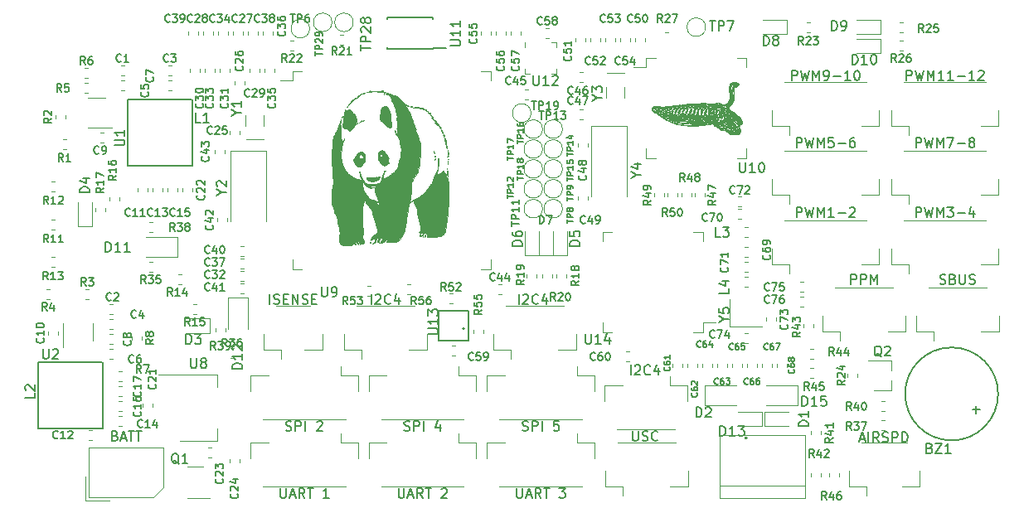
<source format=gbr>
G04 #@! TF.GenerationSoftware,KiCad,Pcbnew,(5.1.2)-1*
G04 #@! TF.CreationDate,2019-05-30T13:03:44-04:00*
G04 #@! TF.ProjectId,ZeroPilot,5a65726f-5069-46c6-9f74-2e6b69636164,rev?*
G04 #@! TF.SameCoordinates,Original*
G04 #@! TF.FileFunction,Legend,Top*
G04 #@! TF.FilePolarity,Positive*
%FSLAX46Y46*%
G04 Gerber Fmt 4.6, Leading zero omitted, Abs format (unit mm)*
G04 Created by KiCad (PCBNEW (5.1.2)-1) date 2019-05-30 13:03:44*
%MOMM*%
%LPD*%
G04 APERTURE LIST*
%ADD10C,0.120000*%
%ADD11C,0.010000*%
%ADD12C,0.150000*%
%ADD13C,0.300000*%
%ADD14C,0.100000*%
G04 APERTURE END LIST*
D10*
X127738000Y-121342000D02*
X136168000Y-121342000D01*
X137438000Y-125812000D02*
X135638000Y-125812000D01*
X137438000Y-124212000D02*
X137438000Y-125812000D01*
X128268000Y-125812000D02*
X128268000Y-126752000D01*
X126468000Y-125812000D02*
X128268000Y-125812000D01*
X126468000Y-124212000D02*
X126468000Y-125812000D01*
X139930000Y-114230000D02*
X148360000Y-114230000D01*
X149630000Y-118700000D02*
X147830000Y-118700000D01*
X149630000Y-117100000D02*
X149630000Y-118700000D01*
X140460000Y-118700000D02*
X140460000Y-119640000D01*
X138660000Y-118700000D02*
X140460000Y-118700000D01*
X138660000Y-117100000D02*
X138660000Y-118700000D01*
D11*
G36*
X119257333Y-110820500D02*
G01*
X119236166Y-110841667D01*
X119215000Y-110820500D01*
X119236166Y-110799334D01*
X119257333Y-110820500D01*
X119257333Y-110820500D01*
G37*
X119257333Y-110820500D02*
X119236166Y-110841667D01*
X119215000Y-110820500D01*
X119236166Y-110799334D01*
X119257333Y-110820500D01*
G36*
X119161201Y-111070090D02*
G01*
X119148575Y-111089331D01*
X119105638Y-111092325D01*
X119060467Y-111081986D01*
X119080062Y-111066748D01*
X119146224Y-111061702D01*
X119161201Y-111070090D01*
X119161201Y-111070090D01*
G37*
X119161201Y-111070090D02*
X119148575Y-111089331D01*
X119105638Y-111092325D01*
X119060467Y-111081986D01*
X119080062Y-111066748D01*
X119146224Y-111061702D01*
X119161201Y-111070090D01*
G36*
X122164222Y-107934778D02*
G01*
X122169288Y-107985018D01*
X122164222Y-107991222D01*
X122139055Y-107985411D01*
X122136000Y-107963000D01*
X122151489Y-107928155D01*
X122164222Y-107934778D01*
X122164222Y-107934778D01*
G37*
X122164222Y-107934778D02*
X122169288Y-107985018D01*
X122164222Y-107991222D01*
X122139055Y-107985411D01*
X122136000Y-107963000D01*
X122151489Y-107928155D01*
X122164222Y-107934778D01*
G36*
X122220666Y-108195834D02*
G01*
X122199500Y-108217000D01*
X122178333Y-108195834D01*
X122199500Y-108174667D01*
X122220666Y-108195834D01*
X122220666Y-108195834D01*
G37*
X122220666Y-108195834D02*
X122199500Y-108217000D01*
X122178333Y-108195834D01*
X122199500Y-108174667D01*
X122220666Y-108195834D01*
G36*
X122502888Y-108442778D02*
G01*
X122507955Y-108493018D01*
X122502888Y-108499222D01*
X122477721Y-108493411D01*
X122474666Y-108471000D01*
X122490155Y-108436155D01*
X122502888Y-108442778D01*
X122502888Y-108442778D01*
G37*
X122502888Y-108442778D02*
X122507955Y-108493018D01*
X122502888Y-108499222D01*
X122477721Y-108493411D01*
X122474666Y-108471000D01*
X122490155Y-108436155D01*
X122502888Y-108442778D01*
G36*
X122347666Y-108619167D02*
G01*
X122326500Y-108640334D01*
X122305333Y-108619167D01*
X122326500Y-108598000D01*
X122347666Y-108619167D01*
X122347666Y-108619167D01*
G37*
X122347666Y-108619167D02*
X122326500Y-108640334D01*
X122305333Y-108619167D01*
X122326500Y-108598000D01*
X122347666Y-108619167D01*
G36*
X122332777Y-108714844D02*
G01*
X122337826Y-108767868D01*
X122357986Y-108781542D01*
X122373411Y-108800235D01*
X122337083Y-108806325D01*
X122274366Y-108790457D01*
X122263000Y-108769832D01*
X122294080Y-108713536D01*
X122311874Y-108699791D01*
X122341128Y-108694813D01*
X122332777Y-108714844D01*
X122332777Y-108714844D01*
G37*
X122332777Y-108714844D02*
X122337826Y-108767868D01*
X122357986Y-108781542D01*
X122373411Y-108800235D01*
X122337083Y-108806325D01*
X122274366Y-108790457D01*
X122263000Y-108769832D01*
X122294080Y-108713536D01*
X122311874Y-108699791D01*
X122341128Y-108694813D01*
X122332777Y-108714844D01*
G36*
X122333555Y-108866111D02*
G01*
X122338622Y-108916351D01*
X122333555Y-108922556D01*
X122308388Y-108916745D01*
X122305333Y-108894334D01*
X122320822Y-108859488D01*
X122333555Y-108866111D01*
X122333555Y-108866111D01*
G37*
X122333555Y-108866111D02*
X122338622Y-108916351D01*
X122333555Y-108922556D01*
X122308388Y-108916745D01*
X122305333Y-108894334D01*
X122320822Y-108859488D01*
X122333555Y-108866111D01*
G36*
X122347666Y-109012262D02*
G01*
X122321097Y-109060359D01*
X122306661Y-109063667D01*
X122283369Y-109094697D01*
X122290024Y-109127167D01*
X122296631Y-109184552D01*
X122263969Y-109176264D01*
X122239322Y-109144271D01*
X122242891Y-109081920D01*
X122279157Y-109029366D01*
X122333538Y-108991117D01*
X122347666Y-109012262D01*
X122347666Y-109012262D01*
G37*
X122347666Y-109012262D02*
X122321097Y-109060359D01*
X122306661Y-109063667D01*
X122283369Y-109094697D01*
X122290024Y-109127167D01*
X122296631Y-109184552D01*
X122263969Y-109176264D01*
X122239322Y-109144271D01*
X122242891Y-109081920D01*
X122279157Y-109029366D01*
X122333538Y-108991117D01*
X122347666Y-109012262D01*
G36*
X116533888Y-109712778D02*
G01*
X116538955Y-109763018D01*
X116533888Y-109769222D01*
X116508721Y-109763411D01*
X116505666Y-109741000D01*
X116521155Y-109706155D01*
X116533888Y-109712778D01*
X116533888Y-109712778D01*
G37*
X116533888Y-109712778D02*
X116538955Y-109763018D01*
X116533888Y-109769222D01*
X116508721Y-109763411D01*
X116505666Y-109741000D01*
X116521155Y-109706155D01*
X116533888Y-109712778D01*
G36*
X122601666Y-110735834D02*
G01*
X122580500Y-110757000D01*
X122559333Y-110735834D01*
X122580500Y-110714667D01*
X122601666Y-110735834D01*
X122601666Y-110735834D01*
G37*
X122601666Y-110735834D02*
X122580500Y-110757000D01*
X122559333Y-110735834D01*
X122580500Y-110714667D01*
X122601666Y-110735834D01*
G36*
X118650555Y-111448445D02*
G01*
X118655622Y-111498684D01*
X118650555Y-111504889D01*
X118625388Y-111499078D01*
X118622333Y-111476667D01*
X118637822Y-111441822D01*
X118650555Y-111448445D01*
X118650555Y-111448445D01*
G37*
X118650555Y-111448445D02*
X118655622Y-111498684D01*
X118650555Y-111504889D01*
X118625388Y-111499078D01*
X118622333Y-111476667D01*
X118637822Y-111441822D01*
X118650555Y-111448445D01*
G36*
X118707000Y-111582500D02*
G01*
X118685833Y-111603667D01*
X118664666Y-111582500D01*
X118685833Y-111561334D01*
X118707000Y-111582500D01*
X118707000Y-111582500D01*
G37*
X118707000Y-111582500D02*
X118685833Y-111603667D01*
X118664666Y-111582500D01*
X118685833Y-111561334D01*
X118707000Y-111582500D01*
G36*
X118537666Y-111582500D02*
G01*
X118516500Y-111603667D01*
X118495333Y-111582500D01*
X118516500Y-111561334D01*
X118537666Y-111582500D01*
X118537666Y-111582500D01*
G37*
X118537666Y-111582500D02*
X118516500Y-111603667D01*
X118495333Y-111582500D01*
X118516500Y-111561334D01*
X118537666Y-111582500D01*
G36*
X122176610Y-110533730D02*
G01*
X122178333Y-110545334D01*
X122163889Y-110586566D01*
X122159665Y-110587667D01*
X122123522Y-110558002D01*
X122114833Y-110545334D01*
X122118189Y-110506324D01*
X122133501Y-110503000D01*
X122176610Y-110533730D01*
X122176610Y-110533730D01*
G37*
X122176610Y-110533730D02*
X122178333Y-110545334D01*
X122163889Y-110586566D01*
X122159665Y-110587667D01*
X122123522Y-110558002D01*
X122114833Y-110545334D01*
X122118189Y-110506324D01*
X122133501Y-110503000D01*
X122176610Y-110533730D01*
G36*
X122891459Y-110604791D02*
G01*
X122936905Y-110647416D01*
X122927583Y-110671921D01*
X122921665Y-110672334D01*
X122885858Y-110642265D01*
X122872790Y-110623459D01*
X122867801Y-110594491D01*
X122891459Y-110604791D01*
X122891459Y-110604791D01*
G37*
X122891459Y-110604791D02*
X122936905Y-110647416D01*
X122927583Y-110671921D01*
X122921665Y-110672334D01*
X122885858Y-110642265D01*
X122872790Y-110623459D01*
X122867801Y-110594491D01*
X122891459Y-110604791D01*
G36*
X122263000Y-110735834D02*
G01*
X122241833Y-110757000D01*
X122220666Y-110735834D01*
X122241833Y-110714667D01*
X122263000Y-110735834D01*
X122263000Y-110735834D01*
G37*
X122263000Y-110735834D02*
X122241833Y-110757000D01*
X122220666Y-110735834D01*
X122241833Y-110714667D01*
X122263000Y-110735834D01*
G36*
X122347666Y-110778167D02*
G01*
X122326500Y-110799334D01*
X122305333Y-110778167D01*
X122326500Y-110757000D01*
X122347666Y-110778167D01*
X122347666Y-110778167D01*
G37*
X122347666Y-110778167D02*
X122326500Y-110799334D01*
X122305333Y-110778167D01*
X122326500Y-110757000D01*
X122347666Y-110778167D01*
G36*
X122709904Y-111081614D02*
G01*
X122702485Y-111114635D01*
X122668324Y-111174222D01*
X122646235Y-111164240D01*
X122644000Y-111140499D01*
X122674745Y-111083094D01*
X122685848Y-111074800D01*
X122709904Y-111081614D01*
X122709904Y-111081614D01*
G37*
X122709904Y-111081614D02*
X122702485Y-111114635D01*
X122668324Y-111174222D01*
X122646235Y-111164240D01*
X122644000Y-111140499D01*
X122674745Y-111083094D01*
X122685848Y-111074800D01*
X122709904Y-111081614D01*
G36*
X122926222Y-111279111D02*
G01*
X122931288Y-111329351D01*
X122926222Y-111335556D01*
X122901055Y-111329745D01*
X122898000Y-111307334D01*
X122913489Y-111272488D01*
X122926222Y-111279111D01*
X122926222Y-111279111D01*
G37*
X122926222Y-111279111D02*
X122931288Y-111329351D01*
X122926222Y-111335556D01*
X122901055Y-111329745D01*
X122898000Y-111307334D01*
X122913489Y-111272488D01*
X122926222Y-111279111D01*
G36*
X119680666Y-109465834D02*
G01*
X119659500Y-109487000D01*
X119638333Y-109465834D01*
X119659500Y-109444667D01*
X119680666Y-109465834D01*
X119680666Y-109465834D01*
G37*
X119680666Y-109465834D02*
X119659500Y-109487000D01*
X119638333Y-109465834D01*
X119659500Y-109444667D01*
X119680666Y-109465834D01*
G36*
X119130333Y-109465834D02*
G01*
X119109166Y-109487000D01*
X119088000Y-109465834D01*
X119109166Y-109444667D01*
X119130333Y-109465834D01*
X119130333Y-109465834D01*
G37*
X119130333Y-109465834D02*
X119109166Y-109487000D01*
X119088000Y-109465834D01*
X119109166Y-109444667D01*
X119130333Y-109465834D01*
G36*
X119596000Y-109508167D02*
G01*
X119574833Y-109529334D01*
X119553666Y-109508167D01*
X119574833Y-109487000D01*
X119596000Y-109508167D01*
X119596000Y-109508167D01*
G37*
X119596000Y-109508167D02*
X119574833Y-109529334D01*
X119553666Y-109508167D01*
X119574833Y-109487000D01*
X119596000Y-109508167D01*
G36*
X121628000Y-109592834D02*
G01*
X121606833Y-109614000D01*
X121585666Y-109592834D01*
X121606833Y-109571667D01*
X121628000Y-109592834D01*
X121628000Y-109592834D01*
G37*
X121628000Y-109592834D02*
X121606833Y-109614000D01*
X121585666Y-109592834D01*
X121606833Y-109571667D01*
X121628000Y-109592834D01*
G36*
X119539555Y-109585778D02*
G01*
X119533744Y-109610945D01*
X119511333Y-109614000D01*
X119476488Y-109598511D01*
X119483111Y-109585778D01*
X119533350Y-109580711D01*
X119539555Y-109585778D01*
X119539555Y-109585778D01*
G37*
X119539555Y-109585778D02*
X119533744Y-109610945D01*
X119511333Y-109614000D01*
X119476488Y-109598511D01*
X119483111Y-109585778D01*
X119533350Y-109580711D01*
X119539555Y-109585778D01*
G36*
X118876333Y-109592834D02*
G01*
X118855166Y-109614000D01*
X118834000Y-109592834D01*
X118855166Y-109571667D01*
X118876333Y-109592834D01*
X118876333Y-109592834D01*
G37*
X118876333Y-109592834D02*
X118855166Y-109614000D01*
X118834000Y-109592834D01*
X118855166Y-109571667D01*
X118876333Y-109592834D01*
G36*
X118537181Y-109562086D02*
G01*
X118537666Y-109571667D01*
X118505122Y-109612373D01*
X118492834Y-109614000D01*
X118467551Y-109588065D01*
X118474166Y-109571667D01*
X118512207Y-109531282D01*
X118518998Y-109529334D01*
X118537181Y-109562086D01*
X118537181Y-109562086D01*
G37*
X118537181Y-109562086D02*
X118537666Y-109571667D01*
X118505122Y-109612373D01*
X118492834Y-109614000D01*
X118467551Y-109588065D01*
X118474166Y-109571667D01*
X118512207Y-109531282D01*
X118518998Y-109529334D01*
X118537181Y-109562086D01*
G36*
X117732103Y-109561548D02*
G01*
X117733333Y-109571667D01*
X117701118Y-109612770D01*
X117691000Y-109614000D01*
X117649896Y-109581786D01*
X117648666Y-109571667D01*
X117680881Y-109530564D01*
X117691000Y-109529334D01*
X117732103Y-109561548D01*
X117732103Y-109561548D01*
G37*
X117732103Y-109561548D02*
X117733333Y-109571667D01*
X117701118Y-109612770D01*
X117691000Y-109614000D01*
X117649896Y-109581786D01*
X117648666Y-109571667D01*
X117680881Y-109530564D01*
X117691000Y-109529334D01*
X117732103Y-109561548D01*
G36*
X121797333Y-109562637D02*
G01*
X121886326Y-109579109D01*
X121924315Y-109592910D01*
X121924333Y-109593109D01*
X121889027Y-109617899D01*
X121810790Y-109629486D01*
X121744416Y-109624250D01*
X121676149Y-109596392D01*
X121680055Y-109569923D01*
X121744515Y-109558372D01*
X121797333Y-109562637D01*
X121797333Y-109562637D01*
G37*
X121797333Y-109562637D02*
X121886326Y-109579109D01*
X121924315Y-109592910D01*
X121924333Y-109593109D01*
X121889027Y-109617899D01*
X121810790Y-109629486D01*
X121744416Y-109624250D01*
X121676149Y-109596392D01*
X121680055Y-109569923D01*
X121744515Y-109558372D01*
X121797333Y-109562637D01*
G36*
X119299666Y-109635167D02*
G01*
X119278500Y-109656334D01*
X119257333Y-109635167D01*
X119278500Y-109614000D01*
X119299666Y-109635167D01*
X119299666Y-109635167D01*
G37*
X119299666Y-109635167D02*
X119278500Y-109656334D01*
X119257333Y-109635167D01*
X119278500Y-109614000D01*
X119299666Y-109635167D01*
G36*
X117839963Y-109560364D02*
G01*
X117833308Y-109592834D01*
X117803261Y-109648534D01*
X117792304Y-109656334D01*
X117777505Y-109621765D01*
X117775666Y-109592834D01*
X117797821Y-109536487D01*
X117816671Y-109529334D01*
X117839963Y-109560364D01*
X117839963Y-109560364D01*
G37*
X117839963Y-109560364D02*
X117833308Y-109592834D01*
X117803261Y-109648534D01*
X117792304Y-109656334D01*
X117777505Y-109621765D01*
X117775666Y-109592834D01*
X117797821Y-109536487D01*
X117816671Y-109529334D01*
X117839963Y-109560364D01*
G36*
X121755000Y-109677500D02*
G01*
X121733833Y-109698667D01*
X121712666Y-109677500D01*
X121733833Y-109656334D01*
X121755000Y-109677500D01*
X121755000Y-109677500D01*
G37*
X121755000Y-109677500D02*
X121733833Y-109698667D01*
X121712666Y-109677500D01*
X121733833Y-109656334D01*
X121755000Y-109677500D01*
G36*
X120019333Y-109677500D02*
G01*
X119998166Y-109698667D01*
X119977000Y-109677500D01*
X119998166Y-109656334D01*
X120019333Y-109677500D01*
X120019333Y-109677500D01*
G37*
X120019333Y-109677500D02*
X119998166Y-109698667D01*
X119977000Y-109677500D01*
X119998166Y-109656334D01*
X120019333Y-109677500D01*
G36*
X118029666Y-109677500D02*
G01*
X118008500Y-109698667D01*
X117987333Y-109677500D01*
X118008500Y-109656334D01*
X118029666Y-109677500D01*
X118029666Y-109677500D01*
G37*
X118029666Y-109677500D02*
X118008500Y-109698667D01*
X117987333Y-109677500D01*
X118008500Y-109656334D01*
X118029666Y-109677500D01*
G36*
X121867888Y-109712778D02*
G01*
X121862077Y-109737945D01*
X121839666Y-109741000D01*
X121804821Y-109725511D01*
X121811444Y-109712778D01*
X121861684Y-109707711D01*
X121867888Y-109712778D01*
X121867888Y-109712778D01*
G37*
X121867888Y-109712778D02*
X121862077Y-109737945D01*
X121839666Y-109741000D01*
X121804821Y-109725511D01*
X121811444Y-109712778D01*
X121861684Y-109707711D01*
X121867888Y-109712778D01*
G36*
X119496781Y-109682268D02*
G01*
X119490166Y-109698667D01*
X119452125Y-109739052D01*
X119445334Y-109741000D01*
X119427152Y-109708247D01*
X119426666Y-109698667D01*
X119459210Y-109657960D01*
X119471498Y-109656334D01*
X119496781Y-109682268D01*
X119496781Y-109682268D01*
G37*
X119496781Y-109682268D02*
X119490166Y-109698667D01*
X119452125Y-109739052D01*
X119445334Y-109741000D01*
X119427152Y-109708247D01*
X119426666Y-109698667D01*
X119459210Y-109657960D01*
X119471498Y-109656334D01*
X119496781Y-109682268D01*
G36*
X119809259Y-109555670D02*
G01*
X119811236Y-109606331D01*
X119791561Y-109664672D01*
X119754882Y-109742450D01*
X119718919Y-109749746D01*
X119685360Y-109721504D01*
X119630086Y-109683016D01*
X119581987Y-109713819D01*
X119566896Y-109732239D01*
X119532464Y-109771196D01*
X119535753Y-109746768D01*
X119560718Y-109686010D01*
X119600138Y-109610553D01*
X119630234Y-109607358D01*
X119648675Y-109633983D01*
X119702860Y-109676126D01*
X119753127Y-109653632D01*
X119765333Y-109609003D01*
X119739250Y-109586052D01*
X119723000Y-109592834D01*
X119683924Y-109590974D01*
X119680666Y-109576796D01*
X119715435Y-109544302D01*
X119758451Y-109540455D01*
X119809259Y-109555670D01*
X119809259Y-109555670D01*
G37*
X119809259Y-109555670D02*
X119811236Y-109606331D01*
X119791561Y-109664672D01*
X119754882Y-109742450D01*
X119718919Y-109749746D01*
X119685360Y-109721504D01*
X119630086Y-109683016D01*
X119581987Y-109713819D01*
X119566896Y-109732239D01*
X119532464Y-109771196D01*
X119535753Y-109746768D01*
X119560718Y-109686010D01*
X119600138Y-109610553D01*
X119630234Y-109607358D01*
X119648675Y-109633983D01*
X119702860Y-109676126D01*
X119753127Y-109653632D01*
X119765333Y-109609003D01*
X119739250Y-109586052D01*
X119723000Y-109592834D01*
X119683924Y-109590974D01*
X119680666Y-109576796D01*
X119715435Y-109544302D01*
X119758451Y-109540455D01*
X119809259Y-109555670D01*
G36*
X119358661Y-109720624D02*
G01*
X119361583Y-109743562D01*
X119310585Y-109776959D01*
X119246772Y-109779925D01*
X119215004Y-109750487D01*
X119215000Y-109750009D01*
X119250687Y-109720287D01*
X119300581Y-109710238D01*
X119358661Y-109720624D01*
X119358661Y-109720624D01*
G37*
X119358661Y-109720624D02*
X119361583Y-109743562D01*
X119310585Y-109776959D01*
X119246772Y-109779925D01*
X119215004Y-109750487D01*
X119215000Y-109750009D01*
X119250687Y-109720287D01*
X119300581Y-109710238D01*
X119358661Y-109720624D01*
G36*
X118850420Y-109706346D02*
G01*
X118849015Y-109737658D01*
X118890555Y-109728356D01*
X118949189Y-109724203D01*
X118961000Y-109742329D01*
X118929250Y-109778554D01*
X118854712Y-109772628D01*
X118798700Y-109746243D01*
X118767537Y-109711559D01*
X118811482Y-109683876D01*
X118858297Y-109678642D01*
X118850420Y-109706346D01*
X118850420Y-109706346D01*
G37*
X118850420Y-109706346D02*
X118849015Y-109737658D01*
X118890555Y-109728356D01*
X118949189Y-109724203D01*
X118961000Y-109742329D01*
X118929250Y-109778554D01*
X118854712Y-109772628D01*
X118798700Y-109746243D01*
X118767537Y-109711559D01*
X118811482Y-109683876D01*
X118858297Y-109678642D01*
X118850420Y-109706346D01*
G36*
X116842494Y-109690902D02*
G01*
X116844333Y-109719834D01*
X116822178Y-109776180D01*
X116803328Y-109783334D01*
X116780036Y-109752303D01*
X116786691Y-109719834D01*
X116816738Y-109664133D01*
X116827695Y-109656334D01*
X116842494Y-109690902D01*
X116842494Y-109690902D01*
G37*
X116842494Y-109690902D02*
X116844333Y-109719834D01*
X116822178Y-109776180D01*
X116803328Y-109783334D01*
X116780036Y-109752303D01*
X116786691Y-109719834D01*
X116816738Y-109664133D01*
X116827695Y-109656334D01*
X116842494Y-109690902D01*
G36*
X116237114Y-109724602D02*
G01*
X116230500Y-109741000D01*
X116192458Y-109781385D01*
X116185668Y-109783334D01*
X116167485Y-109750581D01*
X116167000Y-109741000D01*
X116199543Y-109700294D01*
X116211831Y-109698667D01*
X116237114Y-109724602D01*
X116237114Y-109724602D01*
G37*
X116237114Y-109724602D02*
X116230500Y-109741000D01*
X116192458Y-109781385D01*
X116185668Y-109783334D01*
X116167485Y-109750581D01*
X116167000Y-109741000D01*
X116199543Y-109700294D01*
X116211831Y-109698667D01*
X116237114Y-109724602D01*
G36*
X120006051Y-109768345D02*
G01*
X119998166Y-109783334D01*
X119958279Y-109823762D01*
X119950836Y-109825667D01*
X119947948Y-109798322D01*
X119955833Y-109783334D01*
X119995720Y-109742905D01*
X120003163Y-109741000D01*
X120006051Y-109768345D01*
X120006051Y-109768345D01*
G37*
X120006051Y-109768345D02*
X119998166Y-109783334D01*
X119958279Y-109823762D01*
X119950836Y-109825667D01*
X119947948Y-109798322D01*
X119955833Y-109783334D01*
X119995720Y-109742905D01*
X120003163Y-109741000D01*
X120006051Y-109768345D01*
G36*
X114473666Y-109804500D02*
G01*
X114452500Y-109825667D01*
X114431333Y-109804500D01*
X114452500Y-109783334D01*
X114473666Y-109804500D01*
X114473666Y-109804500D01*
G37*
X114473666Y-109804500D02*
X114452500Y-109825667D01*
X114431333Y-109804500D01*
X114452500Y-109783334D01*
X114473666Y-109804500D01*
G36*
X118307408Y-109496587D02*
G01*
X118281359Y-109537213D01*
X118263507Y-109555540D01*
X118219773Y-109618193D01*
X118220452Y-109649564D01*
X118260835Y-109644394D01*
X118276502Y-109625592D01*
X118332992Y-109599497D01*
X118362889Y-109610636D01*
X118381888Y-109641769D01*
X118322181Y-109669219D01*
X118308855Y-109672708D01*
X118227674Y-109707525D01*
X118199000Y-109744305D01*
X118173671Y-109770173D01*
X118161102Y-109764908D01*
X118116268Y-109776179D01*
X118098931Y-109804743D01*
X118047020Y-109863998D01*
X117979648Y-109845786D01*
X117973222Y-109839778D01*
X117947314Y-109783153D01*
X118000965Y-109740299D01*
X118072369Y-109719752D01*
X118154118Y-109690771D01*
X118179015Y-109658557D01*
X118178065Y-109656709D01*
X118172559Y-109582392D01*
X118215503Y-109511427D01*
X118270053Y-109487000D01*
X118307408Y-109496587D01*
X118307408Y-109496587D01*
G37*
X118307408Y-109496587D02*
X118281359Y-109537213D01*
X118263507Y-109555540D01*
X118219773Y-109618193D01*
X118220452Y-109649564D01*
X118260835Y-109644394D01*
X118276502Y-109625592D01*
X118332992Y-109599497D01*
X118362889Y-109610636D01*
X118381888Y-109641769D01*
X118322181Y-109669219D01*
X118308855Y-109672708D01*
X118227674Y-109707525D01*
X118199000Y-109744305D01*
X118173671Y-109770173D01*
X118161102Y-109764908D01*
X118116268Y-109776179D01*
X118098931Y-109804743D01*
X118047020Y-109863998D01*
X117979648Y-109845786D01*
X117973222Y-109839778D01*
X117947314Y-109783153D01*
X118000965Y-109740299D01*
X118072369Y-109719752D01*
X118154118Y-109690771D01*
X118179015Y-109658557D01*
X118178065Y-109656709D01*
X118172559Y-109582392D01*
X118215503Y-109511427D01*
X118270053Y-109487000D01*
X118307408Y-109496587D01*
G36*
X115840438Y-109814137D02*
G01*
X115849500Y-109825667D01*
X115864400Y-109863742D01*
X115824348Y-109849402D01*
X115786000Y-109825667D01*
X115753454Y-109791683D01*
X115772918Y-109783982D01*
X115840438Y-109814137D01*
X115840438Y-109814137D01*
G37*
X115840438Y-109814137D02*
X115849500Y-109825667D01*
X115864400Y-109863742D01*
X115824348Y-109849402D01*
X115786000Y-109825667D01*
X115753454Y-109791683D01*
X115772918Y-109783982D01*
X115840438Y-109814137D01*
G36*
X115306222Y-109839778D02*
G01*
X115300411Y-109864945D01*
X115278000Y-109868000D01*
X115243154Y-109852511D01*
X115249777Y-109839778D01*
X115300017Y-109834711D01*
X115306222Y-109839778D01*
X115306222Y-109839778D01*
G37*
X115306222Y-109839778D02*
X115300411Y-109864945D01*
X115278000Y-109868000D01*
X115243154Y-109852511D01*
X115249777Y-109839778D01*
X115300017Y-109834711D01*
X115306222Y-109839778D01*
G36*
X114897000Y-109804500D02*
G01*
X114937385Y-109842541D01*
X114939333Y-109849332D01*
X114906580Y-109867515D01*
X114897000Y-109868000D01*
X114856293Y-109835456D01*
X114854666Y-109823168D01*
X114880601Y-109797885D01*
X114897000Y-109804500D01*
X114897000Y-109804500D01*
G37*
X114897000Y-109804500D02*
X114937385Y-109842541D01*
X114939333Y-109849332D01*
X114906580Y-109867515D01*
X114897000Y-109868000D01*
X114856293Y-109835456D01*
X114854666Y-109823168D01*
X114880601Y-109797885D01*
X114897000Y-109804500D01*
G36*
X114812333Y-109846834D02*
G01*
X114791166Y-109868000D01*
X114770000Y-109846834D01*
X114791166Y-109825667D01*
X114812333Y-109846834D01*
X114812333Y-109846834D01*
G37*
X114812333Y-109846834D02*
X114791166Y-109868000D01*
X114770000Y-109846834D01*
X114791166Y-109825667D01*
X114812333Y-109846834D01*
G36*
X114727666Y-109846834D02*
G01*
X114706500Y-109868000D01*
X114685333Y-109846834D01*
X114706500Y-109825667D01*
X114727666Y-109846834D01*
X114727666Y-109846834D01*
G37*
X114727666Y-109846834D02*
X114706500Y-109868000D01*
X114685333Y-109846834D01*
X114706500Y-109825667D01*
X114727666Y-109846834D01*
G36*
X114698660Y-109759713D02*
G01*
X114702406Y-109777317D01*
X114643108Y-109832178D01*
X114638449Y-109837766D01*
X114594773Y-109839269D01*
X114567992Y-109816107D01*
X114553729Y-109774997D01*
X114610867Y-109757270D01*
X114631949Y-109755658D01*
X114698660Y-109759713D01*
X114698660Y-109759713D01*
G37*
X114698660Y-109759713D02*
X114702406Y-109777317D01*
X114643108Y-109832178D01*
X114638449Y-109837766D01*
X114594773Y-109839269D01*
X114567992Y-109816107D01*
X114553729Y-109774997D01*
X114610867Y-109757270D01*
X114631949Y-109755658D01*
X114698660Y-109759713D01*
G36*
X114389000Y-109846834D02*
G01*
X114367833Y-109868000D01*
X114346666Y-109846834D01*
X114367833Y-109825667D01*
X114389000Y-109846834D01*
X114389000Y-109846834D01*
G37*
X114389000Y-109846834D02*
X114367833Y-109868000D01*
X114346666Y-109846834D01*
X114367833Y-109825667D01*
X114389000Y-109846834D01*
G36*
X121374000Y-109889167D02*
G01*
X121352833Y-109910334D01*
X121331666Y-109889167D01*
X121352833Y-109868000D01*
X121374000Y-109889167D01*
X121374000Y-109889167D01*
G37*
X121374000Y-109889167D02*
X121352833Y-109910334D01*
X121331666Y-109889167D01*
X121352833Y-109868000D01*
X121374000Y-109889167D01*
G36*
X119904031Y-109705843D02*
G01*
X119913497Y-109785718D01*
X119913500Y-109787376D01*
X119904014Y-109874827D01*
X119881750Y-109910334D01*
X119857659Y-109874123D01*
X119850000Y-109806999D01*
X119861571Y-109720219D01*
X119881750Y-109684041D01*
X119904031Y-109705843D01*
X119904031Y-109705843D01*
G37*
X119904031Y-109705843D02*
X119913497Y-109785718D01*
X119913500Y-109787376D01*
X119904014Y-109874827D01*
X119881750Y-109910334D01*
X119857659Y-109874123D01*
X119850000Y-109806999D01*
X119861571Y-109720219D01*
X119881750Y-109684041D01*
X119904031Y-109705843D01*
G36*
X118758520Y-109468631D02*
G01*
X118774353Y-109502944D01*
X118771978Y-109590416D01*
X118745572Y-109639698D01*
X118716224Y-109695996D01*
X118747862Y-109747927D01*
X118788329Y-109780816D01*
X118851784Y-109835520D01*
X118849488Y-109865745D01*
X118814530Y-109882658D01*
X118745642Y-109905420D01*
X118713786Y-109886397D01*
X118690072Y-109806335D01*
X118688079Y-109798377D01*
X118682084Y-109699656D01*
X118704656Y-109641744D01*
X118746028Y-109562825D01*
X118749333Y-109536850D01*
X118731874Y-109501538D01*
X118690866Y-109523602D01*
X118643365Y-109586120D01*
X118606422Y-109672172D01*
X118604079Y-109680968D01*
X118571240Y-109750547D01*
X118536425Y-109761400D01*
X118501670Y-109772269D01*
X118495333Y-109805106D01*
X118468634Y-109855062D01*
X118410549Y-109856780D01*
X118354097Y-109816979D01*
X118333965Y-109772264D01*
X118343917Y-109710626D01*
X118367727Y-109698667D01*
X118396906Y-109723432D01*
X118391307Y-109738075D01*
X118396846Y-109792316D01*
X118411025Y-109804722D01*
X118447716Y-109808809D01*
X118449035Y-109797063D01*
X118451331Y-109705053D01*
X118497063Y-109678194D01*
X118516500Y-109683358D01*
X118571142Y-109676960D01*
X118580000Y-109646257D01*
X118609165Y-109573347D01*
X118663784Y-109508966D01*
X118726871Y-109459288D01*
X118758520Y-109468631D01*
X118758520Y-109468631D01*
G37*
X118758520Y-109468631D02*
X118774353Y-109502944D01*
X118771978Y-109590416D01*
X118745572Y-109639698D01*
X118716224Y-109695996D01*
X118747862Y-109747927D01*
X118788329Y-109780816D01*
X118851784Y-109835520D01*
X118849488Y-109865745D01*
X118814530Y-109882658D01*
X118745642Y-109905420D01*
X118713786Y-109886397D01*
X118690072Y-109806335D01*
X118688079Y-109798377D01*
X118682084Y-109699656D01*
X118704656Y-109641744D01*
X118746028Y-109562825D01*
X118749333Y-109536850D01*
X118731874Y-109501538D01*
X118690866Y-109523602D01*
X118643365Y-109586120D01*
X118606422Y-109672172D01*
X118604079Y-109680968D01*
X118571240Y-109750547D01*
X118536425Y-109761400D01*
X118501670Y-109772269D01*
X118495333Y-109805106D01*
X118468634Y-109855062D01*
X118410549Y-109856780D01*
X118354097Y-109816979D01*
X118333965Y-109772264D01*
X118343917Y-109710626D01*
X118367727Y-109698667D01*
X118396906Y-109723432D01*
X118391307Y-109738075D01*
X118396846Y-109792316D01*
X118411025Y-109804722D01*
X118447716Y-109808809D01*
X118449035Y-109797063D01*
X118451331Y-109705053D01*
X118497063Y-109678194D01*
X118516500Y-109683358D01*
X118571142Y-109676960D01*
X118580000Y-109646257D01*
X118609165Y-109573347D01*
X118663784Y-109508966D01*
X118726871Y-109459288D01*
X118758520Y-109468631D01*
G36*
X114516000Y-109889167D02*
G01*
X114494833Y-109910334D01*
X114473666Y-109889167D01*
X114494833Y-109868000D01*
X114516000Y-109889167D01*
X114516000Y-109889167D01*
G37*
X114516000Y-109889167D02*
X114494833Y-109910334D01*
X114473666Y-109889167D01*
X114494833Y-109868000D01*
X114516000Y-109889167D01*
G36*
X121585890Y-109714576D02*
G01*
X121610973Y-109804862D01*
X121612225Y-109815084D01*
X121611619Y-109908257D01*
X121590060Y-109952164D01*
X121586638Y-109952667D01*
X121564900Y-109921134D01*
X121573022Y-109882222D01*
X121578987Y-109834439D01*
X121550527Y-109842387D01*
X121508074Y-109839289D01*
X121501000Y-109806999D01*
X121501000Y-109719834D01*
X121543333Y-109719834D01*
X121564500Y-109741000D01*
X121585666Y-109719834D01*
X121564500Y-109698667D01*
X121543333Y-109719834D01*
X121501000Y-109719834D01*
X121501000Y-109709250D01*
X121534161Y-109679074D01*
X121549081Y-109677500D01*
X121585890Y-109714576D01*
X121585890Y-109714576D01*
G37*
X121585890Y-109714576D02*
X121610973Y-109804862D01*
X121612225Y-109815084D01*
X121611619Y-109908257D01*
X121590060Y-109952164D01*
X121586638Y-109952667D01*
X121564900Y-109921134D01*
X121573022Y-109882222D01*
X121578987Y-109834439D01*
X121550527Y-109842387D01*
X121508074Y-109839289D01*
X121501000Y-109806999D01*
X121501000Y-109719834D01*
X121543333Y-109719834D01*
X121564500Y-109741000D01*
X121585666Y-109719834D01*
X121564500Y-109698667D01*
X121543333Y-109719834D01*
X121501000Y-109719834D01*
X121501000Y-109709250D01*
X121534161Y-109679074D01*
X121549081Y-109677500D01*
X121585890Y-109714576D01*
G36*
X119294576Y-109468455D02*
G01*
X119382963Y-109494980D01*
X119413796Y-109499098D01*
X119443042Y-109523565D01*
X119422890Y-109578722D01*
X119377932Y-109645251D01*
X119357124Y-109646707D01*
X119371689Y-109585889D01*
X119377654Y-109538106D01*
X119349194Y-109546054D01*
X119304718Y-109544286D01*
X119298320Y-109521249D01*
X119278202Y-109504896D01*
X119232842Y-109550500D01*
X119184217Y-109660415D01*
X119175174Y-109741000D01*
X119178101Y-109871377D01*
X119163699Y-109935986D01*
X119130333Y-109952667D01*
X119087764Y-109918890D01*
X119083116Y-109899750D01*
X119070928Y-109816346D01*
X119068398Y-109804500D01*
X119058048Y-109731325D01*
X119052114Y-109661733D01*
X119039940Y-109593006D01*
X119003680Y-109597516D01*
X118975235Y-109619400D01*
X118929484Y-109653041D01*
X118930904Y-109631058D01*
X118961162Y-109571780D01*
X119006908Y-109509822D01*
X119035208Y-109519127D01*
X119074674Y-109552770D01*
X119093312Y-109547217D01*
X119115785Y-109562527D01*
X119109337Y-109642203D01*
X119100376Y-109701846D01*
X119114484Y-109689266D01*
X119155420Y-109601103D01*
X119155467Y-109600996D01*
X119212319Y-109496323D01*
X119265253Y-109462481D01*
X119294576Y-109468455D01*
X119294576Y-109468455D01*
G37*
X119294576Y-109468455D02*
X119382963Y-109494980D01*
X119413796Y-109499098D01*
X119443042Y-109523565D01*
X119422890Y-109578722D01*
X119377932Y-109645251D01*
X119357124Y-109646707D01*
X119371689Y-109585889D01*
X119377654Y-109538106D01*
X119349194Y-109546054D01*
X119304718Y-109544286D01*
X119298320Y-109521249D01*
X119278202Y-109504896D01*
X119232842Y-109550500D01*
X119184217Y-109660415D01*
X119175174Y-109741000D01*
X119178101Y-109871377D01*
X119163699Y-109935986D01*
X119130333Y-109952667D01*
X119087764Y-109918890D01*
X119083116Y-109899750D01*
X119070928Y-109816346D01*
X119068398Y-109804500D01*
X119058048Y-109731325D01*
X119052114Y-109661733D01*
X119039940Y-109593006D01*
X119003680Y-109597516D01*
X118975235Y-109619400D01*
X118929484Y-109653041D01*
X118930904Y-109631058D01*
X118961162Y-109571780D01*
X119006908Y-109509822D01*
X119035208Y-109519127D01*
X119074674Y-109552770D01*
X119093312Y-109547217D01*
X119115785Y-109562527D01*
X119109337Y-109642203D01*
X119100376Y-109701846D01*
X119114484Y-109689266D01*
X119155420Y-109601103D01*
X119155467Y-109600996D01*
X119212319Y-109496323D01*
X119265253Y-109462481D01*
X119294576Y-109468455D01*
G36*
X117969228Y-109555245D02*
G01*
X117920443Y-109629070D01*
X117814980Y-109744948D01*
X117745204Y-109814078D01*
X117603816Y-109950656D01*
X117613727Y-109803495D01*
X117630375Y-109710668D01*
X117657247Y-109658268D01*
X117681646Y-109660040D01*
X117691000Y-109719834D01*
X117715179Y-109776149D01*
X117735831Y-109783334D01*
X117759245Y-109756598D01*
X117750457Y-109734459D01*
X117745472Y-109705478D01*
X117768945Y-109715680D01*
X117820751Y-109705153D01*
X117866948Y-109637554D01*
X117915799Y-109558677D01*
X117956978Y-109529334D01*
X117969228Y-109555245D01*
X117969228Y-109555245D01*
G37*
X117969228Y-109555245D02*
X117920443Y-109629070D01*
X117814980Y-109744948D01*
X117745204Y-109814078D01*
X117603816Y-109950656D01*
X117613727Y-109803495D01*
X117630375Y-109710668D01*
X117657247Y-109658268D01*
X117681646Y-109660040D01*
X117691000Y-109719834D01*
X117715179Y-109776149D01*
X117735831Y-109783334D01*
X117759245Y-109756598D01*
X117750457Y-109734459D01*
X117745472Y-109705478D01*
X117768945Y-109715680D01*
X117820751Y-109705153D01*
X117866948Y-109637554D01*
X117915799Y-109558677D01*
X117956978Y-109529334D01*
X117969228Y-109555245D01*
G36*
X117323206Y-109652736D02*
G01*
X117323903Y-109731726D01*
X117389678Y-109769763D01*
X117480538Y-109793524D01*
X117388792Y-109873095D01*
X117293541Y-109941004D01*
X117242566Y-109937356D01*
X117231764Y-109860075D01*
X117234251Y-109839778D01*
X117281777Y-109839778D01*
X117287588Y-109864945D01*
X117310000Y-109868000D01*
X117344845Y-109852511D01*
X117338222Y-109839778D01*
X117287982Y-109834711D01*
X117281777Y-109839778D01*
X117234251Y-109839778D01*
X117239424Y-109797570D01*
X117247921Y-109762167D01*
X117267666Y-109762167D01*
X117288833Y-109783334D01*
X117310000Y-109762167D01*
X117288833Y-109741000D01*
X117267666Y-109762167D01*
X117247921Y-109762167D01*
X117266675Y-109684039D01*
X117300814Y-109607231D01*
X117306094Y-109600972D01*
X117331285Y-109595668D01*
X117323206Y-109652736D01*
X117323206Y-109652736D01*
G37*
X117323206Y-109652736D02*
X117323903Y-109731726D01*
X117389678Y-109769763D01*
X117480538Y-109793524D01*
X117388792Y-109873095D01*
X117293541Y-109941004D01*
X117242566Y-109937356D01*
X117231764Y-109860075D01*
X117234251Y-109839778D01*
X117281777Y-109839778D01*
X117287588Y-109864945D01*
X117310000Y-109868000D01*
X117344845Y-109852511D01*
X117338222Y-109839778D01*
X117287982Y-109834711D01*
X117281777Y-109839778D01*
X117234251Y-109839778D01*
X117239424Y-109797570D01*
X117247921Y-109762167D01*
X117267666Y-109762167D01*
X117288833Y-109783334D01*
X117310000Y-109762167D01*
X117288833Y-109741000D01*
X117267666Y-109762167D01*
X117247921Y-109762167D01*
X117266675Y-109684039D01*
X117300814Y-109607231D01*
X117306094Y-109600972D01*
X117331285Y-109595668D01*
X117323206Y-109652736D01*
G36*
X115784769Y-109900215D02*
G01*
X115786000Y-109910334D01*
X115753785Y-109951437D01*
X115743666Y-109952667D01*
X115702563Y-109920452D01*
X115701333Y-109910334D01*
X115733547Y-109869230D01*
X115743666Y-109868000D01*
X115784769Y-109900215D01*
X115784769Y-109900215D01*
G37*
X115784769Y-109900215D02*
X115786000Y-109910334D01*
X115753785Y-109951437D01*
X115743666Y-109952667D01*
X115702563Y-109920452D01*
X115701333Y-109910334D01*
X115733547Y-109869230D01*
X115743666Y-109868000D01*
X115784769Y-109900215D01*
G36*
X115351201Y-109927090D02*
G01*
X115338575Y-109946331D01*
X115295638Y-109949325D01*
X115250467Y-109938986D01*
X115270062Y-109923748D01*
X115336224Y-109918702D01*
X115351201Y-109927090D01*
X115351201Y-109927090D01*
G37*
X115351201Y-109927090D02*
X115338575Y-109946331D01*
X115295638Y-109949325D01*
X115250467Y-109938986D01*
X115270062Y-109923748D01*
X115336224Y-109918702D01*
X115351201Y-109927090D01*
G36*
X115193333Y-109931500D02*
G01*
X115172166Y-109952667D01*
X115151000Y-109931500D01*
X115172166Y-109910334D01*
X115193333Y-109931500D01*
X115193333Y-109931500D01*
G37*
X115193333Y-109931500D02*
X115172166Y-109952667D01*
X115151000Y-109931500D01*
X115172166Y-109910334D01*
X115193333Y-109931500D01*
G36*
X114431333Y-109931500D02*
G01*
X114410166Y-109952667D01*
X114389000Y-109931500D01*
X114410166Y-109910334D01*
X114431333Y-109931500D01*
X114431333Y-109931500D01*
G37*
X114431333Y-109931500D02*
X114410166Y-109952667D01*
X114389000Y-109931500D01*
X114410166Y-109910334D01*
X114431333Y-109931500D01*
G36*
X120823181Y-109943086D02*
G01*
X120823666Y-109952667D01*
X120791122Y-109993373D01*
X120778834Y-109995000D01*
X120753551Y-109969065D01*
X120760166Y-109952667D01*
X120798207Y-109912282D01*
X120804998Y-109910334D01*
X120823181Y-109943086D01*
X120823181Y-109943086D01*
G37*
X120823181Y-109943086D02*
X120823666Y-109952667D01*
X120791122Y-109993373D01*
X120778834Y-109995000D01*
X120753551Y-109969065D01*
X120760166Y-109952667D01*
X120798207Y-109912282D01*
X120804998Y-109910334D01*
X120823181Y-109943086D01*
G36*
X119652426Y-109806794D02*
G01*
X119673226Y-109841477D01*
X119618305Y-109910718D01*
X119596000Y-109931500D01*
X119534924Y-109980911D01*
X119513479Y-109971723D01*
X119511333Y-109938061D01*
X119490359Y-109877636D01*
X119469000Y-109868000D01*
X119420158Y-109856655D01*
X119433725Y-109832086D01*
X119492005Y-109808489D01*
X119553763Y-109799992D01*
X119652426Y-109806794D01*
X119652426Y-109806794D01*
G37*
X119652426Y-109806794D02*
X119673226Y-109841477D01*
X119618305Y-109910718D01*
X119596000Y-109931500D01*
X119534924Y-109980911D01*
X119513479Y-109971723D01*
X119511333Y-109938061D01*
X119490359Y-109877636D01*
X119469000Y-109868000D01*
X119420158Y-109856655D01*
X119433725Y-109832086D01*
X119492005Y-109808489D01*
X119553763Y-109799992D01*
X119652426Y-109806794D01*
G36*
X121628000Y-110016167D02*
G01*
X121606833Y-110037334D01*
X121585666Y-110016167D01*
X121606833Y-109995000D01*
X121628000Y-110016167D01*
X121628000Y-110016167D01*
G37*
X121628000Y-110016167D02*
X121606833Y-110037334D01*
X121585666Y-110016167D01*
X121606833Y-109995000D01*
X121628000Y-110016167D01*
G36*
X116335194Y-109722326D02*
G01*
X116308712Y-109775663D01*
X116243050Y-109864610D01*
X116204630Y-109910334D01*
X116134962Y-109986286D01*
X116099954Y-110016654D01*
X116100550Y-110008631D01*
X116087400Y-109958631D01*
X116040614Y-109931695D01*
X115991106Y-109889167D01*
X116082333Y-109889167D01*
X116103500Y-109910334D01*
X116124666Y-109889167D01*
X116103500Y-109868000D01*
X116082333Y-109889167D01*
X115991106Y-109889167D01*
X115970216Y-109871223D01*
X115960244Y-109812231D01*
X115967928Y-109757748D01*
X115982474Y-109785463D01*
X115983907Y-109790763D01*
X116033400Y-109841734D01*
X116121834Y-109848722D01*
X116217867Y-109814950D01*
X116279380Y-109760373D01*
X116322145Y-109715264D01*
X116335194Y-109722326D01*
X116335194Y-109722326D01*
G37*
X116335194Y-109722326D02*
X116308712Y-109775663D01*
X116243050Y-109864610D01*
X116204630Y-109910334D01*
X116134962Y-109986286D01*
X116099954Y-110016654D01*
X116100550Y-110008631D01*
X116087400Y-109958631D01*
X116040614Y-109931695D01*
X115991106Y-109889167D01*
X116082333Y-109889167D01*
X116103500Y-109910334D01*
X116124666Y-109889167D01*
X116103500Y-109868000D01*
X116082333Y-109889167D01*
X115991106Y-109889167D01*
X115970216Y-109871223D01*
X115960244Y-109812231D01*
X115967928Y-109757748D01*
X115982474Y-109785463D01*
X115983907Y-109790763D01*
X116033400Y-109841734D01*
X116121834Y-109848722D01*
X116217867Y-109814950D01*
X116279380Y-109760373D01*
X116322145Y-109715264D01*
X116335194Y-109722326D01*
G36*
X114622953Y-109960843D02*
G01*
X114610249Y-109992333D01*
X114570742Y-110013445D01*
X114521285Y-110026334D01*
X114541574Y-109995323D01*
X114547044Y-109989747D01*
X114602548Y-109956309D01*
X114622953Y-109960843D01*
X114622953Y-109960843D01*
G37*
X114622953Y-109960843D02*
X114610249Y-109992333D01*
X114570742Y-110013445D01*
X114521285Y-110026334D01*
X114541574Y-109995323D01*
X114547044Y-109989747D01*
X114602548Y-109956309D01*
X114622953Y-109960843D01*
G36*
X121118769Y-110027215D02*
G01*
X121120000Y-110037334D01*
X121087785Y-110078437D01*
X121077666Y-110079667D01*
X121036563Y-110047452D01*
X121035333Y-110037334D01*
X121067547Y-109996230D01*
X121077666Y-109995000D01*
X121118769Y-110027215D01*
X121118769Y-110027215D01*
G37*
X121118769Y-110027215D02*
X121120000Y-110037334D01*
X121087785Y-110078437D01*
X121077666Y-110079667D01*
X121036563Y-110047452D01*
X121035333Y-110037334D01*
X121067547Y-109996230D01*
X121077666Y-109995000D01*
X121118769Y-110027215D01*
G36*
X120217585Y-109987063D02*
G01*
X120222631Y-110053225D01*
X120214243Y-110068202D01*
X120195002Y-110055576D01*
X120192008Y-110012639D01*
X120202347Y-109967468D01*
X120217585Y-109987063D01*
X120217585Y-109987063D01*
G37*
X120217585Y-109987063D02*
X120222631Y-110053225D01*
X120214243Y-110068202D01*
X120195002Y-110055576D01*
X120192008Y-110012639D01*
X120202347Y-109967468D01*
X120217585Y-109987063D01*
G36*
X114981666Y-110058500D02*
G01*
X114960500Y-110079667D01*
X114939333Y-110058500D01*
X114960500Y-110037334D01*
X114981666Y-110058500D01*
X114981666Y-110058500D01*
G37*
X114981666Y-110058500D02*
X114960500Y-110079667D01*
X114939333Y-110058500D01*
X114960500Y-110037334D01*
X114981666Y-110058500D01*
G36*
X114897000Y-110058500D02*
G01*
X114875833Y-110079667D01*
X114854666Y-110058500D01*
X114875833Y-110037334D01*
X114897000Y-110058500D01*
X114897000Y-110058500D01*
G37*
X114897000Y-110058500D02*
X114875833Y-110079667D01*
X114854666Y-110058500D01*
X114875833Y-110037334D01*
X114897000Y-110058500D01*
G36*
X114846103Y-109925413D02*
G01*
X114817493Y-109948582D01*
X114781566Y-110004067D01*
X114788241Y-110032600D01*
X114802258Y-110075531D01*
X114796163Y-110079667D01*
X114757530Y-110049865D01*
X114748833Y-110037334D01*
X114743717Y-109966071D01*
X114795722Y-109915905D01*
X114825415Y-109910982D01*
X114846103Y-109925413D01*
X114846103Y-109925413D01*
G37*
X114846103Y-109925413D02*
X114817493Y-109948582D01*
X114781566Y-110004067D01*
X114788241Y-110032600D01*
X114802258Y-110075531D01*
X114796163Y-110079667D01*
X114757530Y-110049865D01*
X114748833Y-110037334D01*
X114743717Y-109966071D01*
X114795722Y-109915905D01*
X114825415Y-109910982D01*
X114846103Y-109925413D01*
G36*
X114685333Y-110058500D02*
G01*
X114664166Y-110079667D01*
X114643000Y-110058500D01*
X114664166Y-110037334D01*
X114685333Y-110058500D01*
X114685333Y-110058500D01*
G37*
X114685333Y-110058500D02*
X114664166Y-110079667D01*
X114643000Y-110058500D01*
X114664166Y-110037334D01*
X114685333Y-110058500D01*
G36*
X121833212Y-110071053D02*
G01*
X121839666Y-110086722D01*
X121807594Y-110121323D01*
X121799831Y-110122000D01*
X121741646Y-110091672D01*
X121738193Y-110086722D01*
X121751144Y-110055800D01*
X121778028Y-110051445D01*
X121833212Y-110071053D01*
X121833212Y-110071053D01*
G37*
X121833212Y-110071053D02*
X121839666Y-110086722D01*
X121807594Y-110121323D01*
X121799831Y-110122000D01*
X121741646Y-110091672D01*
X121738193Y-110086722D01*
X121751144Y-110055800D01*
X121778028Y-110051445D01*
X121833212Y-110071053D01*
G36*
X121670333Y-110100834D02*
G01*
X121649166Y-110122000D01*
X121628000Y-110100834D01*
X121649166Y-110079667D01*
X121670333Y-110100834D01*
X121670333Y-110100834D01*
G37*
X121670333Y-110100834D02*
X121649166Y-110122000D01*
X121628000Y-110100834D01*
X121649166Y-110079667D01*
X121670333Y-110100834D01*
G36*
X115870377Y-110005841D02*
G01*
X115870666Y-110017176D01*
X115850512Y-110062136D01*
X115828333Y-110058500D01*
X115789323Y-110061857D01*
X115786000Y-110077168D01*
X115755269Y-110120277D01*
X115743666Y-110122000D01*
X115702552Y-110090875D01*
X115701333Y-110081156D01*
X115734364Y-110031166D01*
X115786000Y-109995000D01*
X115850939Y-109971458D01*
X115870377Y-110005841D01*
X115870377Y-110005841D01*
G37*
X115870377Y-110005841D02*
X115870666Y-110017176D01*
X115850512Y-110062136D01*
X115828333Y-110058500D01*
X115789323Y-110061857D01*
X115786000Y-110077168D01*
X115755269Y-110120277D01*
X115743666Y-110122000D01*
X115702552Y-110090875D01*
X115701333Y-110081156D01*
X115734364Y-110031166D01*
X115786000Y-109995000D01*
X115850939Y-109971458D01*
X115870377Y-110005841D01*
G36*
X121105888Y-110136111D02*
G01*
X121100077Y-110161278D01*
X121077666Y-110164334D01*
X121042821Y-110148844D01*
X121049444Y-110136111D01*
X121099684Y-110131045D01*
X121105888Y-110136111D01*
X121105888Y-110136111D01*
G37*
X121105888Y-110136111D02*
X121100077Y-110161278D01*
X121077666Y-110164334D01*
X121042821Y-110148844D01*
X121049444Y-110136111D01*
X121099684Y-110131045D01*
X121105888Y-110136111D01*
G36*
X117120926Y-109869697D02*
G01*
X117124960Y-109948415D01*
X117124342Y-109994196D01*
X117110148Y-110112352D01*
X117075710Y-110163342D01*
X117068858Y-110164334D01*
X117034779Y-110132565D01*
X117039617Y-110090250D01*
X117052685Y-110039652D01*
X117031269Y-110055218D01*
X117001872Y-110090250D01*
X116935713Y-110154541D01*
X116906196Y-110153214D01*
X116924314Y-110089232D01*
X116933236Y-110071750D01*
X117004501Y-109963050D01*
X117055038Y-109901613D01*
X117100804Y-109858352D01*
X117120926Y-109869697D01*
X117120926Y-109869697D01*
G37*
X117120926Y-109869697D02*
X117124960Y-109948415D01*
X117124342Y-109994196D01*
X117110148Y-110112352D01*
X117075710Y-110163342D01*
X117068858Y-110164334D01*
X117034779Y-110132565D01*
X117039617Y-110090250D01*
X117052685Y-110039652D01*
X117031269Y-110055218D01*
X117001872Y-110090250D01*
X116935713Y-110154541D01*
X116906196Y-110153214D01*
X116924314Y-110089232D01*
X116933236Y-110071750D01*
X117004501Y-109963050D01*
X117055038Y-109901613D01*
X117100804Y-109858352D01*
X117120926Y-109869697D01*
G36*
X115941272Y-109976151D02*
G01*
X115961386Y-109994528D01*
X116012240Y-110066429D01*
X116024413Y-110133461D01*
X115992514Y-110164295D01*
X115990611Y-110164334D01*
X115955900Y-110132403D01*
X115955333Y-110125463D01*
X115941363Y-110055943D01*
X115926108Y-110010433D01*
X115911535Y-109959452D01*
X115941272Y-109976151D01*
X115941272Y-109976151D01*
G37*
X115941272Y-109976151D02*
X115961386Y-109994528D01*
X116012240Y-110066429D01*
X116024413Y-110133461D01*
X115992514Y-110164295D01*
X115990611Y-110164334D01*
X115955900Y-110132403D01*
X115955333Y-110125463D01*
X115941363Y-110055943D01*
X115926108Y-110010433D01*
X115911535Y-109959452D01*
X115941272Y-109976151D01*
G36*
X115387779Y-110043719D02*
G01*
X115392931Y-110072851D01*
X115369207Y-110062543D01*
X115325633Y-110059472D01*
X115320333Y-110075840D01*
X115288905Y-110099951D01*
X115249888Y-110092311D01*
X115202105Y-110086346D01*
X115210053Y-110114806D01*
X115214247Y-110158847D01*
X115198330Y-110164334D01*
X115138950Y-110133302D01*
X115128092Y-110119184D01*
X115111136Y-110077638D01*
X115139336Y-110051332D01*
X115230748Y-110025077D01*
X115243655Y-110021967D01*
X115344043Y-110017360D01*
X115387779Y-110043719D01*
X115387779Y-110043719D01*
G37*
X115387779Y-110043719D02*
X115392931Y-110072851D01*
X115369207Y-110062543D01*
X115325633Y-110059472D01*
X115320333Y-110075840D01*
X115288905Y-110099951D01*
X115249888Y-110092311D01*
X115202105Y-110086346D01*
X115210053Y-110114806D01*
X115214247Y-110158847D01*
X115198330Y-110164334D01*
X115138950Y-110133302D01*
X115128092Y-110119184D01*
X115111136Y-110077638D01*
X115139336Y-110051332D01*
X115230748Y-110025077D01*
X115243655Y-110021967D01*
X115344043Y-110017360D01*
X115387779Y-110043719D01*
G36*
X115024000Y-110143167D02*
G01*
X115002833Y-110164334D01*
X114981666Y-110143167D01*
X115002833Y-110122000D01*
X115024000Y-110143167D01*
X115024000Y-110143167D01*
G37*
X115024000Y-110143167D02*
X115002833Y-110164334D01*
X114981666Y-110143167D01*
X115002833Y-110122000D01*
X115024000Y-110143167D01*
G36*
X114854666Y-110143167D02*
G01*
X114833500Y-110164334D01*
X114812333Y-110143167D01*
X114833500Y-110122000D01*
X114854666Y-110143167D01*
X114854666Y-110143167D01*
G37*
X114854666Y-110143167D02*
X114833500Y-110164334D01*
X114812333Y-110143167D01*
X114833500Y-110122000D01*
X114854666Y-110143167D01*
G36*
X115643672Y-110112306D02*
G01*
X115640991Y-110116890D01*
X115585411Y-110155751D01*
X115522076Y-110178285D01*
X115455912Y-110192373D01*
X115464817Y-110174487D01*
X115508341Y-110141061D01*
X115589189Y-110092536D01*
X115641096Y-110081712D01*
X115643672Y-110112306D01*
X115643672Y-110112306D01*
G37*
X115643672Y-110112306D02*
X115640991Y-110116890D01*
X115585411Y-110155751D01*
X115522076Y-110178285D01*
X115455912Y-110192373D01*
X115464817Y-110174487D01*
X115508341Y-110141061D01*
X115589189Y-110092536D01*
X115641096Y-110081712D01*
X115643672Y-110112306D01*
G36*
X114409861Y-110090025D02*
G01*
X114452500Y-110120605D01*
X114523866Y-110172606D01*
X114554805Y-110194688D01*
X114540891Y-110206092D01*
X114528239Y-110206667D01*
X114469252Y-110176675D01*
X114425933Y-110132584D01*
X114389860Y-110083072D01*
X114409861Y-110090025D01*
X114409861Y-110090025D01*
G37*
X114409861Y-110090025D02*
X114452500Y-110120605D01*
X114523866Y-110172606D01*
X114554805Y-110194688D01*
X114540891Y-110206092D01*
X114528239Y-110206667D01*
X114469252Y-110176675D01*
X114425933Y-110132584D01*
X114389860Y-110083072D01*
X114409861Y-110090025D01*
G36*
X121858020Y-110185272D02*
G01*
X121882000Y-110207782D01*
X121846884Y-110234481D01*
X121799149Y-110237497D01*
X121740840Y-110224056D01*
X121736874Y-110210681D01*
X121794550Y-110184490D01*
X121858020Y-110185272D01*
X121858020Y-110185272D01*
G37*
X121858020Y-110185272D02*
X121882000Y-110207782D01*
X121846884Y-110234481D01*
X121799149Y-110237497D01*
X121740840Y-110224056D01*
X121736874Y-110210681D01*
X121794550Y-110184490D01*
X121858020Y-110185272D01*
G36*
X120937702Y-110025538D02*
G01*
X120936047Y-110076407D01*
X120913283Y-110188430D01*
X120866000Y-110242041D01*
X120825471Y-110246416D01*
X120850793Y-110203662D01*
X120851360Y-110202968D01*
X120898049Y-110114965D01*
X120921408Y-110037334D01*
X120934187Y-109990288D01*
X120937702Y-110025538D01*
X120937702Y-110025538D01*
G37*
X120937702Y-110025538D02*
X120936047Y-110076407D01*
X120913283Y-110188430D01*
X120866000Y-110242041D01*
X120825471Y-110246416D01*
X120850793Y-110203662D01*
X120851360Y-110202968D01*
X120898049Y-110114965D01*
X120921408Y-110037334D01*
X120934187Y-109990288D01*
X120937702Y-110025538D01*
G36*
X120392230Y-110153659D02*
G01*
X120433752Y-110189770D01*
X120460736Y-110237541D01*
X120446834Y-110249000D01*
X120388277Y-110218007D01*
X120377425Y-110203850D01*
X120360032Y-110151365D01*
X120392230Y-110153659D01*
X120392230Y-110153659D01*
G37*
X120392230Y-110153659D02*
X120433752Y-110189770D01*
X120460736Y-110237541D01*
X120446834Y-110249000D01*
X120388277Y-110218007D01*
X120377425Y-110203850D01*
X120360032Y-110151365D01*
X120392230Y-110153659D01*
G36*
X115390888Y-110178445D02*
G01*
X115395955Y-110228684D01*
X115390888Y-110234889D01*
X115365721Y-110229078D01*
X115362666Y-110206667D01*
X115378155Y-110171822D01*
X115390888Y-110178445D01*
X115390888Y-110178445D01*
G37*
X115390888Y-110178445D02*
X115395955Y-110228684D01*
X115390888Y-110234889D01*
X115365721Y-110229078D01*
X115362666Y-110206667D01*
X115378155Y-110171822D01*
X115390888Y-110178445D01*
G36*
X115221555Y-110220778D02*
G01*
X115215744Y-110245945D01*
X115193333Y-110249000D01*
X115158488Y-110233511D01*
X115165111Y-110220778D01*
X115215350Y-110215711D01*
X115221555Y-110220778D01*
X115221555Y-110220778D01*
G37*
X115221555Y-110220778D02*
X115215744Y-110245945D01*
X115193333Y-110249000D01*
X115158488Y-110233511D01*
X115165111Y-110220778D01*
X115215350Y-110215711D01*
X115221555Y-110220778D01*
G36*
X115108666Y-110227834D02*
G01*
X115087500Y-110249000D01*
X115066333Y-110227834D01*
X115087500Y-110206667D01*
X115108666Y-110227834D01*
X115108666Y-110227834D01*
G37*
X115108666Y-110227834D02*
X115087500Y-110249000D01*
X115066333Y-110227834D01*
X115087500Y-110206667D01*
X115108666Y-110227834D01*
G36*
X121119514Y-110239420D02*
G01*
X121120000Y-110249000D01*
X121087456Y-110289707D01*
X121075168Y-110291334D01*
X121049885Y-110265399D01*
X121056500Y-110249000D01*
X121094541Y-110208615D01*
X121101331Y-110206667D01*
X121119514Y-110239420D01*
X121119514Y-110239420D01*
G37*
X121119514Y-110239420D02*
X121120000Y-110249000D01*
X121087456Y-110289707D01*
X121075168Y-110291334D01*
X121049885Y-110265399D01*
X121056500Y-110249000D01*
X121094541Y-110208615D01*
X121101331Y-110206667D01*
X121119514Y-110239420D01*
G36*
X120796250Y-110069507D02*
G01*
X120768040Y-110148529D01*
X120760166Y-110164334D01*
X120712198Y-110243259D01*
X120672358Y-110289168D01*
X120654867Y-110290118D01*
X120671944Y-110238417D01*
X120707519Y-110152562D01*
X120722743Y-110111417D01*
X120762604Y-110048977D01*
X120787357Y-110037334D01*
X120796250Y-110069507D01*
X120796250Y-110069507D01*
G37*
X120796250Y-110069507D02*
X120768040Y-110148529D01*
X120760166Y-110164334D01*
X120712198Y-110243259D01*
X120672358Y-110289168D01*
X120654867Y-110290118D01*
X120671944Y-110238417D01*
X120707519Y-110152562D01*
X120722743Y-110111417D01*
X120762604Y-110048977D01*
X120787357Y-110037334D01*
X120796250Y-110069507D01*
G36*
X117517680Y-109946108D02*
G01*
X117521508Y-109964579D01*
X117502707Y-110023996D01*
X117457751Y-110116008D01*
X117403506Y-110210445D01*
X117356836Y-110277140D01*
X117338844Y-110291334D01*
X117300045Y-110267119D01*
X117295888Y-110263111D01*
X117271047Y-110206667D01*
X117310000Y-110206667D01*
X117325489Y-110241512D01*
X117338222Y-110234889D01*
X117343288Y-110184649D01*
X117338222Y-110178445D01*
X117313055Y-110184256D01*
X117310000Y-110206667D01*
X117271047Y-110206667D01*
X117266679Y-110196742D01*
X117289953Y-110141593D01*
X117337358Y-110130728D01*
X117407888Y-110112080D01*
X117427516Y-110084358D01*
X117424324Y-110046865D01*
X117400643Y-110054806D01*
X117370334Y-110054578D01*
X117377258Y-110021639D01*
X117421348Y-109961725D01*
X117478432Y-109932483D01*
X117517680Y-109946108D01*
X117517680Y-109946108D01*
G37*
X117517680Y-109946108D02*
X117521508Y-109964579D01*
X117502707Y-110023996D01*
X117457751Y-110116008D01*
X117403506Y-110210445D01*
X117356836Y-110277140D01*
X117338844Y-110291334D01*
X117300045Y-110267119D01*
X117295888Y-110263111D01*
X117271047Y-110206667D01*
X117310000Y-110206667D01*
X117325489Y-110241512D01*
X117338222Y-110234889D01*
X117343288Y-110184649D01*
X117338222Y-110178445D01*
X117313055Y-110184256D01*
X117310000Y-110206667D01*
X117271047Y-110206667D01*
X117266679Y-110196742D01*
X117289953Y-110141593D01*
X117337358Y-110130728D01*
X117407888Y-110112080D01*
X117427516Y-110084358D01*
X117424324Y-110046865D01*
X117400643Y-110054806D01*
X117370334Y-110054578D01*
X117377258Y-110021639D01*
X117421348Y-109961725D01*
X117478432Y-109932483D01*
X117517680Y-109946108D01*
G36*
X116872555Y-110220778D02*
G01*
X116877622Y-110271018D01*
X116872555Y-110277222D01*
X116847388Y-110271411D01*
X116844333Y-110249000D01*
X116859822Y-110214155D01*
X116872555Y-110220778D01*
X116872555Y-110220778D01*
G37*
X116872555Y-110220778D02*
X116877622Y-110271018D01*
X116872555Y-110277222D01*
X116847388Y-110271411D01*
X116844333Y-110249000D01*
X116859822Y-110214155D01*
X116872555Y-110220778D01*
G36*
X114897000Y-110270167D02*
G01*
X114875833Y-110291334D01*
X114854666Y-110270167D01*
X114875833Y-110249000D01*
X114897000Y-110270167D01*
X114897000Y-110270167D01*
G37*
X114897000Y-110270167D02*
X114875833Y-110291334D01*
X114854666Y-110270167D01*
X114875833Y-110249000D01*
X114897000Y-110270167D01*
G36*
X114747603Y-110175178D02*
G01*
X114744273Y-110193348D01*
X114765066Y-110252865D01*
X114782961Y-110264090D01*
X114800024Y-110282542D01*
X114770000Y-110287343D01*
X114679666Y-110267693D01*
X114643000Y-110249000D01*
X114603016Y-110216095D01*
X114640351Y-110207462D01*
X114650055Y-110207315D01*
X114721147Y-110190226D01*
X114738367Y-110174917D01*
X114747603Y-110175178D01*
X114747603Y-110175178D01*
G37*
X114747603Y-110175178D02*
X114744273Y-110193348D01*
X114765066Y-110252865D01*
X114782961Y-110264090D01*
X114800024Y-110282542D01*
X114770000Y-110287343D01*
X114679666Y-110267693D01*
X114643000Y-110249000D01*
X114603016Y-110216095D01*
X114640351Y-110207462D01*
X114650055Y-110207315D01*
X114721147Y-110190226D01*
X114738367Y-110174917D01*
X114747603Y-110175178D01*
G36*
X118998564Y-109902508D02*
G01*
X118990523Y-109985547D01*
X118966752Y-110086389D01*
X118934276Y-110174307D01*
X118904197Y-110216505D01*
X118879465Y-110243434D01*
X118908083Y-110248352D01*
X118954979Y-110283099D01*
X118961000Y-110312500D01*
X118936820Y-110368815D01*
X118916168Y-110376000D01*
X118889366Y-110351039D01*
X118894535Y-110338463D01*
X118886162Y-110284521D01*
X118855109Y-110248953D01*
X118819643Y-110172189D01*
X118820506Y-110161577D01*
X118844379Y-110161577D01*
X118850169Y-110164334D01*
X118888802Y-110134532D01*
X118897500Y-110122000D01*
X118908287Y-110082423D01*
X118902496Y-110079667D01*
X118863864Y-110109469D01*
X118855166Y-110122000D01*
X118844379Y-110161577D01*
X118820506Y-110161577D01*
X118828397Y-110064561D01*
X118847548Y-110016167D01*
X118876333Y-110016167D01*
X118897500Y-110037334D01*
X118918666Y-110016167D01*
X118897500Y-109995000D01*
X118876333Y-110016167D01*
X118847548Y-110016167D01*
X118870644Y-109957809D01*
X118935659Y-109883673D01*
X118983854Y-109868000D01*
X118998564Y-109902508D01*
X118998564Y-109902508D01*
G37*
X118998564Y-109902508D02*
X118990523Y-109985547D01*
X118966752Y-110086389D01*
X118934276Y-110174307D01*
X118904197Y-110216505D01*
X118879465Y-110243434D01*
X118908083Y-110248352D01*
X118954979Y-110283099D01*
X118961000Y-110312500D01*
X118936820Y-110368815D01*
X118916168Y-110376000D01*
X118889366Y-110351039D01*
X118894535Y-110338463D01*
X118886162Y-110284521D01*
X118855109Y-110248953D01*
X118819643Y-110172189D01*
X118820506Y-110161577D01*
X118844379Y-110161577D01*
X118850169Y-110164334D01*
X118888802Y-110134532D01*
X118897500Y-110122000D01*
X118908287Y-110082423D01*
X118902496Y-110079667D01*
X118863864Y-110109469D01*
X118855166Y-110122000D01*
X118844379Y-110161577D01*
X118820506Y-110161577D01*
X118828397Y-110064561D01*
X118847548Y-110016167D01*
X118876333Y-110016167D01*
X118897500Y-110037334D01*
X118918666Y-110016167D01*
X118897500Y-109995000D01*
X118876333Y-110016167D01*
X118847548Y-110016167D01*
X118870644Y-109957809D01*
X118935659Y-109883673D01*
X118983854Y-109868000D01*
X118998564Y-109902508D01*
G36*
X115945046Y-110224602D02*
G01*
X115939696Y-110270324D01*
X115899896Y-110322580D01*
X115846411Y-110370114D01*
X115829513Y-110355685D01*
X115828333Y-110324070D01*
X115852084Y-110250690D01*
X115903615Y-110212618D01*
X115945046Y-110224602D01*
X115945046Y-110224602D01*
G37*
X115945046Y-110224602D02*
X115939696Y-110270324D01*
X115899896Y-110322580D01*
X115846411Y-110370114D01*
X115829513Y-110355685D01*
X115828333Y-110324070D01*
X115852084Y-110250690D01*
X115903615Y-110212618D01*
X115945046Y-110224602D01*
G36*
X122334385Y-110361012D02*
G01*
X122326500Y-110376000D01*
X122286612Y-110416429D01*
X122279169Y-110418334D01*
X122276281Y-110390988D01*
X122284166Y-110376000D01*
X122324053Y-110335572D01*
X122331496Y-110333667D01*
X122334385Y-110361012D01*
X122334385Y-110361012D01*
G37*
X122334385Y-110361012D02*
X122326500Y-110376000D01*
X122286612Y-110416429D01*
X122279169Y-110418334D01*
X122276281Y-110390988D01*
X122284166Y-110376000D01*
X122324053Y-110335572D01*
X122331496Y-110333667D01*
X122334385Y-110361012D01*
G36*
X121839344Y-110316908D02*
G01*
X121844919Y-110322378D01*
X121878358Y-110377882D01*
X121873824Y-110398287D01*
X121842333Y-110385583D01*
X121821221Y-110346076D01*
X121808332Y-110296619D01*
X121839344Y-110316908D01*
X121839344Y-110316908D01*
G37*
X121839344Y-110316908D02*
X121844919Y-110322378D01*
X121878358Y-110377882D01*
X121873824Y-110398287D01*
X121842333Y-110385583D01*
X121821221Y-110346076D01*
X121808332Y-110296619D01*
X121839344Y-110316908D01*
G36*
X120242365Y-110175224D02*
G01*
X120238931Y-110251120D01*
X120204439Y-110335800D01*
X120164668Y-110401203D01*
X120152646Y-110397839D01*
X120160843Y-110318722D01*
X120163613Y-110297925D01*
X120187217Y-110174265D01*
X120213860Y-110134797D01*
X120242365Y-110175224D01*
X120242365Y-110175224D01*
G37*
X120242365Y-110175224D02*
X120238931Y-110251120D01*
X120204439Y-110335800D01*
X120164668Y-110401203D01*
X120152646Y-110397839D01*
X120160843Y-110318722D01*
X120163613Y-110297925D01*
X120187217Y-110174265D01*
X120213860Y-110134797D01*
X120242365Y-110175224D01*
G36*
X115022835Y-110273076D02*
G01*
X115092822Y-110321190D01*
X115140432Y-110372113D01*
X115143323Y-110397788D01*
X115099091Y-110389772D01*
X115023190Y-110339251D01*
X115019413Y-110336134D01*
X114962033Y-110278924D01*
X114957354Y-110252046D01*
X114960500Y-110251755D01*
X115022835Y-110273076D01*
X115022835Y-110273076D01*
G37*
X115022835Y-110273076D02*
X115092822Y-110321190D01*
X115140432Y-110372113D01*
X115143323Y-110397788D01*
X115099091Y-110389772D01*
X115023190Y-110339251D01*
X115019413Y-110336134D01*
X114962033Y-110278924D01*
X114957354Y-110252046D01*
X114960500Y-110251755D01*
X115022835Y-110273076D01*
G36*
X115532000Y-110439500D02*
G01*
X115510833Y-110460667D01*
X115489666Y-110439500D01*
X115510833Y-110418334D01*
X115532000Y-110439500D01*
X115532000Y-110439500D01*
G37*
X115532000Y-110439500D02*
X115510833Y-110460667D01*
X115489666Y-110439500D01*
X115510833Y-110418334D01*
X115532000Y-110439500D01*
G36*
X115426963Y-110419640D02*
G01*
X115427309Y-110420182D01*
X115413373Y-110452082D01*
X115365165Y-110460667D01*
X115294912Y-110453849D01*
X115278000Y-110444029D01*
X115311397Y-110411990D01*
X115377897Y-110401170D01*
X115426963Y-110419640D01*
X115426963Y-110419640D01*
G37*
X115426963Y-110419640D02*
X115427309Y-110420182D01*
X115413373Y-110452082D01*
X115365165Y-110460667D01*
X115294912Y-110453849D01*
X115278000Y-110444029D01*
X115311397Y-110411990D01*
X115377897Y-110401170D01*
X115426963Y-110419640D01*
G36*
X115221555Y-110390111D02*
G01*
X115226622Y-110440351D01*
X115221555Y-110446556D01*
X115196388Y-110440745D01*
X115193333Y-110418334D01*
X115208822Y-110383488D01*
X115221555Y-110390111D01*
X115221555Y-110390111D01*
G37*
X115221555Y-110390111D02*
X115226622Y-110440351D01*
X115221555Y-110446556D01*
X115196388Y-110440745D01*
X115193333Y-110418334D01*
X115208822Y-110383488D01*
X115221555Y-110390111D01*
G36*
X117899699Y-109895914D02*
G01*
X117893920Y-109954256D01*
X117850552Y-110004923D01*
X117839166Y-110010309D01*
X117783042Y-110056479D01*
X117775666Y-110080837D01*
X117798757Y-110109870D01*
X117810944Y-110105194D01*
X117841625Y-110118465D01*
X117846222Y-110146851D01*
X117818049Y-110191187D01*
X117789777Y-110188651D01*
X117739722Y-110191555D01*
X117733333Y-110207995D01*
X117765806Y-110247567D01*
X117777315Y-110249000D01*
X117783702Y-110274691D01*
X117739262Y-110336996D01*
X117734982Y-110341649D01*
X117673205Y-110418378D01*
X117648666Y-110468649D01*
X117617087Y-110502691D01*
X117612203Y-110503000D01*
X117591834Y-110467779D01*
X117595972Y-110397167D01*
X117627630Y-110317352D01*
X117664185Y-110290685D01*
X117676512Y-110272881D01*
X117648666Y-110249000D01*
X117612132Y-110215476D01*
X117640581Y-110207315D01*
X117673686Y-110180881D01*
X117665790Y-110157793D01*
X117660594Y-110129005D01*
X117687290Y-110140874D01*
X117726704Y-110143659D01*
X117727282Y-110115665D01*
X117737387Y-110036776D01*
X117779351Y-109946124D01*
X117833277Y-109880335D01*
X117861822Y-109868000D01*
X117899699Y-109895914D01*
X117899699Y-109895914D01*
G37*
X117899699Y-109895914D02*
X117893920Y-109954256D01*
X117850552Y-110004923D01*
X117839166Y-110010309D01*
X117783042Y-110056479D01*
X117775666Y-110080837D01*
X117798757Y-110109870D01*
X117810944Y-110105194D01*
X117841625Y-110118465D01*
X117846222Y-110146851D01*
X117818049Y-110191187D01*
X117789777Y-110188651D01*
X117739722Y-110191555D01*
X117733333Y-110207995D01*
X117765806Y-110247567D01*
X117777315Y-110249000D01*
X117783702Y-110274691D01*
X117739262Y-110336996D01*
X117734982Y-110341649D01*
X117673205Y-110418378D01*
X117648666Y-110468649D01*
X117617087Y-110502691D01*
X117612203Y-110503000D01*
X117591834Y-110467779D01*
X117595972Y-110397167D01*
X117627630Y-110317352D01*
X117664185Y-110290685D01*
X117676512Y-110272881D01*
X117648666Y-110249000D01*
X117612132Y-110215476D01*
X117640581Y-110207315D01*
X117673686Y-110180881D01*
X117665790Y-110157793D01*
X117660594Y-110129005D01*
X117687290Y-110140874D01*
X117726704Y-110143659D01*
X117727282Y-110115665D01*
X117737387Y-110036776D01*
X117779351Y-109946124D01*
X117833277Y-109880335D01*
X117861822Y-109868000D01*
X117899699Y-109895914D01*
G36*
X117305195Y-110320147D02*
G01*
X117306656Y-110320526D01*
X117378437Y-110343784D01*
X117388506Y-110380903D01*
X117368970Y-110436038D01*
X117327577Y-110491615D01*
X117283436Y-110499512D01*
X117267666Y-110464129D01*
X117253702Y-110392675D01*
X117243156Y-110361385D01*
X117242999Y-110316629D01*
X117305195Y-110320147D01*
X117305195Y-110320147D01*
G37*
X117305195Y-110320147D02*
X117306656Y-110320526D01*
X117378437Y-110343784D01*
X117388506Y-110380903D01*
X117368970Y-110436038D01*
X117327577Y-110491615D01*
X117283436Y-110499512D01*
X117267666Y-110464129D01*
X117253702Y-110392675D01*
X117243156Y-110361385D01*
X117242999Y-110316629D01*
X117305195Y-110320147D01*
G36*
X116369583Y-109986823D02*
G01*
X116378666Y-110034835D01*
X116352778Y-110105744D01*
X116315166Y-110122000D01*
X116258820Y-110144155D01*
X116251666Y-110163005D01*
X116283007Y-110185510D01*
X116319444Y-110178001D01*
X116361221Y-110168078D01*
X116360488Y-110198400D01*
X116322236Y-110277663D01*
X116254956Y-110384542D01*
X116186892Y-110461725D01*
X116136785Y-110494838D01*
X116126410Y-110462796D01*
X116132189Y-110416308D01*
X116161729Y-110341893D01*
X116199755Y-110323084D01*
X116247596Y-110306892D01*
X116251666Y-110291334D01*
X116219304Y-110250400D01*
X116208246Y-110249000D01*
X116197051Y-110218653D01*
X116219805Y-110146714D01*
X116263191Y-110061838D01*
X116265638Y-110058500D01*
X116294000Y-110058500D01*
X116315166Y-110079667D01*
X116336333Y-110058500D01*
X116315166Y-110037334D01*
X116294000Y-110058500D01*
X116265638Y-110058500D01*
X116313893Y-109992680D01*
X116336032Y-109974020D01*
X116369583Y-109986823D01*
X116369583Y-109986823D01*
G37*
X116369583Y-109986823D02*
X116378666Y-110034835D01*
X116352778Y-110105744D01*
X116315166Y-110122000D01*
X116258820Y-110144155D01*
X116251666Y-110163005D01*
X116283007Y-110185510D01*
X116319444Y-110178001D01*
X116361221Y-110168078D01*
X116360488Y-110198400D01*
X116322236Y-110277663D01*
X116254956Y-110384542D01*
X116186892Y-110461725D01*
X116136785Y-110494838D01*
X116126410Y-110462796D01*
X116132189Y-110416308D01*
X116161729Y-110341893D01*
X116199755Y-110323084D01*
X116247596Y-110306892D01*
X116251666Y-110291334D01*
X116219304Y-110250400D01*
X116208246Y-110249000D01*
X116197051Y-110218653D01*
X116219805Y-110146714D01*
X116263191Y-110061838D01*
X116265638Y-110058500D01*
X116294000Y-110058500D01*
X116315166Y-110079667D01*
X116336333Y-110058500D01*
X116315166Y-110037334D01*
X116294000Y-110058500D01*
X116265638Y-110058500D01*
X116313893Y-109992680D01*
X116336032Y-109974020D01*
X116369583Y-109986823D01*
G36*
X117085902Y-110213992D02*
G01*
X117070341Y-110238602D01*
X117056000Y-110248104D01*
X117000287Y-110299098D01*
X116990419Y-110321539D01*
X116964883Y-110428551D01*
X116914137Y-110513864D01*
X116861157Y-110545334D01*
X116821233Y-110528342D01*
X116841354Y-110466233D01*
X116864510Y-110391672D01*
X116856954Y-110360400D01*
X116862580Y-110335765D01*
X116879611Y-110333667D01*
X116923380Y-110299496D01*
X116929000Y-110270167D01*
X116965114Y-110218900D01*
X117024250Y-110207315D01*
X117085902Y-110213992D01*
X117085902Y-110213992D01*
G37*
X117085902Y-110213992D02*
X117070341Y-110238602D01*
X117056000Y-110248104D01*
X117000287Y-110299098D01*
X116990419Y-110321539D01*
X116964883Y-110428551D01*
X116914137Y-110513864D01*
X116861157Y-110545334D01*
X116821233Y-110528342D01*
X116841354Y-110466233D01*
X116864510Y-110391672D01*
X116856954Y-110360400D01*
X116862580Y-110335765D01*
X116879611Y-110333667D01*
X116923380Y-110299496D01*
X116929000Y-110270167D01*
X116965114Y-110218900D01*
X117024250Y-110207315D01*
X117085902Y-110213992D01*
G36*
X118249546Y-109937133D02*
G01*
X118259095Y-110039608D01*
X118235256Y-110083422D01*
X118218749Y-110117318D01*
X118247126Y-110134700D01*
X118281218Y-110154787D01*
X118249418Y-110160991D01*
X118214342Y-110187727D01*
X118220166Y-110206667D01*
X118215405Y-110245614D01*
X118199000Y-110249000D01*
X118171242Y-110274720D01*
X118177533Y-110290849D01*
X118170849Y-110315248D01*
X118140787Y-110308671D01*
X118095823Y-110310635D01*
X118098282Y-110362073D01*
X118089892Y-110454116D01*
X118054206Y-110524167D01*
X118006927Y-110577417D01*
X117990053Y-110562131D01*
X117988679Y-110540042D01*
X117996555Y-110428655D01*
X118019170Y-110321997D01*
X118048857Y-110247296D01*
X118075913Y-110230252D01*
X118110879Y-110212028D01*
X118138848Y-110144898D01*
X118173950Y-110064770D01*
X118210644Y-110037334D01*
X118232394Y-110017160D01*
X118224326Y-110006216D01*
X118180060Y-110013535D01*
X118114356Y-110073296D01*
X118108596Y-110080299D01*
X118054388Y-110145348D01*
X118045375Y-110145173D01*
X118070648Y-110090250D01*
X118095626Y-110019337D01*
X118088094Y-109995000D01*
X118091100Y-109968708D01*
X118138438Y-109907087D01*
X118217999Y-109819173D01*
X118249546Y-109937133D01*
X118249546Y-109937133D01*
G37*
X118249546Y-109937133D02*
X118259095Y-110039608D01*
X118235256Y-110083422D01*
X118218749Y-110117318D01*
X118247126Y-110134700D01*
X118281218Y-110154787D01*
X118249418Y-110160991D01*
X118214342Y-110187727D01*
X118220166Y-110206667D01*
X118215405Y-110245614D01*
X118199000Y-110249000D01*
X118171242Y-110274720D01*
X118177533Y-110290849D01*
X118170849Y-110315248D01*
X118140787Y-110308671D01*
X118095823Y-110310635D01*
X118098282Y-110362073D01*
X118089892Y-110454116D01*
X118054206Y-110524167D01*
X118006927Y-110577417D01*
X117990053Y-110562131D01*
X117988679Y-110540042D01*
X117996555Y-110428655D01*
X118019170Y-110321997D01*
X118048857Y-110247296D01*
X118075913Y-110230252D01*
X118110879Y-110212028D01*
X118138848Y-110144898D01*
X118173950Y-110064770D01*
X118210644Y-110037334D01*
X118232394Y-110017160D01*
X118224326Y-110006216D01*
X118180060Y-110013535D01*
X118114356Y-110073296D01*
X118108596Y-110080299D01*
X118054388Y-110145348D01*
X118045375Y-110145173D01*
X118070648Y-110090250D01*
X118095626Y-110019337D01*
X118088094Y-109995000D01*
X118091100Y-109968708D01*
X118138438Y-109907087D01*
X118217999Y-109819173D01*
X118249546Y-109937133D01*
G36*
X121966666Y-110608834D02*
G01*
X121945500Y-110630000D01*
X121924333Y-110608834D01*
X121945500Y-110587667D01*
X121966666Y-110608834D01*
X121966666Y-110608834D01*
G37*
X121966666Y-110608834D02*
X121945500Y-110630000D01*
X121924333Y-110608834D01*
X121945500Y-110587667D01*
X121966666Y-110608834D01*
G36*
X120117453Y-109824406D02*
G01*
X120114578Y-109920917D01*
X120104054Y-110051271D01*
X120101287Y-110156074D01*
X120088393Y-110221047D01*
X120061869Y-110227959D01*
X120038127Y-110235101D01*
X120045514Y-110267968D01*
X120046604Y-110323764D01*
X120027825Y-110333667D01*
X120001936Y-110367087D01*
X120006164Y-110414882D01*
X120003413Y-110518260D01*
X119982322Y-110573632D01*
X119947029Y-110626438D01*
X119934459Y-110602378D01*
X119931537Y-110566500D01*
X119919553Y-110376733D01*
X119914571Y-110259272D01*
X119916566Y-110202047D01*
X119925516Y-110192990D01*
X119930822Y-110199804D01*
X119974970Y-110208391D01*
X120008328Y-110183053D01*
X120029924Y-110121457D01*
X119993273Y-110085998D01*
X119938422Y-110098512D01*
X119931510Y-110079859D01*
X119939037Y-110058500D01*
X120019333Y-110058500D01*
X120040500Y-110079667D01*
X120061666Y-110058500D01*
X120040500Y-110037334D01*
X120019333Y-110058500D01*
X119939037Y-110058500D01*
X119957728Y-110005465D01*
X119981744Y-109952844D01*
X120048859Y-109832807D01*
X120095155Y-109789740D01*
X120117453Y-109824406D01*
X120117453Y-109824406D01*
G37*
X120117453Y-109824406D02*
X120114578Y-109920917D01*
X120104054Y-110051271D01*
X120101287Y-110156074D01*
X120088393Y-110221047D01*
X120061869Y-110227959D01*
X120038127Y-110235101D01*
X120045514Y-110267968D01*
X120046604Y-110323764D01*
X120027825Y-110333667D01*
X120001936Y-110367087D01*
X120006164Y-110414882D01*
X120003413Y-110518260D01*
X119982322Y-110573632D01*
X119947029Y-110626438D01*
X119934459Y-110602378D01*
X119931537Y-110566500D01*
X119919553Y-110376733D01*
X119914571Y-110259272D01*
X119916566Y-110202047D01*
X119925516Y-110192990D01*
X119930822Y-110199804D01*
X119974970Y-110208391D01*
X120008328Y-110183053D01*
X120029924Y-110121457D01*
X119993273Y-110085998D01*
X119938422Y-110098512D01*
X119931510Y-110079859D01*
X119939037Y-110058500D01*
X120019333Y-110058500D01*
X120040500Y-110079667D01*
X120061666Y-110058500D01*
X120040500Y-110037334D01*
X120019333Y-110058500D01*
X119939037Y-110058500D01*
X119957728Y-110005465D01*
X119981744Y-109952844D01*
X120048859Y-109832807D01*
X120095155Y-109789740D01*
X120117453Y-109824406D01*
G36*
X119371214Y-109848572D02*
G01*
X119383583Y-109866787D01*
X119393009Y-109953297D01*
X119371328Y-109991123D01*
X119348321Y-110030595D01*
X119366694Y-110026155D01*
X119407325Y-110032821D01*
X119412555Y-110056326D01*
X119382874Y-110095606D01*
X119356111Y-110092268D01*
X119306194Y-110098165D01*
X119299666Y-110117471D01*
X119330292Y-110162149D01*
X119343489Y-110164334D01*
X119365527Y-110191577D01*
X119344978Y-110243434D01*
X119321822Y-110317995D01*
X119329378Y-110349267D01*
X119324084Y-110374047D01*
X119308050Y-110376000D01*
X119278157Y-110406531D01*
X119283371Y-110436929D01*
X119283990Y-110522652D01*
X119265800Y-110571034D01*
X119235730Y-110608086D01*
X119213212Y-110578859D01*
X119194232Y-110504817D01*
X119184445Y-110388821D01*
X119221058Y-110329027D01*
X119254966Y-110298420D01*
X119215000Y-110289006D01*
X119188740Y-110276311D01*
X119236166Y-110249000D01*
X119290837Y-110221074D01*
X119268722Y-110210890D01*
X119246750Y-110209642D01*
X119183857Y-110185904D01*
X119172666Y-110161835D01*
X119196942Y-110134574D01*
X119209049Y-110139489D01*
X119233035Y-110122719D01*
X119234912Y-110066148D01*
X119251083Y-109955412D01*
X119284868Y-109887617D01*
X119335306Y-109833483D01*
X119371214Y-109848572D01*
X119371214Y-109848572D01*
G37*
X119371214Y-109848572D02*
X119383583Y-109866787D01*
X119393009Y-109953297D01*
X119371328Y-109991123D01*
X119348321Y-110030595D01*
X119366694Y-110026155D01*
X119407325Y-110032821D01*
X119412555Y-110056326D01*
X119382874Y-110095606D01*
X119356111Y-110092268D01*
X119306194Y-110098165D01*
X119299666Y-110117471D01*
X119330292Y-110162149D01*
X119343489Y-110164334D01*
X119365527Y-110191577D01*
X119344978Y-110243434D01*
X119321822Y-110317995D01*
X119329378Y-110349267D01*
X119324084Y-110374047D01*
X119308050Y-110376000D01*
X119278157Y-110406531D01*
X119283371Y-110436929D01*
X119283990Y-110522652D01*
X119265800Y-110571034D01*
X119235730Y-110608086D01*
X119213212Y-110578859D01*
X119194232Y-110504817D01*
X119184445Y-110388821D01*
X119221058Y-110329027D01*
X119254966Y-110298420D01*
X119215000Y-110289006D01*
X119188740Y-110276311D01*
X119236166Y-110249000D01*
X119290837Y-110221074D01*
X119268722Y-110210890D01*
X119246750Y-110209642D01*
X119183857Y-110185904D01*
X119172666Y-110161835D01*
X119196942Y-110134574D01*
X119209049Y-110139489D01*
X119233035Y-110122719D01*
X119234912Y-110066148D01*
X119251083Y-109955412D01*
X119284868Y-109887617D01*
X119335306Y-109833483D01*
X119371214Y-109848572D01*
G36*
X119782138Y-109906134D02*
G01*
X119756440Y-109985076D01*
X119745428Y-110006977D01*
X119714716Y-110079807D01*
X119720616Y-110101929D01*
X119724210Y-110100086D01*
X119748235Y-110116759D01*
X119748473Y-110193942D01*
X119716366Y-110344337D01*
X119670665Y-110437620D01*
X119631305Y-110460667D01*
X119605970Y-110484097D01*
X119609371Y-110492417D01*
X119610148Y-110553059D01*
X119593678Y-110608834D01*
X119565693Y-110657977D01*
X119553403Y-110630000D01*
X119539844Y-110531284D01*
X119533006Y-110492417D01*
X119534294Y-110430170D01*
X119547562Y-110418334D01*
X119564729Y-110381167D01*
X119568661Y-110312500D01*
X119596000Y-110312500D01*
X119617166Y-110333667D01*
X119638333Y-110312500D01*
X119617166Y-110291334D01*
X119596000Y-110312500D01*
X119568661Y-110312500D01*
X119569970Y-110289659D01*
X119569272Y-110268902D01*
X119573193Y-110218801D01*
X119645157Y-110218801D01*
X119655457Y-110242459D01*
X119698082Y-110287906D01*
X119722587Y-110278583D01*
X119723000Y-110272665D01*
X119692931Y-110236859D01*
X119674125Y-110223791D01*
X119645157Y-110218801D01*
X119573193Y-110218801D01*
X119578282Y-110153788D01*
X119582384Y-110143167D01*
X119596000Y-110143167D01*
X119617166Y-110164334D01*
X119638333Y-110143167D01*
X119617166Y-110122000D01*
X119596000Y-110143167D01*
X119582384Y-110143167D01*
X119609640Y-110072609D01*
X119613895Y-110067818D01*
X119661359Y-110005650D01*
X119669932Y-109983359D01*
X119701048Y-109887885D01*
X119756341Y-109872234D01*
X119782138Y-109906134D01*
X119782138Y-109906134D01*
G37*
X119782138Y-109906134D02*
X119756440Y-109985076D01*
X119745428Y-110006977D01*
X119714716Y-110079807D01*
X119720616Y-110101929D01*
X119724210Y-110100086D01*
X119748235Y-110116759D01*
X119748473Y-110193942D01*
X119716366Y-110344337D01*
X119670665Y-110437620D01*
X119631305Y-110460667D01*
X119605970Y-110484097D01*
X119609371Y-110492417D01*
X119610148Y-110553059D01*
X119593678Y-110608834D01*
X119565693Y-110657977D01*
X119553403Y-110630000D01*
X119539844Y-110531284D01*
X119533006Y-110492417D01*
X119534294Y-110430170D01*
X119547562Y-110418334D01*
X119564729Y-110381167D01*
X119568661Y-110312500D01*
X119596000Y-110312500D01*
X119617166Y-110333667D01*
X119638333Y-110312500D01*
X119617166Y-110291334D01*
X119596000Y-110312500D01*
X119568661Y-110312500D01*
X119569970Y-110289659D01*
X119569272Y-110268902D01*
X119573193Y-110218801D01*
X119645157Y-110218801D01*
X119655457Y-110242459D01*
X119698082Y-110287906D01*
X119722587Y-110278583D01*
X119723000Y-110272665D01*
X119692931Y-110236859D01*
X119674125Y-110223791D01*
X119645157Y-110218801D01*
X119573193Y-110218801D01*
X119578282Y-110153788D01*
X119582384Y-110143167D01*
X119596000Y-110143167D01*
X119617166Y-110164334D01*
X119638333Y-110143167D01*
X119617166Y-110122000D01*
X119596000Y-110143167D01*
X119582384Y-110143167D01*
X119609640Y-110072609D01*
X119613895Y-110067818D01*
X119661359Y-110005650D01*
X119669932Y-109983359D01*
X119701048Y-109887885D01*
X119756341Y-109872234D01*
X119782138Y-109906134D01*
G36*
X118809708Y-110307054D02*
G01*
X118822017Y-110370908D01*
X118829356Y-110450084D01*
X118840532Y-110499283D01*
X118871045Y-110468745D01*
X118876333Y-110460667D01*
X118909219Y-110418525D01*
X118916719Y-110450040D01*
X118916672Y-110460667D01*
X118899528Y-110523758D01*
X118860944Y-110594640D01*
X118818514Y-110647900D01*
X118789833Y-110658128D01*
X118786495Y-110648675D01*
X118776604Y-110536136D01*
X118773058Y-110418502D01*
X118775691Y-110322456D01*
X118784335Y-110274685D01*
X118788837Y-110274393D01*
X118809708Y-110307054D01*
X118809708Y-110307054D01*
G37*
X118809708Y-110307054D02*
X118822017Y-110370908D01*
X118829356Y-110450084D01*
X118840532Y-110499283D01*
X118871045Y-110468745D01*
X118876333Y-110460667D01*
X118909219Y-110418525D01*
X118916719Y-110450040D01*
X118916672Y-110460667D01*
X118899528Y-110523758D01*
X118860944Y-110594640D01*
X118818514Y-110647900D01*
X118789833Y-110658128D01*
X118786495Y-110648675D01*
X118776604Y-110536136D01*
X118773058Y-110418502D01*
X118775691Y-110322456D01*
X118784335Y-110274685D01*
X118788837Y-110274393D01*
X118809708Y-110307054D01*
G36*
X119081218Y-110622758D02*
G01*
X119046037Y-110675155D01*
X118992635Y-110696319D01*
X118946700Y-110692244D01*
X118961788Y-110644946D01*
X118971653Y-110628673D01*
X119024163Y-110575798D01*
X119056374Y-110573118D01*
X119081218Y-110622758D01*
X119081218Y-110622758D01*
G37*
X119081218Y-110622758D02*
X119046037Y-110675155D01*
X118992635Y-110696319D01*
X118946700Y-110692244D01*
X118961788Y-110644946D01*
X118971653Y-110628673D01*
X119024163Y-110575798D01*
X119056374Y-110573118D01*
X119081218Y-110622758D01*
G36*
X121186347Y-110365417D02*
G01*
X121152421Y-110552104D01*
X121126845Y-110669644D01*
X121105514Y-110732635D01*
X121084323Y-110755674D01*
X121076240Y-110757000D01*
X121056111Y-110720427D01*
X121055563Y-110630882D01*
X121057270Y-110615922D01*
X121092232Y-110472759D01*
X121142847Y-110351338D01*
X121210361Y-110227834D01*
X121186347Y-110365417D01*
X121186347Y-110365417D01*
G37*
X121186347Y-110365417D02*
X121152421Y-110552104D01*
X121126845Y-110669644D01*
X121105514Y-110732635D01*
X121084323Y-110755674D01*
X121076240Y-110757000D01*
X121056111Y-110720427D01*
X121055563Y-110630882D01*
X121057270Y-110615922D01*
X121092232Y-110472759D01*
X121142847Y-110351338D01*
X121210361Y-110227834D01*
X121186347Y-110365417D01*
G36*
X120340194Y-110297574D02*
G01*
X120344840Y-110377968D01*
X120344974Y-110418212D01*
X120334645Y-110525500D01*
X120308644Y-110584247D01*
X120298570Y-110588315D01*
X120287570Y-110606177D01*
X120315666Y-110630000D01*
X120357812Y-110663181D01*
X120326178Y-110672048D01*
X120315666Y-110672334D01*
X120273520Y-110679138D01*
X120305154Y-110707803D01*
X120315666Y-110714667D01*
X120356187Y-110747619D01*
X120320239Y-110756199D01*
X120310375Y-110756352D01*
X120254055Y-110721297D01*
X120241583Y-110651167D01*
X120256037Y-110571609D01*
X120283808Y-110545334D01*
X120297331Y-110520112D01*
X120274842Y-110483652D01*
X120246419Y-110418295D01*
X120281351Y-110339631D01*
X120284312Y-110335364D01*
X120322766Y-110287125D01*
X120340194Y-110297574D01*
X120340194Y-110297574D01*
G37*
X120340194Y-110297574D02*
X120344840Y-110377968D01*
X120344974Y-110418212D01*
X120334645Y-110525500D01*
X120308644Y-110584247D01*
X120298570Y-110588315D01*
X120287570Y-110606177D01*
X120315666Y-110630000D01*
X120357812Y-110663181D01*
X120326178Y-110672048D01*
X120315666Y-110672334D01*
X120273520Y-110679138D01*
X120305154Y-110707803D01*
X120315666Y-110714667D01*
X120356187Y-110747619D01*
X120320239Y-110756199D01*
X120310375Y-110756352D01*
X120254055Y-110721297D01*
X120241583Y-110651167D01*
X120256037Y-110571609D01*
X120283808Y-110545334D01*
X120297331Y-110520112D01*
X120274842Y-110483652D01*
X120246419Y-110418295D01*
X120281351Y-110339631D01*
X120284312Y-110335364D01*
X120322766Y-110287125D01*
X120340194Y-110297574D01*
G36*
X120315666Y-110820500D02*
G01*
X120294500Y-110841667D01*
X120273333Y-110820500D01*
X120294500Y-110799334D01*
X120315666Y-110820500D01*
X120315666Y-110820500D01*
G37*
X120315666Y-110820500D02*
X120294500Y-110841667D01*
X120273333Y-110820500D01*
X120294500Y-110799334D01*
X120315666Y-110820500D01*
G36*
X120133340Y-110490497D02*
G01*
X120172091Y-110621146D01*
X120171224Y-110727355D01*
X120164425Y-110808925D01*
X120192637Y-110817944D01*
X120195844Y-110816064D01*
X120224380Y-110811764D01*
X120215746Y-110832099D01*
X120227390Y-110874223D01*
X120283288Y-110896375D01*
X120338557Y-110909754D01*
X120315904Y-110917102D01*
X120260251Y-110920568D01*
X120182450Y-110937160D01*
X120167500Y-110968667D01*
X120161609Y-111007562D01*
X120144302Y-111011000D01*
X120113865Y-110980309D01*
X120119308Y-110947500D01*
X120124049Y-110892798D01*
X120110762Y-110884000D01*
X120055621Y-110860109D01*
X119995674Y-110818165D01*
X119940301Y-110772086D01*
X119953717Y-110772268D01*
X120004077Y-110795987D01*
X120076133Y-110816880D01*
X120110854Y-110775017D01*
X120117207Y-110753399D01*
X120114037Y-110675130D01*
X120087117Y-110646953D01*
X120052614Y-110591929D01*
X120053156Y-110499456D01*
X120071839Y-110372161D01*
X120133340Y-110490497D01*
X120133340Y-110490497D01*
G37*
X120133340Y-110490497D02*
X120172091Y-110621146D01*
X120171224Y-110727355D01*
X120164425Y-110808925D01*
X120192637Y-110817944D01*
X120195844Y-110816064D01*
X120224380Y-110811764D01*
X120215746Y-110832099D01*
X120227390Y-110874223D01*
X120283288Y-110896375D01*
X120338557Y-110909754D01*
X120315904Y-110917102D01*
X120260251Y-110920568D01*
X120182450Y-110937160D01*
X120167500Y-110968667D01*
X120161609Y-111007562D01*
X120144302Y-111011000D01*
X120113865Y-110980309D01*
X120119308Y-110947500D01*
X120124049Y-110892798D01*
X120110762Y-110884000D01*
X120055621Y-110860109D01*
X119995674Y-110818165D01*
X119940301Y-110772086D01*
X119953717Y-110772268D01*
X120004077Y-110795987D01*
X120076133Y-110816880D01*
X120110854Y-110775017D01*
X120117207Y-110753399D01*
X120114037Y-110675130D01*
X120087117Y-110646953D01*
X120052614Y-110591929D01*
X120053156Y-110499456D01*
X120071839Y-110372161D01*
X120133340Y-110490497D01*
G36*
X117761555Y-111025111D02*
G01*
X117755744Y-111050278D01*
X117733333Y-111053334D01*
X117698488Y-111037844D01*
X117705111Y-111025111D01*
X117755350Y-111020045D01*
X117761555Y-111025111D01*
X117761555Y-111025111D01*
G37*
X117761555Y-111025111D02*
X117755744Y-111050278D01*
X117733333Y-111053334D01*
X117698488Y-111037844D01*
X117705111Y-111025111D01*
X117755350Y-111020045D01*
X117761555Y-111025111D01*
G36*
X120251866Y-111053818D02*
G01*
X120206588Y-111088911D01*
X120158066Y-111094800D01*
X120146333Y-111079029D01*
X120179539Y-111051841D01*
X120212032Y-111037181D01*
X120255731Y-111034222D01*
X120251866Y-111053818D01*
X120251866Y-111053818D01*
G37*
X120251866Y-111053818D02*
X120206588Y-111088911D01*
X120158066Y-111094800D01*
X120146333Y-111079029D01*
X120179539Y-111051841D01*
X120212032Y-111037181D01*
X120255731Y-111034222D01*
X120251866Y-111053818D01*
G36*
X117552534Y-111070090D02*
G01*
X117539909Y-111089331D01*
X117496972Y-111092325D01*
X117451801Y-111081986D01*
X117471395Y-111066748D01*
X117537557Y-111061702D01*
X117552534Y-111070090D01*
X117552534Y-111070090D01*
G37*
X117552534Y-111070090D02*
X117539909Y-111089331D01*
X117496972Y-111092325D01*
X117451801Y-111081986D01*
X117471395Y-111066748D01*
X117537557Y-111061702D01*
X117552534Y-111070090D01*
G36*
X120089888Y-111067445D02*
G01*
X120094955Y-111117684D01*
X120089888Y-111123889D01*
X120064721Y-111118078D01*
X120061666Y-111095667D01*
X120077155Y-111060822D01*
X120089888Y-111067445D01*
X120089888Y-111067445D01*
G37*
X120089888Y-111067445D02*
X120094955Y-111117684D01*
X120089888Y-111123889D01*
X120064721Y-111118078D01*
X120061666Y-111095667D01*
X120077155Y-111060822D01*
X120089888Y-111067445D01*
G36*
X117969557Y-111073246D02*
G01*
X117966166Y-111095667D01*
X117929956Y-111136008D01*
X117923833Y-111138000D01*
X117890176Y-111108474D01*
X117881500Y-111095667D01*
X117891552Y-111059802D01*
X117923833Y-111053334D01*
X117969557Y-111073246D01*
X117969557Y-111073246D01*
G37*
X117969557Y-111073246D02*
X117966166Y-111095667D01*
X117929956Y-111136008D01*
X117923833Y-111138000D01*
X117890176Y-111108474D01*
X117881500Y-111095667D01*
X117891552Y-111059802D01*
X117923833Y-111053334D01*
X117969557Y-111073246D01*
G36*
X120554953Y-110269732D02*
G01*
X120531538Y-110325809D01*
X120518404Y-110402425D01*
X120556887Y-110440343D01*
X120617476Y-110425098D01*
X120651926Y-110384825D01*
X120685333Y-110339641D01*
X120696394Y-110369361D01*
X120696725Y-110376000D01*
X120708249Y-110411553D01*
X120746160Y-110377451D01*
X120757448Y-110362884D01*
X120811023Y-110318673D01*
X120840526Y-110326698D01*
X120827799Y-110371078D01*
X120761550Y-110414265D01*
X120679718Y-110435844D01*
X120645382Y-110471111D01*
X120626896Y-110542073D01*
X120630021Y-110608080D01*
X120652198Y-110630000D01*
X120703475Y-110598816D01*
X120757766Y-110535914D01*
X120804891Y-110476862D01*
X120822141Y-110486787D01*
X120823666Y-110516076D01*
X120793407Y-110591811D01*
X120762839Y-110613666D01*
X120721479Y-110665458D01*
X120725035Y-110697004D01*
X120721240Y-110749197D01*
X120701195Y-110757000D01*
X120656505Y-110727380D01*
X120654333Y-110714667D01*
X120619942Y-110677352D01*
X120589343Y-110672334D01*
X120546951Y-110688521D01*
X120565656Y-110749498D01*
X120566687Y-110751434D01*
X120588408Y-110830249D01*
X120578760Y-110866455D01*
X120581769Y-110873834D01*
X120622583Y-110845671D01*
X120683283Y-110814956D01*
X120696666Y-110836483D01*
X120725056Y-110881686D01*
X120737671Y-110884000D01*
X120762778Y-110853755D01*
X120757799Y-110829597D01*
X120769231Y-110763172D01*
X120825986Y-110679597D01*
X120826317Y-110679241D01*
X120882942Y-110594739D01*
X120893756Y-110526075D01*
X120893710Y-110525955D01*
X120903626Y-110465723D01*
X120952238Y-110397433D01*
X121013656Y-110348477D01*
X121061988Y-110346247D01*
X121062818Y-110347041D01*
X121053916Y-110381622D01*
X121020225Y-110400700D01*
X120965513Y-110459462D01*
X120950666Y-110525672D01*
X120924118Y-110632022D01*
X120887166Y-110687453D01*
X120834169Y-110764312D01*
X120822320Y-110806893D01*
X120797278Y-110882668D01*
X120758820Y-110945008D01*
X120712513Y-110995191D01*
X120697033Y-110974908D01*
X120696666Y-110962666D01*
X120661783Y-110912086D01*
X120601416Y-110905167D01*
X120526960Y-110928001D01*
X120506166Y-110958064D01*
X120479977Y-111029425D01*
X120474416Y-111035695D01*
X120443124Y-111100192D01*
X120442666Y-111107412D01*
X120464796Y-111107494D01*
X120518583Y-111053659D01*
X120523689Y-111047440D01*
X120540735Y-111032167D01*
X120569666Y-111032167D01*
X120590833Y-111053334D01*
X120612000Y-111032167D01*
X120590833Y-111011000D01*
X120569666Y-111032167D01*
X120540735Y-111032167D01*
X120590115Y-110987924D01*
X120638973Y-110981848D01*
X120640105Y-110982894D01*
X120636395Y-111030505D01*
X120578632Y-111096790D01*
X120575560Y-111099311D01*
X120472434Y-111168116D01*
X120415285Y-111168417D01*
X120400333Y-111114335D01*
X120382983Y-111068279D01*
X120365055Y-111070140D01*
X120334374Y-111056869D01*
X120329777Y-111028483D01*
X120357877Y-110984387D01*
X120390935Y-110988492D01*
X120433293Y-110986973D01*
X120426698Y-110945782D01*
X120422331Y-110901013D01*
X120438715Y-110902725D01*
X120480692Y-110895421D01*
X120505963Y-110839750D01*
X120503864Y-110771796D01*
X120486387Y-110741455D01*
X120450153Y-110730628D01*
X120439324Y-110780284D01*
X120428720Y-110825393D01*
X120414155Y-110808493D01*
X120420078Y-110734029D01*
X120445830Y-110689688D01*
X120471405Y-110643169D01*
X120454065Y-110638195D01*
X120400319Y-110635279D01*
X120394773Y-110630000D01*
X120399014Y-110582702D01*
X120405458Y-110561594D01*
X120462139Y-110561594D01*
X120473805Y-110604695D01*
X120532239Y-110628915D01*
X120566586Y-110579614D01*
X120569666Y-110545334D01*
X120553817Y-110476515D01*
X120531862Y-110460667D01*
X120485442Y-110494441D01*
X120462139Y-110561594D01*
X120405458Y-110561594D01*
X120426704Y-110492006D01*
X120467208Y-110384778D01*
X120509893Y-110287886D01*
X120544122Y-110228197D01*
X120556413Y-110221636D01*
X120554953Y-110269732D01*
X120554953Y-110269732D01*
G37*
X120554953Y-110269732D02*
X120531538Y-110325809D01*
X120518404Y-110402425D01*
X120556887Y-110440343D01*
X120617476Y-110425098D01*
X120651926Y-110384825D01*
X120685333Y-110339641D01*
X120696394Y-110369361D01*
X120696725Y-110376000D01*
X120708249Y-110411553D01*
X120746160Y-110377451D01*
X120757448Y-110362884D01*
X120811023Y-110318673D01*
X120840526Y-110326698D01*
X120827799Y-110371078D01*
X120761550Y-110414265D01*
X120679718Y-110435844D01*
X120645382Y-110471111D01*
X120626896Y-110542073D01*
X120630021Y-110608080D01*
X120652198Y-110630000D01*
X120703475Y-110598816D01*
X120757766Y-110535914D01*
X120804891Y-110476862D01*
X120822141Y-110486787D01*
X120823666Y-110516076D01*
X120793407Y-110591811D01*
X120762839Y-110613666D01*
X120721479Y-110665458D01*
X120725035Y-110697004D01*
X120721240Y-110749197D01*
X120701195Y-110757000D01*
X120656505Y-110727380D01*
X120654333Y-110714667D01*
X120619942Y-110677352D01*
X120589343Y-110672334D01*
X120546951Y-110688521D01*
X120565656Y-110749498D01*
X120566687Y-110751434D01*
X120588408Y-110830249D01*
X120578760Y-110866455D01*
X120581769Y-110873834D01*
X120622583Y-110845671D01*
X120683283Y-110814956D01*
X120696666Y-110836483D01*
X120725056Y-110881686D01*
X120737671Y-110884000D01*
X120762778Y-110853755D01*
X120757799Y-110829597D01*
X120769231Y-110763172D01*
X120825986Y-110679597D01*
X120826317Y-110679241D01*
X120882942Y-110594739D01*
X120893756Y-110526075D01*
X120893710Y-110525955D01*
X120903626Y-110465723D01*
X120952238Y-110397433D01*
X121013656Y-110348477D01*
X121061988Y-110346247D01*
X121062818Y-110347041D01*
X121053916Y-110381622D01*
X121020225Y-110400700D01*
X120965513Y-110459462D01*
X120950666Y-110525672D01*
X120924118Y-110632022D01*
X120887166Y-110687453D01*
X120834169Y-110764312D01*
X120822320Y-110806893D01*
X120797278Y-110882668D01*
X120758820Y-110945008D01*
X120712513Y-110995191D01*
X120697033Y-110974908D01*
X120696666Y-110962666D01*
X120661783Y-110912086D01*
X120601416Y-110905167D01*
X120526960Y-110928001D01*
X120506166Y-110958064D01*
X120479977Y-111029425D01*
X120474416Y-111035695D01*
X120443124Y-111100192D01*
X120442666Y-111107412D01*
X120464796Y-111107494D01*
X120518583Y-111053659D01*
X120523689Y-111047440D01*
X120540735Y-111032167D01*
X120569666Y-111032167D01*
X120590833Y-111053334D01*
X120612000Y-111032167D01*
X120590833Y-111011000D01*
X120569666Y-111032167D01*
X120540735Y-111032167D01*
X120590115Y-110987924D01*
X120638973Y-110981848D01*
X120640105Y-110982894D01*
X120636395Y-111030505D01*
X120578632Y-111096790D01*
X120575560Y-111099311D01*
X120472434Y-111168116D01*
X120415285Y-111168417D01*
X120400333Y-111114335D01*
X120382983Y-111068279D01*
X120365055Y-111070140D01*
X120334374Y-111056869D01*
X120329777Y-111028483D01*
X120357877Y-110984387D01*
X120390935Y-110988492D01*
X120433293Y-110986973D01*
X120426698Y-110945782D01*
X120422331Y-110901013D01*
X120438715Y-110902725D01*
X120480692Y-110895421D01*
X120505963Y-110839750D01*
X120503864Y-110771796D01*
X120486387Y-110741455D01*
X120450153Y-110730628D01*
X120439324Y-110780284D01*
X120428720Y-110825393D01*
X120414155Y-110808493D01*
X120420078Y-110734029D01*
X120445830Y-110689688D01*
X120471405Y-110643169D01*
X120454065Y-110638195D01*
X120400319Y-110635279D01*
X120394773Y-110630000D01*
X120399014Y-110582702D01*
X120405458Y-110561594D01*
X120462139Y-110561594D01*
X120473805Y-110604695D01*
X120532239Y-110628915D01*
X120566586Y-110579614D01*
X120569666Y-110545334D01*
X120553817Y-110476515D01*
X120531862Y-110460667D01*
X120485442Y-110494441D01*
X120462139Y-110561594D01*
X120405458Y-110561594D01*
X120426704Y-110492006D01*
X120467208Y-110384778D01*
X120509893Y-110287886D01*
X120544122Y-110228197D01*
X120556413Y-110221636D01*
X120554953Y-110269732D01*
G36*
X121626769Y-111170215D02*
G01*
X121628000Y-111180334D01*
X121595785Y-111221437D01*
X121585666Y-111222667D01*
X121544563Y-111190452D01*
X121543333Y-111180334D01*
X121575547Y-111139230D01*
X121585666Y-111138000D01*
X121626769Y-111170215D01*
X121626769Y-111170215D01*
G37*
X121626769Y-111170215D02*
X121628000Y-111180334D01*
X121595785Y-111221437D01*
X121585666Y-111222667D01*
X121544563Y-111190452D01*
X121543333Y-111180334D01*
X121575547Y-111139230D01*
X121585666Y-111138000D01*
X121626769Y-111170215D01*
G36*
X119829965Y-110560199D02*
G01*
X119846974Y-110600877D01*
X119896492Y-110678604D01*
X119970352Y-110686293D01*
X119974676Y-110685207D01*
X120045077Y-110685743D01*
X120061666Y-110711585D01*
X120029336Y-110752621D01*
X120008750Y-110753840D01*
X119916673Y-110750834D01*
X119897733Y-110751984D01*
X119867510Y-110775633D01*
X119889933Y-110820654D01*
X119945258Y-110864505D01*
X120013742Y-110884646D01*
X120013933Y-110884648D01*
X120059554Y-110891330D01*
X120028399Y-110920410D01*
X120019333Y-110926334D01*
X119982799Y-110959858D01*
X120011248Y-110968019D01*
X120045350Y-110993626D01*
X120038759Y-111013817D01*
X119998609Y-111041114D01*
X119987530Y-111035641D01*
X119946707Y-111045041D01*
X119903963Y-111085742D01*
X119869050Y-111121142D01*
X119873450Y-111101517D01*
X119869826Y-111032667D01*
X119844840Y-111006915D01*
X119813480Y-110977248D01*
X119860583Y-110969315D01*
X119923393Y-110946675D01*
X119934666Y-110921804D01*
X119904413Y-110892130D01*
X119877396Y-110896918D01*
X119834631Y-110886854D01*
X119830560Y-110823837D01*
X119819824Y-110750130D01*
X119790153Y-110728778D01*
X119758081Y-110765011D01*
X119746929Y-110855052D01*
X119755757Y-110970912D01*
X119783623Y-111084604D01*
X119803651Y-111130497D01*
X119833447Y-111199643D01*
X119831812Y-111222667D01*
X119798055Y-111190121D01*
X119758385Y-111127417D01*
X119721521Y-111014941D01*
X119717592Y-110936917D01*
X119709703Y-110863101D01*
X119683696Y-110841667D01*
X119646850Y-110806240D01*
X119638333Y-110757000D01*
X119668504Y-110685405D01*
X119712416Y-110671685D01*
X119758360Y-110662572D01*
X119731579Y-110636198D01*
X119700630Y-110597378D01*
X119741461Y-110547579D01*
X119793359Y-110520884D01*
X119829965Y-110560199D01*
X119829965Y-110560199D01*
G37*
X119829965Y-110560199D02*
X119846974Y-110600877D01*
X119896492Y-110678604D01*
X119970352Y-110686293D01*
X119974676Y-110685207D01*
X120045077Y-110685743D01*
X120061666Y-110711585D01*
X120029336Y-110752621D01*
X120008750Y-110753840D01*
X119916673Y-110750834D01*
X119897733Y-110751984D01*
X119867510Y-110775633D01*
X119889933Y-110820654D01*
X119945258Y-110864505D01*
X120013742Y-110884646D01*
X120013933Y-110884648D01*
X120059554Y-110891330D01*
X120028399Y-110920410D01*
X120019333Y-110926334D01*
X119982799Y-110959858D01*
X120011248Y-110968019D01*
X120045350Y-110993626D01*
X120038759Y-111013817D01*
X119998609Y-111041114D01*
X119987530Y-111035641D01*
X119946707Y-111045041D01*
X119903963Y-111085742D01*
X119869050Y-111121142D01*
X119873450Y-111101517D01*
X119869826Y-111032667D01*
X119844840Y-111006915D01*
X119813480Y-110977248D01*
X119860583Y-110969315D01*
X119923393Y-110946675D01*
X119934666Y-110921804D01*
X119904413Y-110892130D01*
X119877396Y-110896918D01*
X119834631Y-110886854D01*
X119830560Y-110823837D01*
X119819824Y-110750130D01*
X119790153Y-110728778D01*
X119758081Y-110765011D01*
X119746929Y-110855052D01*
X119755757Y-110970912D01*
X119783623Y-111084604D01*
X119803651Y-111130497D01*
X119833447Y-111199643D01*
X119831812Y-111222667D01*
X119798055Y-111190121D01*
X119758385Y-111127417D01*
X119721521Y-111014941D01*
X119717592Y-110936917D01*
X119709703Y-110863101D01*
X119683696Y-110841667D01*
X119646850Y-110806240D01*
X119638333Y-110757000D01*
X119668504Y-110685405D01*
X119712416Y-110671685D01*
X119758360Y-110662572D01*
X119731579Y-110636198D01*
X119700630Y-110597378D01*
X119741461Y-110547579D01*
X119793359Y-110520884D01*
X119829965Y-110560199D01*
G36*
X121021222Y-111236778D02*
G01*
X121015411Y-111261945D01*
X120993000Y-111265000D01*
X120958154Y-111249511D01*
X120964777Y-111236778D01*
X121015017Y-111231711D01*
X121021222Y-111236778D01*
X121021222Y-111236778D01*
G37*
X121021222Y-111236778D02*
X121015411Y-111261945D01*
X120993000Y-111265000D01*
X120958154Y-111249511D01*
X120964777Y-111236778D01*
X121015017Y-111231711D01*
X121021222Y-111236778D01*
G36*
X120902627Y-111125956D02*
G01*
X120908333Y-111154170D01*
X120883494Y-111227311D01*
X120866000Y-111243834D01*
X120829372Y-111234711D01*
X120823666Y-111206497D01*
X120848505Y-111133356D01*
X120866000Y-111116834D01*
X120902627Y-111125956D01*
X120902627Y-111125956D01*
G37*
X120902627Y-111125956D02*
X120908333Y-111154170D01*
X120883494Y-111227311D01*
X120866000Y-111243834D01*
X120829372Y-111234711D01*
X120823666Y-111206497D01*
X120848505Y-111133356D01*
X120866000Y-111116834D01*
X120902627Y-111125956D01*
G36*
X120311848Y-111189150D02*
G01*
X120306660Y-111228519D01*
X120283344Y-111260386D01*
X120255678Y-111228349D01*
X120240144Y-111166026D01*
X120247927Y-111149295D01*
X120289777Y-111142343D01*
X120311848Y-111189150D01*
X120311848Y-111189150D01*
G37*
X120311848Y-111189150D02*
X120306660Y-111228519D01*
X120283344Y-111260386D01*
X120255678Y-111228349D01*
X120240144Y-111166026D01*
X120247927Y-111149295D01*
X120289777Y-111142343D01*
X120311848Y-111189150D01*
G36*
X115618483Y-110661629D02*
G01*
X115718411Y-110751841D01*
X115758611Y-110789705D01*
X115954714Y-110949966D01*
X116145971Y-111049264D01*
X116210795Y-111071012D01*
X116394309Y-111118887D01*
X116534520Y-111133966D01*
X116666071Y-111116508D01*
X116799508Y-111075379D01*
X116917739Y-111039217D01*
X116994147Y-111037406D01*
X117064365Y-111070111D01*
X117074505Y-111076649D01*
X117178355Y-111125364D01*
X117316988Y-111168053D01*
X117357424Y-111176965D01*
X117460235Y-111199025D01*
X117484583Y-111211186D01*
X117435572Y-111217140D01*
X117414201Y-111218029D01*
X117292877Y-111201386D01*
X117153695Y-111154315D01*
X117122696Y-111139630D01*
X117015473Y-111090167D01*
X116948023Y-111081189D01*
X116887043Y-111110420D01*
X116870329Y-111122383D01*
X116780833Y-111188172D01*
X116870119Y-111162126D01*
X116980542Y-111154593D01*
X117039452Y-111167628D01*
X117083009Y-111191782D01*
X117056393Y-111211130D01*
X116992500Y-111227080D01*
X116823970Y-111255361D01*
X116714805Y-111254636D01*
X116675019Y-111225002D01*
X116675000Y-111224020D01*
X116636851Y-111201820D01*
X116634459Y-111201500D01*
X116717333Y-111201500D01*
X116738500Y-111222667D01*
X116759666Y-111201500D01*
X116738500Y-111180334D01*
X116717333Y-111201500D01*
X116634459Y-111201500D01*
X116538855Y-111188711D01*
X116452750Y-111187042D01*
X116206277Y-111151067D01*
X115964965Y-111040324D01*
X115746921Y-110863720D01*
X115706617Y-110820051D01*
X115621526Y-110737448D01*
X115568897Y-110717070D01*
X115559421Y-110727095D01*
X115543088Y-110731789D01*
X115535342Y-110676776D01*
X115539114Y-110630250D01*
X115562772Y-110623150D01*
X115618483Y-110661629D01*
X115618483Y-110661629D01*
G37*
X115618483Y-110661629D02*
X115718411Y-110751841D01*
X115758611Y-110789705D01*
X115954714Y-110949966D01*
X116145971Y-111049264D01*
X116210795Y-111071012D01*
X116394309Y-111118887D01*
X116534520Y-111133966D01*
X116666071Y-111116508D01*
X116799508Y-111075379D01*
X116917739Y-111039217D01*
X116994147Y-111037406D01*
X117064365Y-111070111D01*
X117074505Y-111076649D01*
X117178355Y-111125364D01*
X117316988Y-111168053D01*
X117357424Y-111176965D01*
X117460235Y-111199025D01*
X117484583Y-111211186D01*
X117435572Y-111217140D01*
X117414201Y-111218029D01*
X117292877Y-111201386D01*
X117153695Y-111154315D01*
X117122696Y-111139630D01*
X117015473Y-111090167D01*
X116948023Y-111081189D01*
X116887043Y-111110420D01*
X116870329Y-111122383D01*
X116780833Y-111188172D01*
X116870119Y-111162126D01*
X116980542Y-111154593D01*
X117039452Y-111167628D01*
X117083009Y-111191782D01*
X117056393Y-111211130D01*
X116992500Y-111227080D01*
X116823970Y-111255361D01*
X116714805Y-111254636D01*
X116675019Y-111225002D01*
X116675000Y-111224020D01*
X116636851Y-111201820D01*
X116634459Y-111201500D01*
X116717333Y-111201500D01*
X116738500Y-111222667D01*
X116759666Y-111201500D01*
X116738500Y-111180334D01*
X116717333Y-111201500D01*
X116634459Y-111201500D01*
X116538855Y-111188711D01*
X116452750Y-111187042D01*
X116206277Y-111151067D01*
X115964965Y-111040324D01*
X115746921Y-110863720D01*
X115706617Y-110820051D01*
X115621526Y-110737448D01*
X115568897Y-110717070D01*
X115559421Y-110727095D01*
X115543088Y-110731789D01*
X115535342Y-110676776D01*
X115539114Y-110630250D01*
X115562772Y-110623150D01*
X115618483Y-110661629D01*
G36*
X116600916Y-111236964D02*
G01*
X116606234Y-111252415D01*
X116548000Y-111258316D01*
X116487902Y-111251663D01*
X116495083Y-111236964D01*
X116581754Y-111231372D01*
X116600916Y-111236964D01*
X116600916Y-111236964D01*
G37*
X116600916Y-111236964D02*
X116606234Y-111252415D01*
X116548000Y-111258316D01*
X116487902Y-111251663D01*
X116495083Y-111236964D01*
X116581754Y-111231372D01*
X116600916Y-111236964D01*
G36*
X119342000Y-111286167D02*
G01*
X119320833Y-111307334D01*
X119299666Y-111286167D01*
X119320833Y-111265000D01*
X119342000Y-111286167D01*
X119342000Y-111286167D01*
G37*
X119342000Y-111286167D02*
X119320833Y-111307334D01*
X119299666Y-111286167D01*
X119320833Y-111265000D01*
X119342000Y-111286167D01*
G36*
X121669103Y-111297215D02*
G01*
X121670333Y-111307334D01*
X121638118Y-111348437D01*
X121628000Y-111349667D01*
X121586896Y-111317452D01*
X121585666Y-111307334D01*
X121617881Y-111266230D01*
X121628000Y-111265000D01*
X121669103Y-111297215D01*
X121669103Y-111297215D01*
G37*
X121669103Y-111297215D02*
X121670333Y-111307334D01*
X121638118Y-111348437D01*
X121628000Y-111349667D01*
X121586896Y-111317452D01*
X121585666Y-111307334D01*
X121617881Y-111266230D01*
X121628000Y-111265000D01*
X121669103Y-111297215D01*
G36*
X119481515Y-111295893D02*
G01*
X119490166Y-111307334D01*
X119488231Y-111346405D01*
X119473996Y-111349667D01*
X119414151Y-111318774D01*
X119405500Y-111307334D01*
X119407435Y-111268262D01*
X119421669Y-111265000D01*
X119481515Y-111295893D01*
X119481515Y-111295893D01*
G37*
X119481515Y-111295893D02*
X119490166Y-111307334D01*
X119488231Y-111346405D01*
X119473996Y-111349667D01*
X119414151Y-111318774D01*
X119405500Y-111307334D01*
X119407435Y-111268262D01*
X119421669Y-111265000D01*
X119481515Y-111295893D01*
G36*
X117713814Y-110907460D02*
G01*
X117997118Y-110975743D01*
X118326967Y-111085709D01*
X118533243Y-111166614D01*
X118693947Y-111233765D01*
X118822511Y-111289233D01*
X118900578Y-111325012D01*
X118915138Y-111333192D01*
X118911259Y-111349288D01*
X118830240Y-111332426D01*
X118672851Y-111282796D01*
X118565050Y-111245504D01*
X118402943Y-111196140D01*
X118255895Y-111164812D01*
X118155523Y-111158242D01*
X118154939Y-111158314D01*
X118070514Y-111158376D01*
X118054261Y-111124359D01*
X118057010Y-111116001D01*
X118049151Y-111095667D01*
X118114333Y-111095667D01*
X118146547Y-111136770D01*
X118156666Y-111138000D01*
X118197769Y-111105786D01*
X118199000Y-111095667D01*
X118166785Y-111054564D01*
X118156666Y-111053334D01*
X118115563Y-111085548D01*
X118114333Y-111095667D01*
X118049151Y-111095667D01*
X118037914Y-111066596D01*
X117938320Y-111021336D01*
X117901051Y-111010565D01*
X117740598Y-110971779D01*
X117627934Y-110960417D01*
X117530787Y-110976361D01*
X117442054Y-111008907D01*
X117355572Y-111053572D01*
X117343199Y-111089571D01*
X117360059Y-111105980D01*
X117385280Y-111131214D01*
X117338287Y-111120827D01*
X117247113Y-111098451D01*
X117211287Y-111094230D01*
X117214735Y-111077694D01*
X117279457Y-111037323D01*
X117331166Y-111011000D01*
X117416000Y-110962963D01*
X117440685Y-110932936D01*
X117424927Y-110927770D01*
X117334411Y-110949142D01*
X117246872Y-110993482D01*
X117157253Y-111032538D01*
X117094842Y-111030009D01*
X117088362Y-110996940D01*
X117145200Y-110958270D01*
X117245029Y-110921535D01*
X117367525Y-110894271D01*
X117488666Y-110884000D01*
X117713814Y-110907460D01*
X117713814Y-110907460D01*
G37*
X117713814Y-110907460D02*
X117997118Y-110975743D01*
X118326967Y-111085709D01*
X118533243Y-111166614D01*
X118693947Y-111233765D01*
X118822511Y-111289233D01*
X118900578Y-111325012D01*
X118915138Y-111333192D01*
X118911259Y-111349288D01*
X118830240Y-111332426D01*
X118672851Y-111282796D01*
X118565050Y-111245504D01*
X118402943Y-111196140D01*
X118255895Y-111164812D01*
X118155523Y-111158242D01*
X118154939Y-111158314D01*
X118070514Y-111158376D01*
X118054261Y-111124359D01*
X118057010Y-111116001D01*
X118049151Y-111095667D01*
X118114333Y-111095667D01*
X118146547Y-111136770D01*
X118156666Y-111138000D01*
X118197769Y-111105786D01*
X118199000Y-111095667D01*
X118166785Y-111054564D01*
X118156666Y-111053334D01*
X118115563Y-111085548D01*
X118114333Y-111095667D01*
X118049151Y-111095667D01*
X118037914Y-111066596D01*
X117938320Y-111021336D01*
X117901051Y-111010565D01*
X117740598Y-110971779D01*
X117627934Y-110960417D01*
X117530787Y-110976361D01*
X117442054Y-111008907D01*
X117355572Y-111053572D01*
X117343199Y-111089571D01*
X117360059Y-111105980D01*
X117385280Y-111131214D01*
X117338287Y-111120827D01*
X117247113Y-111098451D01*
X117211287Y-111094230D01*
X117214735Y-111077694D01*
X117279457Y-111037323D01*
X117331166Y-111011000D01*
X117416000Y-110962963D01*
X117440685Y-110932936D01*
X117424927Y-110927770D01*
X117334411Y-110949142D01*
X117246872Y-110993482D01*
X117157253Y-111032538D01*
X117094842Y-111030009D01*
X117088362Y-110996940D01*
X117145200Y-110958270D01*
X117245029Y-110921535D01*
X117367525Y-110894271D01*
X117488666Y-110884000D01*
X117713814Y-110907460D01*
G36*
X121413501Y-110648161D02*
G01*
X121400606Y-110755891D01*
X121363631Y-110871888D01*
X121314897Y-110966616D01*
X121266723Y-111010538D01*
X121262160Y-111011000D01*
X121193928Y-111040351D01*
X121183799Y-111052849D01*
X121190613Y-111076905D01*
X121223634Y-111069486D01*
X121276339Y-111073694D01*
X121289333Y-111133471D01*
X121274372Y-111204713D01*
X121251937Y-111222667D01*
X121212412Y-111257898D01*
X121192400Y-111307334D01*
X121152898Y-111376082D01*
X121118779Y-111392000D01*
X121089166Y-111377883D01*
X121120000Y-111328500D01*
X121149554Y-111277305D01*
X121141166Y-111265000D01*
X121136606Y-111239208D01*
X121158916Y-111205617D01*
X121185664Y-111150620D01*
X121153516Y-111123670D01*
X121133529Y-111089669D01*
X121184424Y-111026554D01*
X121198479Y-111013958D01*
X121274535Y-110917536D01*
X121340887Y-110785068D01*
X121354397Y-110746655D01*
X121387409Y-110657729D01*
X121409071Y-110631117D01*
X121413501Y-110648161D01*
X121413501Y-110648161D01*
G37*
X121413501Y-110648161D02*
X121400606Y-110755891D01*
X121363631Y-110871888D01*
X121314897Y-110966616D01*
X121266723Y-111010538D01*
X121262160Y-111011000D01*
X121193928Y-111040351D01*
X121183799Y-111052849D01*
X121190613Y-111076905D01*
X121223634Y-111069486D01*
X121276339Y-111073694D01*
X121289333Y-111133471D01*
X121274372Y-111204713D01*
X121251937Y-111222667D01*
X121212412Y-111257898D01*
X121192400Y-111307334D01*
X121152898Y-111376082D01*
X121118779Y-111392000D01*
X121089166Y-111377883D01*
X121120000Y-111328500D01*
X121149554Y-111277305D01*
X121141166Y-111265000D01*
X121136606Y-111239208D01*
X121158916Y-111205617D01*
X121185664Y-111150620D01*
X121153516Y-111123670D01*
X121133529Y-111089669D01*
X121184424Y-111026554D01*
X121198479Y-111013958D01*
X121274535Y-110917536D01*
X121340887Y-110785068D01*
X121354397Y-110746655D01*
X121387409Y-110657729D01*
X121409071Y-110631117D01*
X121413501Y-110648161D01*
G36*
X118640844Y-109862387D02*
G01*
X118648064Y-109950875D01*
X118648007Y-109952570D01*
X118637316Y-110041826D01*
X118617866Y-110079564D01*
X118617620Y-110079570D01*
X118605112Y-110115043D01*
X118611972Y-110185500D01*
X118611203Y-110268517D01*
X118582436Y-110291334D01*
X118552572Y-110316977D01*
X118558833Y-110333667D01*
X118556230Y-110372710D01*
X118541493Y-110376000D01*
X118515282Y-110406617D01*
X118520891Y-110435679D01*
X118518522Y-110511907D01*
X118481588Y-110615514D01*
X118478276Y-110622052D01*
X118437995Y-110709854D01*
X118441391Y-110752558D01*
X118482412Y-110775473D01*
X118556128Y-110775114D01*
X118581907Y-110753914D01*
X118619105Y-110728998D01*
X118640706Y-110752481D01*
X118701715Y-110795770D01*
X118720081Y-110797987D01*
X118731297Y-110776843D01*
X118692301Y-110737395D01*
X118603620Y-110700443D01*
X118547129Y-110703849D01*
X118510445Y-110709323D01*
X118526736Y-110669985D01*
X118561421Y-110621811D01*
X118571209Y-110608834D01*
X118622333Y-110608834D01*
X118643500Y-110630000D01*
X118664666Y-110608834D01*
X118643500Y-110587667D01*
X118622333Y-110608834D01*
X118571209Y-110608834D01*
X118642689Y-110514073D01*
X118716555Y-110635536D01*
X118809231Y-110733984D01*
X118907461Y-110759976D01*
X118982241Y-110765117D01*
X118978846Y-110779501D01*
X118939833Y-110796451D01*
X118847317Y-110815414D01*
X118802250Y-110810113D01*
X118753770Y-110807485D01*
X118758221Y-110843714D01*
X118808453Y-110897998D01*
X118840137Y-110920342D01*
X118903933Y-110955015D01*
X118914539Y-110937820D01*
X118904966Y-110909359D01*
X118908084Y-110851819D01*
X118942651Y-110841667D01*
X118983670Y-110856631D01*
X118966921Y-110915007D01*
X118961000Y-110926334D01*
X118937990Y-110995998D01*
X118959510Y-111011000D01*
X118998380Y-110976735D01*
X119003333Y-110947500D01*
X119022349Y-110891111D01*
X119038444Y-110884000D01*
X119064566Y-110848188D01*
X119070194Y-110788750D01*
X119082399Y-110720354D01*
X119142159Y-110702677D01*
X119181084Y-110705346D01*
X119289348Y-110688336D01*
X119341807Y-110630360D01*
X119375254Y-110578134D01*
X119409044Y-110578177D01*
X119466089Y-110636219D01*
X119493207Y-110668227D01*
X119558491Y-110762651D01*
X119586973Y-110838137D01*
X119586484Y-110849047D01*
X119603148Y-110894116D01*
X119623730Y-110895923D01*
X119653632Y-110920340D01*
X119642589Y-110998998D01*
X119603511Y-111085235D01*
X119560883Y-111121483D01*
X119538614Y-111118749D01*
X119552608Y-111110131D01*
X119592090Y-111053918D01*
X119596000Y-111026141D01*
X119572762Y-110986338D01*
X119546472Y-110994280D01*
X119514361Y-110996390D01*
X119522632Y-110957948D01*
X119516804Y-110889555D01*
X119490444Y-110868798D01*
X119448075Y-110877973D01*
X119440099Y-110957969D01*
X119440200Y-110959493D01*
X119428793Y-111045518D01*
X119394916Y-111073448D01*
X119345097Y-111096507D01*
X119354703Y-111138842D01*
X119408215Y-111163921D01*
X119485787Y-111186146D01*
X119481720Y-111214251D01*
X119428345Y-111234494D01*
X119358287Y-111233697D01*
X119341351Y-111208120D01*
X119324345Y-111193884D01*
X119301320Y-111221441D01*
X119252686Y-111257071D01*
X119227885Y-111247395D01*
X119227078Y-111204203D01*
X119247013Y-111192089D01*
X119281118Y-111152120D01*
X119275838Y-111133694D01*
X119231720Y-111110384D01*
X119189867Y-111149378D01*
X119172666Y-111225165D01*
X119200128Y-111295009D01*
X119236166Y-111312625D01*
X119339184Y-111328183D01*
X119394916Y-111349202D01*
X119439816Y-111359917D01*
X119532500Y-111371404D01*
X119604348Y-111374132D01*
X119610435Y-111364687D01*
X119606319Y-111362961D01*
X119571970Y-111322089D01*
X119577067Y-111303718D01*
X119630792Y-111266233D01*
X119680327Y-111303880D01*
X119693818Y-111339084D01*
X119709334Y-111382451D01*
X119711690Y-111370834D01*
X119807666Y-111370834D01*
X119828833Y-111392000D01*
X119850000Y-111370834D01*
X119828833Y-111349667D01*
X119807666Y-111370834D01*
X119711690Y-111370834D01*
X119716900Y-111345146D01*
X119718089Y-111326384D01*
X119698959Y-111230314D01*
X119672200Y-111188800D01*
X119644933Y-111146094D01*
X119669347Y-111138000D01*
X119719280Y-111173076D01*
X119744166Y-111222667D01*
X119791777Y-111296199D01*
X119857915Y-111289979D01*
X119935860Y-111205072D01*
X119944901Y-111190917D01*
X119995719Y-111122723D01*
X120017137Y-111131235D01*
X120018206Y-111145056D01*
X119992573Y-111215516D01*
X119967508Y-111232886D01*
X119960576Y-111254132D01*
X120009841Y-111274784D01*
X120087539Y-111275864D01*
X120104000Y-111242369D01*
X120131151Y-111172201D01*
X120145848Y-111159467D01*
X120169212Y-111166638D01*
X120159821Y-111206246D01*
X120152693Y-111255807D01*
X120181472Y-111248280D01*
X120225445Y-111245368D01*
X120231000Y-111262502D01*
X120194626Y-111300986D01*
X120106991Y-111316470D01*
X120051083Y-111312347D01*
X120020333Y-111339297D01*
X120019333Y-111349667D01*
X119986789Y-111390373D01*
X119974501Y-111392000D01*
X119951301Y-111364453D01*
X119960611Y-111339084D01*
X119957595Y-111323469D01*
X119906906Y-111360210D01*
X119906860Y-111360250D01*
X119793917Y-111412132D01*
X119626062Y-111432012D01*
X119426671Y-111420129D01*
X119219121Y-111376720D01*
X119144311Y-111352490D01*
X118933578Y-111267658D01*
X118754189Y-111178396D01*
X118618984Y-111092658D01*
X118612363Y-111086368D01*
X118683121Y-111086368D01*
X118728118Y-111123818D01*
X118792077Y-111153326D01*
X118895381Y-111188685D01*
X118964084Y-111197611D01*
X118971163Y-111195218D01*
X119001585Y-111206705D01*
X119003333Y-111220168D01*
X119022204Y-111263385D01*
X119029029Y-111265000D01*
X119037973Y-111232803D01*
X119035182Y-111222667D01*
X119088000Y-111222667D01*
X119103489Y-111257512D01*
X119116222Y-111250889D01*
X119121288Y-111200649D01*
X119116222Y-111194445D01*
X119091055Y-111200256D01*
X119088000Y-111222667D01*
X119035182Y-111222667D01*
X119026791Y-111192207D01*
X119016183Y-111145319D01*
X119027828Y-111148384D01*
X119086771Y-111159006D01*
X119155397Y-111116843D01*
X119205247Y-111044699D01*
X119214351Y-110998927D01*
X119207571Y-110937170D01*
X119181063Y-110952108D01*
X119168795Y-110968667D01*
X119136241Y-111007852D01*
X119139204Y-110975562D01*
X119140339Y-110971313D01*
X119181496Y-110901330D01*
X119229826Y-110904496D01*
X119260455Y-110975590D01*
X119262244Y-110996889D01*
X119270276Y-111063596D01*
X119284601Y-111048933D01*
X119286947Y-111040502D01*
X119312682Y-110989264D01*
X119362405Y-111008493D01*
X119376556Y-111019335D01*
X119417761Y-111047526D01*
X119412434Y-111024037D01*
X119371770Y-110957667D01*
X119329478Y-110874536D01*
X119347000Y-110851253D01*
X119350329Y-110851834D01*
X119393407Y-110824427D01*
X119400442Y-110799334D01*
X119469000Y-110799334D01*
X119483443Y-110840566D01*
X119487668Y-110841667D01*
X119523811Y-110812002D01*
X119532500Y-110799334D01*
X119529143Y-110760324D01*
X119513831Y-110757000D01*
X119470722Y-110787730D01*
X119469000Y-110799334D01*
X119400442Y-110799334D01*
X119412311Y-110757000D01*
X119412672Y-110700691D01*
X119401536Y-110715344D01*
X119343575Y-110764242D01*
X119240134Y-110772852D01*
X119145204Y-110775632D01*
X119113965Y-110804531D01*
X119119267Y-110846258D01*
X119115753Y-110911623D01*
X119090439Y-110926334D01*
X119060572Y-110951976D01*
X119066833Y-110968667D01*
X119065101Y-111007747D01*
X119051017Y-111011000D01*
X119005405Y-111045845D01*
X118983546Y-111091318D01*
X118933210Y-111151226D01*
X118875336Y-111150006D01*
X118817654Y-111118677D01*
X118814000Y-111093779D01*
X118813862Y-111048075D01*
X118762751Y-111034268D01*
X118705809Y-111054070D01*
X118683121Y-111086368D01*
X118612363Y-111086368D01*
X118540805Y-111018397D01*
X118533362Y-110989834D01*
X118580000Y-110989834D01*
X118608462Y-111031287D01*
X118643500Y-111026309D01*
X118699123Y-110998679D01*
X118707000Y-110989834D01*
X118674037Y-110966578D01*
X118643500Y-110953358D01*
X118588836Y-110959654D01*
X118580000Y-110989834D01*
X118533362Y-110989834D01*
X118528468Y-110971056D01*
X118539834Y-110952104D01*
X118771525Y-110952104D01*
X118812833Y-111011000D01*
X118884330Y-111074243D01*
X118931788Y-111095667D01*
X118938808Y-111069897D01*
X118897500Y-111011000D01*
X118826002Y-110947757D01*
X118778544Y-110926334D01*
X118771525Y-110952104D01*
X118539834Y-110952104D01*
X118573161Y-110896535D01*
X118586811Y-110884000D01*
X118664666Y-110884000D01*
X118680155Y-110918845D01*
X118692888Y-110912222D01*
X118697955Y-110861983D01*
X118692888Y-110855778D01*
X118667721Y-110861589D01*
X118664666Y-110884000D01*
X118586811Y-110884000D01*
X118593727Y-110877650D01*
X118583577Y-110860564D01*
X118508696Y-110850924D01*
X118470937Y-110850134D01*
X118370913Y-110853573D01*
X118343717Y-110868475D01*
X118377633Y-110901716D01*
X118380039Y-110903484D01*
X118439559Y-110968714D01*
X118453000Y-111008108D01*
X118431816Y-111027976D01*
X118386087Y-110992468D01*
X118316412Y-110950066D01*
X118275718Y-110952412D01*
X118250392Y-110943138D01*
X118260156Y-110878718D01*
X118273567Y-110820500D01*
X118453000Y-110820500D01*
X118474166Y-110841667D01*
X118495333Y-110820500D01*
X118474166Y-110799334D01*
X118453000Y-110820500D01*
X118273567Y-110820500D01*
X118275749Y-110811029D01*
X118257675Y-110817231D01*
X118228275Y-110852250D01*
X118161632Y-110917852D01*
X118128814Y-110906350D01*
X118125742Y-110844731D01*
X118163392Y-110778167D01*
X118326000Y-110778167D01*
X118347166Y-110799334D01*
X118368333Y-110778167D01*
X118347166Y-110757000D01*
X118326000Y-110778167D01*
X118163392Y-110778167D01*
X118164867Y-110775561D01*
X118271277Y-110736980D01*
X118351640Y-110716168D01*
X118397298Y-110678278D01*
X118416616Y-110603567D01*
X118417960Y-110472288D01*
X118415243Y-110397167D01*
X118417921Y-110303938D01*
X118432788Y-110269357D01*
X118441261Y-110276065D01*
X118485346Y-110298606D01*
X118528752Y-110265482D01*
X118560501Y-110218780D01*
X118523119Y-110206699D01*
X118518169Y-110206667D01*
X118464613Y-110171286D01*
X118453000Y-110122000D01*
X118495333Y-110122000D01*
X118510822Y-110156845D01*
X118523555Y-110150222D01*
X118528622Y-110099983D01*
X118523555Y-110093778D01*
X118498388Y-110099589D01*
X118495333Y-110122000D01*
X118453000Y-110122000D01*
X118473641Y-110053261D01*
X118502388Y-110037334D01*
X118531522Y-110020955D01*
X118525045Y-110010601D01*
X118521246Y-109957516D01*
X118553280Y-109883738D01*
X118600086Y-109831277D01*
X118617747Y-109825667D01*
X118640844Y-109862387D01*
X118640844Y-109862387D01*
G37*
X118640844Y-109862387D02*
X118648064Y-109950875D01*
X118648007Y-109952570D01*
X118637316Y-110041826D01*
X118617866Y-110079564D01*
X118617620Y-110079570D01*
X118605112Y-110115043D01*
X118611972Y-110185500D01*
X118611203Y-110268517D01*
X118582436Y-110291334D01*
X118552572Y-110316977D01*
X118558833Y-110333667D01*
X118556230Y-110372710D01*
X118541493Y-110376000D01*
X118515282Y-110406617D01*
X118520891Y-110435679D01*
X118518522Y-110511907D01*
X118481588Y-110615514D01*
X118478276Y-110622052D01*
X118437995Y-110709854D01*
X118441391Y-110752558D01*
X118482412Y-110775473D01*
X118556128Y-110775114D01*
X118581907Y-110753914D01*
X118619105Y-110728998D01*
X118640706Y-110752481D01*
X118701715Y-110795770D01*
X118720081Y-110797987D01*
X118731297Y-110776843D01*
X118692301Y-110737395D01*
X118603620Y-110700443D01*
X118547129Y-110703849D01*
X118510445Y-110709323D01*
X118526736Y-110669985D01*
X118561421Y-110621811D01*
X118571209Y-110608834D01*
X118622333Y-110608834D01*
X118643500Y-110630000D01*
X118664666Y-110608834D01*
X118643500Y-110587667D01*
X118622333Y-110608834D01*
X118571209Y-110608834D01*
X118642689Y-110514073D01*
X118716555Y-110635536D01*
X118809231Y-110733984D01*
X118907461Y-110759976D01*
X118982241Y-110765117D01*
X118978846Y-110779501D01*
X118939833Y-110796451D01*
X118847317Y-110815414D01*
X118802250Y-110810113D01*
X118753770Y-110807485D01*
X118758221Y-110843714D01*
X118808453Y-110897998D01*
X118840137Y-110920342D01*
X118903933Y-110955015D01*
X118914539Y-110937820D01*
X118904966Y-110909359D01*
X118908084Y-110851819D01*
X118942651Y-110841667D01*
X118983670Y-110856631D01*
X118966921Y-110915007D01*
X118961000Y-110926334D01*
X118937990Y-110995998D01*
X118959510Y-111011000D01*
X118998380Y-110976735D01*
X119003333Y-110947500D01*
X119022349Y-110891111D01*
X119038444Y-110884000D01*
X119064566Y-110848188D01*
X119070194Y-110788750D01*
X119082399Y-110720354D01*
X119142159Y-110702677D01*
X119181084Y-110705346D01*
X119289348Y-110688336D01*
X119341807Y-110630360D01*
X119375254Y-110578134D01*
X119409044Y-110578177D01*
X119466089Y-110636219D01*
X119493207Y-110668227D01*
X119558491Y-110762651D01*
X119586973Y-110838137D01*
X119586484Y-110849047D01*
X119603148Y-110894116D01*
X119623730Y-110895923D01*
X119653632Y-110920340D01*
X119642589Y-110998998D01*
X119603511Y-111085235D01*
X119560883Y-111121483D01*
X119538614Y-111118749D01*
X119552608Y-111110131D01*
X119592090Y-111053918D01*
X119596000Y-111026141D01*
X119572762Y-110986338D01*
X119546472Y-110994280D01*
X119514361Y-110996390D01*
X119522632Y-110957948D01*
X119516804Y-110889555D01*
X119490444Y-110868798D01*
X119448075Y-110877973D01*
X119440099Y-110957969D01*
X119440200Y-110959493D01*
X119428793Y-111045518D01*
X119394916Y-111073448D01*
X119345097Y-111096507D01*
X119354703Y-111138842D01*
X119408215Y-111163921D01*
X119485787Y-111186146D01*
X119481720Y-111214251D01*
X119428345Y-111234494D01*
X119358287Y-111233697D01*
X119341351Y-111208120D01*
X119324345Y-111193884D01*
X119301320Y-111221441D01*
X119252686Y-111257071D01*
X119227885Y-111247395D01*
X119227078Y-111204203D01*
X119247013Y-111192089D01*
X119281118Y-111152120D01*
X119275838Y-111133694D01*
X119231720Y-111110384D01*
X119189867Y-111149378D01*
X119172666Y-111225165D01*
X119200128Y-111295009D01*
X119236166Y-111312625D01*
X119339184Y-111328183D01*
X119394916Y-111349202D01*
X119439816Y-111359917D01*
X119532500Y-111371404D01*
X119604348Y-111374132D01*
X119610435Y-111364687D01*
X119606319Y-111362961D01*
X119571970Y-111322089D01*
X119577067Y-111303718D01*
X119630792Y-111266233D01*
X119680327Y-111303880D01*
X119693818Y-111339084D01*
X119709334Y-111382451D01*
X119711690Y-111370834D01*
X119807666Y-111370834D01*
X119828833Y-111392000D01*
X119850000Y-111370834D01*
X119828833Y-111349667D01*
X119807666Y-111370834D01*
X119711690Y-111370834D01*
X119716900Y-111345146D01*
X119718089Y-111326384D01*
X119698959Y-111230314D01*
X119672200Y-111188800D01*
X119644933Y-111146094D01*
X119669347Y-111138000D01*
X119719280Y-111173076D01*
X119744166Y-111222667D01*
X119791777Y-111296199D01*
X119857915Y-111289979D01*
X119935860Y-111205072D01*
X119944901Y-111190917D01*
X119995719Y-111122723D01*
X120017137Y-111131235D01*
X120018206Y-111145056D01*
X119992573Y-111215516D01*
X119967508Y-111232886D01*
X119960576Y-111254132D01*
X120009841Y-111274784D01*
X120087539Y-111275864D01*
X120104000Y-111242369D01*
X120131151Y-111172201D01*
X120145848Y-111159467D01*
X120169212Y-111166638D01*
X120159821Y-111206246D01*
X120152693Y-111255807D01*
X120181472Y-111248280D01*
X120225445Y-111245368D01*
X120231000Y-111262502D01*
X120194626Y-111300986D01*
X120106991Y-111316470D01*
X120051083Y-111312347D01*
X120020333Y-111339297D01*
X120019333Y-111349667D01*
X119986789Y-111390373D01*
X119974501Y-111392000D01*
X119951301Y-111364453D01*
X119960611Y-111339084D01*
X119957595Y-111323469D01*
X119906906Y-111360210D01*
X119906860Y-111360250D01*
X119793917Y-111412132D01*
X119626062Y-111432012D01*
X119426671Y-111420129D01*
X119219121Y-111376720D01*
X119144311Y-111352490D01*
X118933578Y-111267658D01*
X118754189Y-111178396D01*
X118618984Y-111092658D01*
X118612363Y-111086368D01*
X118683121Y-111086368D01*
X118728118Y-111123818D01*
X118792077Y-111153326D01*
X118895381Y-111188685D01*
X118964084Y-111197611D01*
X118971163Y-111195218D01*
X119001585Y-111206705D01*
X119003333Y-111220168D01*
X119022204Y-111263385D01*
X119029029Y-111265000D01*
X119037973Y-111232803D01*
X119035182Y-111222667D01*
X119088000Y-111222667D01*
X119103489Y-111257512D01*
X119116222Y-111250889D01*
X119121288Y-111200649D01*
X119116222Y-111194445D01*
X119091055Y-111200256D01*
X119088000Y-111222667D01*
X119035182Y-111222667D01*
X119026791Y-111192207D01*
X119016183Y-111145319D01*
X119027828Y-111148384D01*
X119086771Y-111159006D01*
X119155397Y-111116843D01*
X119205247Y-111044699D01*
X119214351Y-110998927D01*
X119207571Y-110937170D01*
X119181063Y-110952108D01*
X119168795Y-110968667D01*
X119136241Y-111007852D01*
X119139204Y-110975562D01*
X119140339Y-110971313D01*
X119181496Y-110901330D01*
X119229826Y-110904496D01*
X119260455Y-110975590D01*
X119262244Y-110996889D01*
X119270276Y-111063596D01*
X119284601Y-111048933D01*
X119286947Y-111040502D01*
X119312682Y-110989264D01*
X119362405Y-111008493D01*
X119376556Y-111019335D01*
X119417761Y-111047526D01*
X119412434Y-111024037D01*
X119371770Y-110957667D01*
X119329478Y-110874536D01*
X119347000Y-110851253D01*
X119350329Y-110851834D01*
X119393407Y-110824427D01*
X119400442Y-110799334D01*
X119469000Y-110799334D01*
X119483443Y-110840566D01*
X119487668Y-110841667D01*
X119523811Y-110812002D01*
X119532500Y-110799334D01*
X119529143Y-110760324D01*
X119513831Y-110757000D01*
X119470722Y-110787730D01*
X119469000Y-110799334D01*
X119400442Y-110799334D01*
X119412311Y-110757000D01*
X119412672Y-110700691D01*
X119401536Y-110715344D01*
X119343575Y-110764242D01*
X119240134Y-110772852D01*
X119145204Y-110775632D01*
X119113965Y-110804531D01*
X119119267Y-110846258D01*
X119115753Y-110911623D01*
X119090439Y-110926334D01*
X119060572Y-110951976D01*
X119066833Y-110968667D01*
X119065101Y-111007747D01*
X119051017Y-111011000D01*
X119005405Y-111045845D01*
X118983546Y-111091318D01*
X118933210Y-111151226D01*
X118875336Y-111150006D01*
X118817654Y-111118677D01*
X118814000Y-111093779D01*
X118813862Y-111048075D01*
X118762751Y-111034268D01*
X118705809Y-111054070D01*
X118683121Y-111086368D01*
X118612363Y-111086368D01*
X118540805Y-111018397D01*
X118533362Y-110989834D01*
X118580000Y-110989834D01*
X118608462Y-111031287D01*
X118643500Y-111026309D01*
X118699123Y-110998679D01*
X118707000Y-110989834D01*
X118674037Y-110966578D01*
X118643500Y-110953358D01*
X118588836Y-110959654D01*
X118580000Y-110989834D01*
X118533362Y-110989834D01*
X118528468Y-110971056D01*
X118539834Y-110952104D01*
X118771525Y-110952104D01*
X118812833Y-111011000D01*
X118884330Y-111074243D01*
X118931788Y-111095667D01*
X118938808Y-111069897D01*
X118897500Y-111011000D01*
X118826002Y-110947757D01*
X118778544Y-110926334D01*
X118771525Y-110952104D01*
X118539834Y-110952104D01*
X118573161Y-110896535D01*
X118586811Y-110884000D01*
X118664666Y-110884000D01*
X118680155Y-110918845D01*
X118692888Y-110912222D01*
X118697955Y-110861983D01*
X118692888Y-110855778D01*
X118667721Y-110861589D01*
X118664666Y-110884000D01*
X118586811Y-110884000D01*
X118593727Y-110877650D01*
X118583577Y-110860564D01*
X118508696Y-110850924D01*
X118470937Y-110850134D01*
X118370913Y-110853573D01*
X118343717Y-110868475D01*
X118377633Y-110901716D01*
X118380039Y-110903484D01*
X118439559Y-110968714D01*
X118453000Y-111008108D01*
X118431816Y-111027976D01*
X118386087Y-110992468D01*
X118316412Y-110950066D01*
X118275718Y-110952412D01*
X118250392Y-110943138D01*
X118260156Y-110878718D01*
X118273567Y-110820500D01*
X118453000Y-110820500D01*
X118474166Y-110841667D01*
X118495333Y-110820500D01*
X118474166Y-110799334D01*
X118453000Y-110820500D01*
X118273567Y-110820500D01*
X118275749Y-110811029D01*
X118257675Y-110817231D01*
X118228275Y-110852250D01*
X118161632Y-110917852D01*
X118128814Y-110906350D01*
X118125742Y-110844731D01*
X118163392Y-110778167D01*
X118326000Y-110778167D01*
X118347166Y-110799334D01*
X118368333Y-110778167D01*
X118347166Y-110757000D01*
X118326000Y-110778167D01*
X118163392Y-110778167D01*
X118164867Y-110775561D01*
X118271277Y-110736980D01*
X118351640Y-110716168D01*
X118397298Y-110678278D01*
X118416616Y-110603567D01*
X118417960Y-110472288D01*
X118415243Y-110397167D01*
X118417921Y-110303938D01*
X118432788Y-110269357D01*
X118441261Y-110276065D01*
X118485346Y-110298606D01*
X118528752Y-110265482D01*
X118560501Y-110218780D01*
X118523119Y-110206699D01*
X118518169Y-110206667D01*
X118464613Y-110171286D01*
X118453000Y-110122000D01*
X118495333Y-110122000D01*
X118510822Y-110156845D01*
X118523555Y-110150222D01*
X118528622Y-110099983D01*
X118523555Y-110093778D01*
X118498388Y-110099589D01*
X118495333Y-110122000D01*
X118453000Y-110122000D01*
X118473641Y-110053261D01*
X118502388Y-110037334D01*
X118531522Y-110020955D01*
X118525045Y-110010601D01*
X118521246Y-109957516D01*
X118553280Y-109883738D01*
X118600086Y-109831277D01*
X118617747Y-109825667D01*
X118640844Y-109862387D01*
G36*
X116765372Y-111317518D02*
G01*
X116977880Y-111324854D01*
X117077166Y-111329725D01*
X117309567Y-111341876D01*
X117519787Y-111352601D01*
X117689554Y-111360986D01*
X117800599Y-111366120D01*
X117825055Y-111367078D01*
X117916428Y-111377007D01*
X117958985Y-111392000D01*
X117954479Y-111404410D01*
X117906058Y-111411997D01*
X117805588Y-111414787D01*
X117644937Y-111412806D01*
X117415971Y-111406080D01*
X117112419Y-111394710D01*
X116894405Y-111383614D01*
X116706659Y-111369502D01*
X116565434Y-111353943D01*
X116486980Y-111338502D01*
X116477419Y-111333481D01*
X116503922Y-111321902D01*
X116603646Y-111316557D01*
X116765372Y-111317518D01*
X116765372Y-111317518D01*
G37*
X116765372Y-111317518D02*
X116977880Y-111324854D01*
X117077166Y-111329725D01*
X117309567Y-111341876D01*
X117519787Y-111352601D01*
X117689554Y-111360986D01*
X117800599Y-111366120D01*
X117825055Y-111367078D01*
X117916428Y-111377007D01*
X117958985Y-111392000D01*
X117954479Y-111404410D01*
X117906058Y-111411997D01*
X117805588Y-111414787D01*
X117644937Y-111412806D01*
X117415971Y-111406080D01*
X117112419Y-111394710D01*
X116894405Y-111383614D01*
X116706659Y-111369502D01*
X116565434Y-111353943D01*
X116486980Y-111338502D01*
X116477419Y-111333481D01*
X116503922Y-111321902D01*
X116603646Y-111316557D01*
X116765372Y-111317518D01*
G36*
X122040982Y-111392000D02*
G01*
X122049698Y-111471392D01*
X122084585Y-111529584D01*
X122126464Y-111585429D01*
X122108086Y-111602700D01*
X122081913Y-111603667D01*
X122017047Y-111568209D01*
X121986480Y-111514739D01*
X121985139Y-111420044D01*
X122010086Y-111377155D01*
X122046973Y-111352729D01*
X122040982Y-111392000D01*
X122040982Y-111392000D01*
G37*
X122040982Y-111392000D02*
X122049698Y-111471392D01*
X122084585Y-111529584D01*
X122126464Y-111585429D01*
X122108086Y-111602700D01*
X122081913Y-111603667D01*
X122017047Y-111568209D01*
X121986480Y-111514739D01*
X121985139Y-111420044D01*
X122010086Y-111377155D01*
X122046973Y-111352729D01*
X122040982Y-111392000D01*
G36*
X118283666Y-111582500D02*
G01*
X118262500Y-111603667D01*
X118241333Y-111582500D01*
X118262500Y-111561334D01*
X118283666Y-111582500D01*
X118283666Y-111582500D01*
G37*
X118283666Y-111582500D02*
X118262500Y-111603667D01*
X118241333Y-111582500D01*
X118262500Y-111561334D01*
X118283666Y-111582500D01*
G36*
X121616889Y-111416571D02*
G01*
X121605171Y-111494996D01*
X121600985Y-111519000D01*
X121554165Y-111660726D01*
X121476066Y-111725283D01*
X121442899Y-111730019D01*
X121435899Y-111704425D01*
X121464066Y-111661004D01*
X121526797Y-111569029D01*
X121574554Y-111481087D01*
X121608130Y-111414010D01*
X121616889Y-111416571D01*
X121616889Y-111416571D01*
G37*
X121616889Y-111416571D02*
X121605171Y-111494996D01*
X121600985Y-111519000D01*
X121554165Y-111660726D01*
X121476066Y-111725283D01*
X121442899Y-111730019D01*
X121435899Y-111704425D01*
X121464066Y-111661004D01*
X121526797Y-111569029D01*
X121574554Y-111481087D01*
X121608130Y-111414010D01*
X121616889Y-111416571D01*
G36*
X121502263Y-111294261D02*
G01*
X121510338Y-111313057D01*
X121508228Y-111398153D01*
X121474239Y-111471807D01*
X121437929Y-111537529D01*
X121441660Y-111561334D01*
X121439716Y-111587488D01*
X121395166Y-111646000D01*
X121315764Y-111717741D01*
X121265889Y-111715861D01*
X121234829Y-111646365D01*
X121242508Y-111575445D01*
X121303444Y-111575445D01*
X121309255Y-111600612D01*
X121331666Y-111603667D01*
X121366511Y-111588178D01*
X121359888Y-111575445D01*
X121309649Y-111570378D01*
X121303444Y-111575445D01*
X121242508Y-111575445D01*
X121243227Y-111568813D01*
X121323351Y-111508782D01*
X121413959Y-111433789D01*
X121458825Y-111349667D01*
X121480873Y-111283047D01*
X121502263Y-111294261D01*
X121502263Y-111294261D01*
G37*
X121502263Y-111294261D02*
X121510338Y-111313057D01*
X121508228Y-111398153D01*
X121474239Y-111471807D01*
X121437929Y-111537529D01*
X121441660Y-111561334D01*
X121439716Y-111587488D01*
X121395166Y-111646000D01*
X121315764Y-111717741D01*
X121265889Y-111715861D01*
X121234829Y-111646365D01*
X121242508Y-111575445D01*
X121303444Y-111575445D01*
X121309255Y-111600612D01*
X121331666Y-111603667D01*
X121366511Y-111588178D01*
X121359888Y-111575445D01*
X121309649Y-111570378D01*
X121303444Y-111575445D01*
X121242508Y-111575445D01*
X121243227Y-111568813D01*
X121323351Y-111508782D01*
X121413959Y-111433789D01*
X121458825Y-111349667D01*
X121480873Y-111283047D01*
X121502263Y-111294261D01*
G36*
X121750869Y-111424050D02*
G01*
X121752024Y-111444917D01*
X121753124Y-111513672D01*
X121752024Y-111529584D01*
X121763183Y-111572054D01*
X121793309Y-111656584D01*
X121807935Y-111747915D01*
X121770880Y-111778118D01*
X121696627Y-111738894D01*
X121678800Y-111722200D01*
X121631952Y-111651784D01*
X121646815Y-111608733D01*
X121672831Y-111603667D01*
X121696245Y-111630402D01*
X121687457Y-111652541D01*
X121682310Y-111681376D01*
X121708181Y-111669939D01*
X121734701Y-111617558D01*
X121719954Y-111589315D01*
X121702428Y-111513975D01*
X121714923Y-111455500D01*
X121741192Y-111401052D01*
X121750869Y-111424050D01*
X121750869Y-111424050D01*
G37*
X121750869Y-111424050D02*
X121752024Y-111444917D01*
X121753124Y-111513672D01*
X121752024Y-111529584D01*
X121763183Y-111572054D01*
X121793309Y-111656584D01*
X121807935Y-111747915D01*
X121770880Y-111778118D01*
X121696627Y-111738894D01*
X121678800Y-111722200D01*
X121631952Y-111651784D01*
X121646815Y-111608733D01*
X121672831Y-111603667D01*
X121696245Y-111630402D01*
X121687457Y-111652541D01*
X121682310Y-111681376D01*
X121708181Y-111669939D01*
X121734701Y-111617558D01*
X121719954Y-111589315D01*
X121702428Y-111513975D01*
X121714923Y-111455500D01*
X121741192Y-111401052D01*
X121750869Y-111424050D01*
G36*
X121584468Y-111803428D02*
G01*
X121626239Y-111875570D01*
X121628000Y-111897343D01*
X121648144Y-111959021D01*
X121691256Y-111957736D01*
X121735169Y-111919268D01*
X121732899Y-111898489D01*
X121740937Y-111854363D01*
X121783316Y-111818620D01*
X121816371Y-111821678D01*
X121833506Y-111869067D01*
X121857158Y-111964427D01*
X121859251Y-111974084D01*
X121865162Y-112077996D01*
X121822934Y-112112959D01*
X121731647Y-112079340D01*
X121679752Y-112045766D01*
X121609366Y-111975802D01*
X121585666Y-111918766D01*
X121551535Y-111865311D01*
X121519668Y-111857667D01*
X121474320Y-111876023D01*
X121476841Y-111895159D01*
X121463187Y-111929324D01*
X121393329Y-111951977D01*
X121295406Y-111959021D01*
X121197554Y-111946355D01*
X121175059Y-111939124D01*
X121100531Y-111895257D01*
X121077666Y-111858715D01*
X121100249Y-111825064D01*
X121176597Y-111826463D01*
X121289333Y-111853828D01*
X121395789Y-111856951D01*
X121441961Y-111821564D01*
X121511952Y-111780908D01*
X121584468Y-111803428D01*
X121584468Y-111803428D01*
G37*
X121584468Y-111803428D02*
X121626239Y-111875570D01*
X121628000Y-111897343D01*
X121648144Y-111959021D01*
X121691256Y-111957736D01*
X121735169Y-111919268D01*
X121732899Y-111898489D01*
X121740937Y-111854363D01*
X121783316Y-111818620D01*
X121816371Y-111821678D01*
X121833506Y-111869067D01*
X121857158Y-111964427D01*
X121859251Y-111974084D01*
X121865162Y-112077996D01*
X121822934Y-112112959D01*
X121731647Y-112079340D01*
X121679752Y-112045766D01*
X121609366Y-111975802D01*
X121585666Y-111918766D01*
X121551535Y-111865311D01*
X121519668Y-111857667D01*
X121474320Y-111876023D01*
X121476841Y-111895159D01*
X121463187Y-111929324D01*
X121393329Y-111951977D01*
X121295406Y-111959021D01*
X121197554Y-111946355D01*
X121175059Y-111939124D01*
X121100531Y-111895257D01*
X121077666Y-111858715D01*
X121100249Y-111825064D01*
X121176597Y-111826463D01*
X121289333Y-111853828D01*
X121395789Y-111856951D01*
X121441961Y-111821564D01*
X121511952Y-111780908D01*
X121584468Y-111803428D01*
G36*
X122474666Y-112386834D02*
G01*
X122515051Y-112424875D01*
X122517000Y-112431665D01*
X122484247Y-112449848D01*
X122474666Y-112450334D01*
X122433960Y-112417790D01*
X122432333Y-112405502D01*
X122458268Y-112380219D01*
X122474666Y-112386834D01*
X122474666Y-112386834D01*
G37*
X122474666Y-112386834D02*
X122515051Y-112424875D01*
X122517000Y-112431665D01*
X122484247Y-112449848D01*
X122474666Y-112450334D01*
X122433960Y-112417790D01*
X122432333Y-112405502D01*
X122458268Y-112380219D01*
X122474666Y-112386834D01*
G36*
X122741711Y-107223273D02*
G01*
X122910822Y-107254737D01*
X123010963Y-107300418D01*
X123057773Y-107371446D01*
X123067333Y-107455000D01*
X123042934Y-107571586D01*
X122959634Y-107648459D01*
X122866250Y-107685505D01*
X122789559Y-107691774D01*
X122776056Y-107650581D01*
X122826234Y-107571364D01*
X122858499Y-107536834D01*
X122915493Y-107463079D01*
X122908176Y-107405676D01*
X122895649Y-107388668D01*
X122867503Y-107338915D01*
X122894145Y-107328000D01*
X122953531Y-107359493D01*
X122966764Y-107434769D01*
X122931275Y-107525025D01*
X122913717Y-107547428D01*
X122868929Y-107608601D01*
X122889183Y-107619116D01*
X122894975Y-107617415D01*
X122967693Y-107567161D01*
X123000592Y-107526564D01*
X123017793Y-107431990D01*
X122972020Y-107342844D01*
X122882879Y-107293146D01*
X122833615Y-107304198D01*
X122814181Y-107375065D01*
X122812685Y-107420146D01*
X122804502Y-107504370D01*
X122783266Y-107514442D01*
X122778399Y-107507856D01*
X122737638Y-107484343D01*
X122671199Y-107524162D01*
X122649248Y-107543863D01*
X122589105Y-107611861D01*
X122574973Y-107653972D01*
X122575685Y-107654797D01*
X122618078Y-107646135D01*
X122668190Y-107606191D01*
X122730420Y-107559995D01*
X122760905Y-107557795D01*
X122757716Y-107603108D01*
X122711007Y-107662327D01*
X122648844Y-107704150D01*
X122625328Y-107709000D01*
X122604611Y-107732302D01*
X122592049Y-107808198D01*
X122587158Y-107945679D01*
X122589451Y-108153732D01*
X122593513Y-108298793D01*
X122600418Y-108533930D01*
X122602034Y-108703598D01*
X122595971Y-108826945D01*
X122579837Y-108923118D01*
X122551241Y-109011267D01*
X122507793Y-109110537D01*
X122486475Y-109156043D01*
X122405476Y-109309480D01*
X122310824Y-109460844D01*
X122214123Y-109594916D01*
X122126976Y-109696479D01*
X122060986Y-109750313D01*
X122032963Y-109750853D01*
X122020505Y-109754616D01*
X122035004Y-109805986D01*
X122065869Y-109876683D01*
X122102510Y-109938428D01*
X122103882Y-109940229D01*
X122122729Y-110012945D01*
X122113853Y-110038919D01*
X122121793Y-110096410D01*
X122177523Y-110181813D01*
X122202795Y-110210107D01*
X122269731Y-110287658D01*
X122295596Y-110333919D01*
X122292086Y-110338959D01*
X122225438Y-110349372D01*
X122224194Y-110349542D01*
X122161326Y-110382557D01*
X122150111Y-110393371D01*
X122143473Y-110413114D01*
X122164134Y-110403690D01*
X122218789Y-110408518D01*
X122231333Y-110428653D01*
X122259388Y-110459606D01*
X122317079Y-110425838D01*
X122317192Y-110425744D01*
X122370616Y-110397874D01*
X122435247Y-110411609D01*
X122537215Y-110473004D01*
X122545570Y-110478661D01*
X122656153Y-110546678D01*
X122731769Y-110580507D01*
X122761180Y-110578254D01*
X122733147Y-110538020D01*
X122695059Y-110503885D01*
X122627697Y-110438350D01*
X122603337Y-110395933D01*
X122582703Y-110346117D01*
X122577240Y-110340722D01*
X122565225Y-110342749D01*
X122576211Y-110365417D01*
X122591076Y-110411230D01*
X122551356Y-110405054D01*
X122453738Y-110345488D01*
X122342755Y-110266561D01*
X122212176Y-110163515D01*
X122149145Y-110098706D01*
X122152984Y-110076191D01*
X122223012Y-110100025D01*
X122358250Y-110174085D01*
X122649665Y-110353810D01*
X122873129Y-110504826D01*
X123036970Y-110635171D01*
X123149511Y-110752883D01*
X123219080Y-110866000D01*
X123254002Y-110982561D01*
X123261145Y-111045774D01*
X123277332Y-111194915D01*
X123303182Y-111325748D01*
X123333381Y-111419553D01*
X123362615Y-111457611D01*
X123375650Y-111449192D01*
X123380589Y-111382880D01*
X123358156Y-111272199D01*
X123341760Y-111220571D01*
X123306257Y-111101952D01*
X123296939Y-111030992D01*
X123312732Y-111018785D01*
X123352562Y-111076424D01*
X123355228Y-111081458D01*
X123402055Y-111203225D01*
X123427587Y-111333054D01*
X123426213Y-111435813D01*
X123416107Y-111462689D01*
X123348181Y-111516768D01*
X123320978Y-111526189D01*
X123275972Y-111511408D01*
X123258646Y-111431165D01*
X123257878Y-111395936D01*
X123244471Y-111294011D01*
X123211786Y-111236593D01*
X123207131Y-111234396D01*
X123177849Y-111250098D01*
X123169174Y-111331225D01*
X123175093Y-111439112D01*
X123168868Y-111627714D01*
X123115093Y-111753455D01*
X123016217Y-111811704D01*
X122976105Y-111815334D01*
X122908451Y-111835919D01*
X122910451Y-111884618D01*
X122977993Y-111939833D01*
X123044328Y-111958037D01*
X123077983Y-111905582D01*
X123081030Y-111894529D01*
X123119749Y-111830285D01*
X123167783Y-111833328D01*
X123202669Y-111892471D01*
X123207530Y-111957540D01*
X123213064Y-112039710D01*
X123234750Y-112069334D01*
X123278399Y-112103050D01*
X123295152Y-112135032D01*
X123298505Y-112178786D01*
X123271321Y-112170421D01*
X123240315Y-112168971D01*
X123250582Y-112213869D01*
X123241842Y-112299323D01*
X123156641Y-112409868D01*
X123155199Y-112411314D01*
X123045580Y-112497959D01*
X122923917Y-112532141D01*
X122848339Y-112535466D01*
X122691065Y-112540154D01*
X122539569Y-112551100D01*
X122517000Y-112553578D01*
X122390374Y-112559309D01*
X122287436Y-112548946D01*
X122284166Y-112548093D01*
X122198646Y-112507951D01*
X122087468Y-112435629D01*
X122051333Y-112408343D01*
X121827045Y-112247365D01*
X121641601Y-112150034D01*
X121484610Y-112111119D01*
X121458666Y-112109916D01*
X121287531Y-112086802D01*
X121126648Y-112015157D01*
X120953272Y-111883826D01*
X120901219Y-111836548D01*
X120794275Y-111747271D01*
X120704923Y-111691207D01*
X120662817Y-111680375D01*
X120573584Y-111663538D01*
X120508132Y-111583964D01*
X120489713Y-111495891D01*
X120596643Y-111495891D01*
X120599609Y-111560857D01*
X120631335Y-111619178D01*
X120657297Y-111623002D01*
X120676114Y-111570580D01*
X120669121Y-111538811D01*
X120627530Y-111480429D01*
X120596643Y-111495891D01*
X120489713Y-111495891D01*
X120485000Y-111473361D01*
X120485000Y-111413167D01*
X120612000Y-111413167D01*
X120633166Y-111434334D01*
X120654333Y-111413167D01*
X120633166Y-111392000D01*
X120612000Y-111413167D01*
X120485000Y-111413167D01*
X120485000Y-111370834D01*
X120866000Y-111370834D01*
X120887166Y-111392000D01*
X120908333Y-111370834D01*
X120887166Y-111349667D01*
X120866000Y-111370834D01*
X120485000Y-111370834D01*
X120485000Y-111353423D01*
X120305083Y-111417008D01*
X120082189Y-111481333D01*
X119796578Y-111542044D01*
X119470195Y-111596065D01*
X119124986Y-111640321D01*
X118782900Y-111671734D01*
X118465883Y-111687229D01*
X118369402Y-111688325D01*
X118027335Y-111678206D01*
X117661238Y-111649923D01*
X117295028Y-111606573D01*
X116952618Y-111551252D01*
X116657923Y-111487057D01*
X116526833Y-111449724D01*
X116355913Y-111386909D01*
X116162529Y-111302370D01*
X115959828Y-111203559D01*
X115760959Y-111097930D01*
X115579069Y-110992937D01*
X115427308Y-110896031D01*
X115318823Y-110814667D01*
X115266763Y-110756297D01*
X115267601Y-110735917D01*
X115269017Y-110720631D01*
X115247589Y-110730717D01*
X115189262Y-110721033D01*
X115085238Y-110664097D01*
X114952713Y-110569340D01*
X114951256Y-110568197D01*
X114930164Y-110552562D01*
X115141048Y-110552562D01*
X115141863Y-110582600D01*
X115159691Y-110603529D01*
X115227740Y-110644061D01*
X115261970Y-110643338D01*
X115305663Y-110664853D01*
X115337518Y-110735040D01*
X115370396Y-110806886D01*
X115406241Y-110819733D01*
X115443671Y-110827136D01*
X115447333Y-110846224D01*
X115460623Y-110880456D01*
X115469496Y-110875948D01*
X115475516Y-110823003D01*
X115465060Y-110784469D01*
X115425246Y-110736968D01*
X115400564Y-110738575D01*
X115368359Y-110725978D01*
X115362666Y-110693500D01*
X115382578Y-110647776D01*
X115405000Y-110651167D01*
X115443895Y-110645276D01*
X115447333Y-110627969D01*
X115416641Y-110597533D01*
X115383833Y-110602976D01*
X115329322Y-110603856D01*
X115320333Y-110586338D01*
X115284047Y-110555687D01*
X115212830Y-110545334D01*
X115141048Y-110552562D01*
X114930164Y-110552562D01*
X114824474Y-110474220D01*
X114822281Y-110472801D01*
X114988490Y-110472801D01*
X114998790Y-110496459D01*
X115041416Y-110541906D01*
X115065921Y-110532583D01*
X115066333Y-110526665D01*
X115036264Y-110490859D01*
X115017459Y-110477791D01*
X114988490Y-110472801D01*
X114822281Y-110472801D01*
X114718616Y-110405746D01*
X114700017Y-110397167D01*
X114854666Y-110397167D01*
X114875833Y-110418334D01*
X114897000Y-110397167D01*
X114875833Y-110376000D01*
X114854666Y-110397167D01*
X114700017Y-110397167D01*
X114654784Y-110376304D01*
X114651481Y-110376027D01*
X114520118Y-110343488D01*
X114400282Y-110258516D01*
X114302933Y-110139881D01*
X114239032Y-110006354D01*
X114219538Y-109876708D01*
X114255412Y-109769713D01*
X114281506Y-109742378D01*
X114398171Y-109689951D01*
X114574516Y-109666456D01*
X114790145Y-109673318D01*
X114947498Y-109695807D01*
X115093322Y-109717198D01*
X115241182Y-109723743D01*
X115416321Y-109715025D01*
X115643978Y-109690631D01*
X115701333Y-109683412D01*
X115935149Y-109654433D01*
X116175701Y-109626244D01*
X116388984Y-109602758D01*
X116499141Y-109591651D01*
X116810116Y-109562259D01*
X116738909Y-109670935D01*
X116693590Y-109770934D01*
X116702714Y-109833425D01*
X116760438Y-109843200D01*
X116799003Y-109827271D01*
X116873559Y-109806151D01*
X116904569Y-109815347D01*
X116947272Y-109810971D01*
X116972986Y-109782108D01*
X117010666Y-109701498D01*
X116995440Y-109673568D01*
X116939583Y-109702025D01*
X116890620Y-109736649D01*
X116902097Y-109717333D01*
X116918416Y-109698742D01*
X116965980Y-109624114D01*
X116963965Y-109614000D01*
X117034833Y-109614000D01*
X117044430Y-109650242D01*
X117074668Y-109656334D01*
X117132589Y-109634231D01*
X117140666Y-109614000D01*
X117110282Y-109572879D01*
X117100831Y-109571667D01*
X117043498Y-109602439D01*
X117034833Y-109614000D01*
X116963965Y-109614000D01*
X116957723Y-109582674D01*
X116907833Y-109586976D01*
X116853322Y-109587856D01*
X116844333Y-109570338D01*
X116881892Y-109544660D01*
X116975719Y-109530379D01*
X117013666Y-109529334D01*
X117130546Y-109539448D01*
X117179307Y-109573500D01*
X117183000Y-109594162D01*
X117148761Y-109664859D01*
X117119743Y-109683265D01*
X117078802Y-109726162D01*
X117083950Y-109751977D01*
X117084451Y-109776142D01*
X117062540Y-109766209D01*
X117019050Y-109764734D01*
X117013666Y-109782605D01*
X116986511Y-109843670D01*
X116922756Y-109922687D01*
X116863543Y-109974146D01*
X116852504Y-109957832D01*
X116855220Y-109949139D01*
X116849048Y-109891749D01*
X116819130Y-109882111D01*
X116762013Y-109902697D01*
X116754375Y-109917389D01*
X116739623Y-109990432D01*
X116738500Y-109995000D01*
X116723201Y-110077516D01*
X116722625Y-110082165D01*
X116690283Y-110104903D01*
X116664416Y-110095206D01*
X116638870Y-110089612D01*
X116669600Y-110135041D01*
X116698648Y-110190496D01*
X116684146Y-110206667D01*
X116656739Y-110239721D01*
X116660211Y-110281686D01*
X116643036Y-110365480D01*
X116566322Y-110461603D01*
X116452816Y-110566500D01*
X116484787Y-110460667D01*
X116533873Y-110364789D01*
X116583417Y-110316108D01*
X116624468Y-110282134D01*
X116590426Y-110254476D01*
X116567289Y-110245000D01*
X116508773Y-110219521D01*
X116530019Y-110210995D01*
X116569166Y-110208994D01*
X116622184Y-110197690D01*
X116598944Y-110170552D01*
X116569974Y-110130898D01*
X116588829Y-110061681D01*
X116619316Y-110004599D01*
X116664787Y-109899677D01*
X116661051Y-109845372D01*
X116616118Y-109852121D01*
X116550466Y-109914920D01*
X116493176Y-109969305D01*
X116465224Y-109967677D01*
X116464741Y-109963250D01*
X116429451Y-109915714D01*
X116402788Y-109910334D01*
X116364739Y-109891895D01*
X116368127Y-109823545D01*
X116373815Y-109801841D01*
X116424814Y-109801841D01*
X116438969Y-109854434D01*
X116499390Y-109846583D01*
X116596307Y-109774702D01*
X116622083Y-109749402D01*
X116697204Y-109665652D01*
X116712411Y-109624542D01*
X116675000Y-109614000D01*
X116638441Y-109649007D01*
X116631320Y-109688084D01*
X116625348Y-109737455D01*
X116598198Y-109719142D01*
X116571180Y-109684588D01*
X116523299Y-109631694D01*
X116490493Y-109650548D01*
X116466693Y-109692388D01*
X116424814Y-109801841D01*
X116373815Y-109801841D01*
X116378666Y-109783334D01*
X116397589Y-109701392D01*
X116377719Y-109665463D01*
X116299840Y-109656571D01*
X116250040Y-109656334D01*
X116133421Y-109668102D01*
X116097004Y-109703676D01*
X116097890Y-109709250D01*
X116099584Y-109738985D01*
X116093034Y-109730417D01*
X116040566Y-109700812D01*
X115966741Y-109704660D01*
X115916267Y-109736722D01*
X115912351Y-109751584D01*
X115897006Y-109778221D01*
X115880601Y-109762167D01*
X115826090Y-109727024D01*
X115754153Y-109713150D01*
X115705408Y-109726142D01*
X115701333Y-109737455D01*
X115664387Y-109757028D01*
X115574732Y-109764585D01*
X115567506Y-109764501D01*
X115463446Y-109780190D01*
X115413847Y-109820976D01*
X115417723Y-109858429D01*
X115441356Y-109850527D01*
X115471337Y-109850887D01*
X115463485Y-109886968D01*
X115466720Y-109937848D01*
X115538054Y-109952019D01*
X115602243Y-109945336D01*
X115589473Y-109921344D01*
X115574687Y-109911448D01*
X115534674Y-109866289D01*
X115546771Y-109846834D01*
X115574333Y-109846834D01*
X115595500Y-109868000D01*
X115616666Y-109846834D01*
X115595500Y-109825667D01*
X115574333Y-109846834D01*
X115546771Y-109846834D01*
X115564103Y-109818963D01*
X115625400Y-109789559D01*
X115663233Y-109812967D01*
X115679572Y-109867270D01*
X115626446Y-109942822D01*
X115620900Y-109948433D01*
X115532222Y-110021745D01*
X115471496Y-110021334D01*
X115419550Y-109943816D01*
X115404999Y-109910334D01*
X115357694Y-109825634D01*
X115289214Y-109789923D01*
X115188197Y-109783334D01*
X115078330Y-109791712D01*
X115032368Y-109822877D01*
X115027342Y-109857417D01*
X115038183Y-109897533D01*
X115052036Y-109878584D01*
X115107609Y-109831680D01*
X115141452Y-109825667D01*
X115180797Y-109834004D01*
X115152331Y-109868299D01*
X115127341Y-109887820D01*
X115035149Y-109943646D01*
X114991309Y-109931819D01*
X114991322Y-109850834D01*
X114992803Y-109842776D01*
X114998951Y-109765971D01*
X114960262Y-109744057D01*
X114894140Y-109750450D01*
X114816245Y-109752725D01*
X114795692Y-109733687D01*
X114795900Y-109733340D01*
X114782321Y-109705136D01*
X114710876Y-109694931D01*
X114605899Y-109700437D01*
X114491723Y-109719363D01*
X114392681Y-109749420D01*
X114345559Y-109775717D01*
X114285193Y-109835608D01*
X114272648Y-109899538D01*
X114300130Y-110003432D01*
X114381291Y-110167699D01*
X114503724Y-110268813D01*
X114683964Y-110319516D01*
X114715365Y-110323383D01*
X114861718Y-110352159D01*
X114989381Y-110398390D01*
X115024000Y-110418099D01*
X115150418Y-110479371D01*
X115300476Y-110517006D01*
X115443418Y-110526700D01*
X115548487Y-110504154D01*
X115564404Y-110493674D01*
X115624764Y-110448650D01*
X115663689Y-110456555D01*
X115717216Y-110524100D01*
X115771014Y-110580485D01*
X115800244Y-110587534D01*
X115803881Y-110536848D01*
X115739378Y-110476057D01*
X115620945Y-110414734D01*
X115468195Y-110363853D01*
X115353051Y-110329971D01*
X115295152Y-110305012D01*
X115306994Y-110294387D01*
X115420243Y-110307319D01*
X115503901Y-110331031D01*
X115596314Y-110346854D01*
X115671552Y-110298802D01*
X115686573Y-110282538D01*
X115738386Y-110221532D01*
X115729572Y-110214280D01*
X115669583Y-110244330D01*
X115599337Y-110268365D01*
X115574333Y-110255019D01*
X115609669Y-110206129D01*
X115688845Y-110181305D01*
X115760155Y-110189563D01*
X115800153Y-110243684D01*
X115797675Y-110293591D01*
X115764006Y-110348851D01*
X115735728Y-110349927D01*
X115723377Y-110359668D01*
X115749014Y-110411165D01*
X115804435Y-110468133D01*
X115843347Y-110472554D01*
X115863055Y-110476062D01*
X115853542Y-110496459D01*
X115851158Y-110539998D01*
X115868168Y-110545334D01*
X115907927Y-110511085D01*
X115913000Y-110481834D01*
X115937179Y-110425518D01*
X115957831Y-110418334D01*
X115986483Y-110396134D01*
X115982309Y-110385400D01*
X115991843Y-110333193D01*
X116042837Y-110251982D01*
X116046152Y-110247817D01*
X116097207Y-110188628D01*
X116103186Y-110196412D01*
X116087793Y-110230740D01*
X116055834Y-110359509D01*
X116081437Y-110468483D01*
X116155675Y-110535018D01*
X116211831Y-110545334D01*
X116279253Y-110527124D01*
X116294000Y-110503000D01*
X116312694Y-110459344D01*
X116353534Y-110474463D01*
X116393650Y-110535422D01*
X116403178Y-110564756D01*
X116427027Y-110634808D01*
X116465502Y-110640890D01*
X116533061Y-110600860D01*
X116603291Y-110564307D01*
X116629896Y-110569745D01*
X116629729Y-110570854D01*
X116628633Y-110662944D01*
X116657833Y-110712657D01*
X116667668Y-110714667D01*
X116686893Y-110678112D01*
X116687154Y-110588919D01*
X116685835Y-110577084D01*
X116680331Y-110492187D01*
X116696188Y-110482343D01*
X116712496Y-110502526D01*
X116732676Y-110581446D01*
X116732929Y-110701572D01*
X116715630Y-110822436D01*
X116689481Y-110894584D01*
X116635218Y-110923332D01*
X116606503Y-110926334D01*
X116565415Y-110904072D01*
X116570653Y-110881594D01*
X116582015Y-110809967D01*
X116580574Y-110799334D01*
X116632666Y-110799334D01*
X116648155Y-110834179D01*
X116660888Y-110827556D01*
X116665955Y-110777316D01*
X116660888Y-110771111D01*
X116635721Y-110776922D01*
X116632666Y-110799334D01*
X116580574Y-110799334D01*
X116570808Y-110727304D01*
X116543385Y-110655115D01*
X116508032Y-110657003D01*
X116492739Y-110671502D01*
X116464146Y-110721136D01*
X116495083Y-110744653D01*
X116544267Y-110791672D01*
X116548000Y-110809917D01*
X116531363Y-110836259D01*
X116522480Y-110830258D01*
X116468090Y-110823999D01*
X116399429Y-110841820D01*
X116323301Y-110856627D01*
X116285698Y-110809406D01*
X116275976Y-110775617D01*
X116241419Y-110702205D01*
X116198215Y-110670249D01*
X116169415Y-110692643D01*
X116167000Y-110714667D01*
X116199214Y-110755770D01*
X116209333Y-110757000D01*
X116243349Y-110792578D01*
X116251666Y-110844520D01*
X116267289Y-110907041D01*
X116328983Y-110907293D01*
X116341634Y-110903484D01*
X116403632Y-110892658D01*
X116400739Y-110925959D01*
X116397008Y-110932381D01*
X116387220Y-110962407D01*
X116432281Y-110934117D01*
X116442166Y-110926334D01*
X116494094Y-110892052D01*
X116488553Y-110918283D01*
X116488269Y-110918757D01*
X116484364Y-110955467D01*
X116543919Y-110964715D01*
X116596559Y-110961091D01*
X116700377Y-110937272D01*
X116722549Y-110909732D01*
X116827649Y-110909732D01*
X116847750Y-110913626D01*
X116929000Y-110901124D01*
X117047718Y-110867271D01*
X117135244Y-110819785D01*
X117139154Y-110816248D01*
X117171659Y-110771111D01*
X117239444Y-110771111D01*
X117245255Y-110796278D01*
X117267666Y-110799334D01*
X117302511Y-110783844D01*
X117295888Y-110771111D01*
X117245649Y-110766045D01*
X117239444Y-110771111D01*
X117171659Y-110771111D01*
X117173832Y-110768095D01*
X117149738Y-110757000D01*
X117101698Y-110787649D01*
X117098333Y-110804517D01*
X117076454Y-110825722D01*
X117032829Y-110797670D01*
X116991837Y-110746823D01*
X117021020Y-110710122D01*
X117047221Y-110672334D01*
X117098333Y-110672334D01*
X117113822Y-110707179D01*
X117126555Y-110700556D01*
X117131622Y-110650316D01*
X117126555Y-110644111D01*
X117101388Y-110649922D01*
X117098333Y-110672334D01*
X117047221Y-110672334D01*
X117052337Y-110664957D01*
X117044450Y-110646673D01*
X116996747Y-110649146D01*
X116928276Y-110695357D01*
X116868080Y-110760578D01*
X116844981Y-110816478D01*
X116862258Y-110829030D01*
X116882023Y-110805397D01*
X116923684Y-110772943D01*
X116947594Y-110795172D01*
X116936911Y-110845219D01*
X116878803Y-110884567D01*
X116827649Y-110909732D01*
X116722549Y-110909732D01*
X116745648Y-110881041D01*
X116752366Y-110849662D01*
X116786563Y-110763520D01*
X116826207Y-110728809D01*
X116866603Y-110688870D01*
X116862758Y-110667898D01*
X116874384Y-110634924D01*
X116902262Y-110630000D01*
X116969902Y-110599122D01*
X117048311Y-110524220D01*
X117052927Y-110518458D01*
X117112038Y-110447596D01*
X117136054Y-110440696D01*
X117140664Y-110493971D01*
X117140666Y-110497291D01*
X117173419Y-110564285D01*
X117250339Y-110593677D01*
X117339418Y-110584825D01*
X117408649Y-110537085D01*
X117424733Y-110503000D01*
X117459302Y-110434349D01*
X117486769Y-110418334D01*
X117508246Y-110444155D01*
X117502307Y-110457742D01*
X117508433Y-110509701D01*
X117581149Y-110551108D01*
X117696007Y-110571070D01*
X117782977Y-110557241D01*
X117801840Y-110512906D01*
X117829934Y-110443982D01*
X117855642Y-110427981D01*
X117893062Y-110430601D01*
X117883245Y-110457842D01*
X117883589Y-110525010D01*
X117916888Y-110579993D01*
X117953134Y-110628952D01*
X117929658Y-110648288D01*
X117846952Y-110651409D01*
X117743606Y-110639053D01*
X117681642Y-110609591D01*
X117681064Y-110608834D01*
X117653519Y-110598028D01*
X117649314Y-110622441D01*
X117676445Y-110695654D01*
X117714306Y-110744021D01*
X117770145Y-110785826D01*
X117815755Y-110761058D01*
X117840611Y-110730414D01*
X117888064Y-110677143D01*
X117912935Y-110697381D01*
X117927950Y-110745941D01*
X117961948Y-110809920D01*
X117992836Y-110817099D01*
X118012171Y-110766760D01*
X118006692Y-110754075D01*
X118015147Y-110718133D01*
X118034223Y-110714667D01*
X118066947Y-110699998D01*
X118061416Y-110689972D01*
X118069204Y-110647714D01*
X118118123Y-110585168D01*
X118199000Y-110585168D01*
X118229730Y-110628277D01*
X118241333Y-110630000D01*
X118282566Y-110615557D01*
X118283666Y-110611332D01*
X118254002Y-110575189D01*
X118241333Y-110566500D01*
X118202323Y-110569857D01*
X118199000Y-110585168D01*
X118118123Y-110585168D01*
X118119179Y-110583819D01*
X118184936Y-110526280D01*
X118237805Y-110503000D01*
X118285241Y-110469572D01*
X118294613Y-110450084D01*
X118311615Y-110449158D01*
X118330060Y-110515507D01*
X118332814Y-110532514D01*
X118337345Y-110617780D01*
X118321792Y-110647919D01*
X118318340Y-110646433D01*
X118286801Y-110658156D01*
X118283666Y-110678302D01*
X118271299Y-110709834D01*
X118232866Y-110680800D01*
X118166463Y-110636034D01*
X118141144Y-110630000D01*
X118120574Y-110648569D01*
X118126428Y-110656207D01*
X118122656Y-110702627D01*
X118092949Y-110742098D01*
X118054072Y-110819681D01*
X118057345Y-110864539D01*
X118057565Y-110908168D01*
X118018749Y-110905199D01*
X117963234Y-110867362D01*
X117913354Y-110806385D01*
X117901807Y-110782862D01*
X117874481Y-110727115D01*
X117864048Y-110748770D01*
X117863016Y-110767584D01*
X117831923Y-110818800D01*
X117768197Y-110842744D01*
X117709361Y-110832815D01*
X117691000Y-110797844D01*
X117661309Y-110778033D01*
X117601224Y-110802068D01*
X117539386Y-110828900D01*
X117537905Y-110807548D01*
X117541369Y-110801703D01*
X117542439Y-110733508D01*
X117514727Y-110681062D01*
X117479662Y-110633046D01*
X117499980Y-110642197D01*
X117539134Y-110672334D01*
X117597070Y-110713118D01*
X117606876Y-110698527D01*
X117599318Y-110672334D01*
X117552000Y-110617086D01*
X117479112Y-110594140D01*
X117415489Y-110607601D01*
X117394666Y-110648223D01*
X117415961Y-110706433D01*
X117435671Y-110714667D01*
X117457448Y-110746282D01*
X117449069Y-110786610D01*
X117425082Y-110823945D01*
X117399767Y-110789620D01*
X117383369Y-110744276D01*
X117343433Y-110654168D01*
X117294701Y-110637121D01*
X117225333Y-110674747D01*
X117189268Y-110706340D01*
X117229112Y-110708071D01*
X117244965Y-110705849D01*
X117319366Y-110722658D01*
X117341048Y-110757000D01*
X117310331Y-110800807D01*
X117216290Y-110853376D01*
X117078836Y-110907972D01*
X116917880Y-110957860D01*
X116753334Y-110996305D01*
X116605110Y-111016573D01*
X116569166Y-111018075D01*
X116272470Y-110981416D01*
X115990279Y-110869004D01*
X115776060Y-110717958D01*
X115690813Y-110649377D01*
X115807853Y-110649377D01*
X115832436Y-110698444D01*
X115886423Y-110752058D01*
X115898014Y-110733514D01*
X115888617Y-110703502D01*
X115964718Y-110703502D01*
X115970439Y-110771364D01*
X116003747Y-110837452D01*
X116018833Y-110851602D01*
X116071660Y-110881577D01*
X116066268Y-110850538D01*
X116058363Y-110837131D01*
X116061671Y-110808518D01*
X116122034Y-110819665D01*
X116185643Y-110834177D01*
X116185403Y-110804430D01*
X116159086Y-110759408D01*
X116125541Y-110685922D01*
X116149780Y-110641301D01*
X116167000Y-110629357D01*
X116176760Y-110621354D01*
X116294000Y-110621354D01*
X116318872Y-110728369D01*
X116381022Y-110790107D01*
X116414945Y-110795991D01*
X116453008Y-110785419D01*
X116431319Y-110771209D01*
X116395255Y-110732191D01*
X116399103Y-110715848D01*
X116388832Y-110664952D01*
X116357033Y-110629613D01*
X116305002Y-110603527D01*
X116294000Y-110621354D01*
X116176760Y-110621354D01*
X116206490Y-110596978D01*
X116167700Y-110588448D01*
X116158520Y-110588315D01*
X116079514Y-110554258D01*
X116045278Y-110513936D01*
X116001579Y-110464865D01*
X115978678Y-110465544D01*
X115967769Y-110517811D01*
X115991395Y-110579182D01*
X116030875Y-110609728D01*
X116044435Y-110606092D01*
X116072015Y-110622562D01*
X116078991Y-110680418D01*
X116069398Y-110735466D01*
X116054296Y-110725250D01*
X116009063Y-110676201D01*
X115992283Y-110672334D01*
X115964718Y-110703502D01*
X115888617Y-110703502D01*
X115883310Y-110686556D01*
X115877345Y-110638772D01*
X115905805Y-110646721D01*
X115949778Y-110649632D01*
X115955333Y-110632499D01*
X115945578Y-110593329D01*
X115898773Y-110596913D01*
X115851881Y-110613777D01*
X115807853Y-110649377D01*
X115690813Y-110649377D01*
X115666079Y-110629479D01*
X115577363Y-110575081D01*
X115532644Y-110566102D01*
X115491192Y-110636009D01*
X115506032Y-110744148D01*
X115572308Y-110870191D01*
X115619363Y-110929292D01*
X115696414Y-111007888D01*
X115726584Y-111018071D01*
X115722273Y-110989834D01*
X115714975Y-110949634D01*
X115743087Y-110983501D01*
X115760409Y-111011000D01*
X115806009Y-111075207D01*
X115826754Y-111084549D01*
X115826833Y-111083557D01*
X115858417Y-111084608D01*
X115936645Y-111125488D01*
X115983571Y-111155768D01*
X116084768Y-111215139D01*
X116158199Y-111241356D01*
X116174071Y-111239463D01*
X116207342Y-111248914D01*
X116209333Y-111262502D01*
X116245545Y-111296197D01*
X116315166Y-111307334D01*
X116394763Y-111319107D01*
X116421000Y-111341684D01*
X116459996Y-111366219D01*
X116565711Y-111400204D01*
X116721232Y-111439884D01*
X116909647Y-111481503D01*
X117114045Y-111521304D01*
X117317514Y-111555532D01*
X117488512Y-111578774D01*
X117603617Y-111597592D01*
X117682604Y-111620311D01*
X117689595Y-111623966D01*
X117729569Y-111621096D01*
X117733333Y-111604676D01*
X117759236Y-111579913D01*
X117810323Y-111599558D01*
X117944059Y-111630089D01*
X118067957Y-111585352D01*
X118106919Y-111570208D01*
X118091581Y-111607709D01*
X118073725Y-111645219D01*
X118106312Y-111625883D01*
X118127373Y-111609067D01*
X118185718Y-111577744D01*
X118199000Y-111598483D01*
X118226835Y-111641068D01*
X118285178Y-111637892D01*
X118327260Y-111601168D01*
X118368333Y-111601168D01*
X118404545Y-111634864D01*
X118474166Y-111646000D01*
X118559285Y-111623920D01*
X118580000Y-111582500D01*
X118554320Y-111525625D01*
X118500685Y-111532011D01*
X118473739Y-111562024D01*
X118423005Y-111586445D01*
X118407741Y-111580692D01*
X118370877Y-111586933D01*
X118368333Y-111601168D01*
X118327260Y-111601168D01*
X118336284Y-111593294D01*
X118341459Y-111582108D01*
X118382933Y-111532020D01*
X118405255Y-111529191D01*
X118454003Y-111508676D01*
X118459350Y-111497834D01*
X118429687Y-111470778D01*
X118337625Y-111445002D01*
X118241333Y-111430650D01*
X118112452Y-111416422D01*
X118063792Y-111408254D01*
X118091367Y-111403385D01*
X118191192Y-111399058D01*
X118195472Y-111398900D01*
X118300975Y-111389383D01*
X118346829Y-111375430D01*
X118486554Y-111375430D01*
X118531933Y-111437882D01*
X118536017Y-111442316D01*
X118598436Y-111526584D01*
X118622333Y-111590483D01*
X118656388Y-111639630D01*
X118685833Y-111646000D01*
X118742146Y-111621670D01*
X118749333Y-111600884D01*
X118729953Y-111521656D01*
X118704653Y-111479165D01*
X118749333Y-111479165D01*
X118775841Y-111503135D01*
X118796202Y-111495031D01*
X118825061Y-111498387D01*
X118814593Y-111555788D01*
X118805560Y-111619070D01*
X118849084Y-111638696D01*
X118905308Y-111636967D01*
X119003214Y-111616317D01*
X119055601Y-111584295D01*
X119066261Y-111561334D01*
X119130333Y-111561334D01*
X119145822Y-111596179D01*
X119158555Y-111589556D01*
X119163622Y-111539316D01*
X119158555Y-111533111D01*
X119229111Y-111533111D01*
X119234922Y-111558278D01*
X119257333Y-111561334D01*
X119292178Y-111545844D01*
X119285555Y-111533111D01*
X119235315Y-111528045D01*
X119229111Y-111533111D01*
X119158555Y-111533111D01*
X119133388Y-111538922D01*
X119130333Y-111561334D01*
X119066261Y-111561334D01*
X119086998Y-111516673D01*
X119067571Y-111494717D01*
X119024500Y-111519000D01*
X118973920Y-111550153D01*
X118961003Y-111517396D01*
X118961000Y-111516093D01*
X118942326Y-111498978D01*
X118899605Y-111542659D01*
X118855410Y-111597823D01*
X118850108Y-111580694D01*
X118862209Y-111529584D01*
X118864455Y-111454347D01*
X118817770Y-111434334D01*
X118758355Y-111456985D01*
X118749333Y-111479165D01*
X118704653Y-111479165D01*
X118685891Y-111447656D01*
X118638259Y-111410374D01*
X118623134Y-111412672D01*
X118570708Y-111406090D01*
X118559260Y-111392691D01*
X118503971Y-111351420D01*
X118491185Y-111349667D01*
X118486554Y-111375430D01*
X118346829Y-111375430D01*
X118354253Y-111373171D01*
X118354818Y-111364374D01*
X118296590Y-111345740D01*
X118199596Y-111340376D01*
X118108648Y-111328446D01*
X118071351Y-111293919D01*
X118054581Y-111277941D01*
X118029666Y-111307334D01*
X117995696Y-111339807D01*
X117987981Y-111320511D01*
X117949817Y-111284991D01*
X117853874Y-111252600D01*
X117794877Y-111241327D01*
X117685780Y-111220601D01*
X117626185Y-111200573D01*
X117622259Y-111192630D01*
X117670157Y-111189853D01*
X117778984Y-111199481D01*
X117926422Y-111218466D01*
X118090155Y-111243759D01*
X118247865Y-111272313D01*
X118326000Y-111288763D01*
X118431833Y-111312640D01*
X118326000Y-111247987D01*
X118257174Y-111199514D01*
X118259462Y-111184281D01*
X118326162Y-111202172D01*
X118443776Y-111250049D01*
X118587585Y-111309796D01*
X118697551Y-111341597D01*
X118815121Y-111356237D01*
X118863109Y-111359165D01*
X118947649Y-111374705D01*
X118974697Y-111403171D01*
X118972985Y-111406856D01*
X118974419Y-111428825D01*
X118989052Y-111421993D01*
X119050512Y-111419805D01*
X119158949Y-111443428D01*
X119217843Y-111462115D01*
X119466247Y-111507908D01*
X119751813Y-111490676D01*
X120059530Y-111414079D01*
X120363933Y-111286167D01*
X120485000Y-111286167D01*
X120506166Y-111307334D01*
X120527333Y-111286167D01*
X120506166Y-111265000D01*
X120485000Y-111286167D01*
X120363933Y-111286167D01*
X120374390Y-111281773D01*
X120407228Y-111262244D01*
X120622379Y-111262244D01*
X120628169Y-111265000D01*
X120666802Y-111235198D01*
X120675500Y-111222667D01*
X120686287Y-111183090D01*
X120680496Y-111180334D01*
X120641864Y-111210135D01*
X120633166Y-111222667D01*
X120622379Y-111262244D01*
X120407228Y-111262244D01*
X120663602Y-111109779D01*
X120782718Y-111005435D01*
X120859216Y-110894101D01*
X120877423Y-110798865D01*
X120876739Y-110795806D01*
X120904862Y-110773573D01*
X120929989Y-110771111D01*
X120970785Y-110790051D01*
X120967472Y-110806389D01*
X120978818Y-110838463D01*
X120998968Y-110841667D01*
X121030500Y-110854034D01*
X121001466Y-110892467D01*
X120953590Y-110962747D01*
X120974370Y-110996917D01*
X121038118Y-110988950D01*
X121096912Y-110973526D01*
X121095439Y-110994237D01*
X121048701Y-111051453D01*
X120991714Y-111108005D01*
X120964621Y-111098618D01*
X120958145Y-111076356D01*
X120925255Y-111016613D01*
X120872845Y-111034682D01*
X120807771Y-111127920D01*
X120803587Y-111135898D01*
X120752065Y-111248360D01*
X120752931Y-111305580D01*
X120813509Y-111323995D01*
X120886971Y-111323008D01*
X120983283Y-111328348D01*
X121010907Y-111353772D01*
X121008548Y-111358757D01*
X121014296Y-111414495D01*
X121036594Y-111435113D01*
X121128967Y-111448490D01*
X121225571Y-111388305D01*
X121314587Y-111264130D01*
X121353558Y-111178464D01*
X121410457Y-111058319D01*
X121451085Y-111016791D01*
X121468139Y-111048308D01*
X121454314Y-111147296D01*
X121428525Y-111235659D01*
X121363410Y-111361448D01*
X121270819Y-111460735D01*
X121169903Y-111520594D01*
X121079811Y-111528095D01*
X121037082Y-111499941D01*
X120963094Y-111452974D01*
X120864638Y-111425104D01*
X120768233Y-111433604D01*
X120736075Y-111489245D01*
X120770854Y-111581042D01*
X120813083Y-111635822D01*
X120897360Y-111695343D01*
X120993000Y-111687065D01*
X121057735Y-111664786D01*
X121049387Y-111654744D01*
X120962189Y-111650249D01*
X120961250Y-111650220D01*
X120862859Y-111635191D01*
X120825995Y-111589347D01*
X120823666Y-111562241D01*
X120832522Y-111507198D01*
X120875143Y-111503288D01*
X120940083Y-111528093D01*
X121072924Y-111598541D01*
X121154697Y-111668510D01*
X121180902Y-111726498D01*
X121147041Y-111761001D01*
X121048614Y-111760517D01*
X121029630Y-111757043D01*
X120907195Y-111732556D01*
X121000864Y-111859251D01*
X121087388Y-111939479D01*
X121206713Y-112008395D01*
X121329631Y-112053380D01*
X121426937Y-112061817D01*
X121450231Y-112053380D01*
X121505302Y-112053593D01*
X121605171Y-112077657D01*
X121723681Y-112116299D01*
X121834677Y-112160245D01*
X121912003Y-112200221D01*
X121931741Y-112224103D01*
X121950433Y-112265880D01*
X121967602Y-112274257D01*
X121996382Y-112266491D01*
X121976497Y-112211815D01*
X121952615Y-112121237D01*
X121968511Y-112048895D01*
X122005668Y-112027000D01*
X122028085Y-112064318D01*
X122042158Y-112156216D01*
X122043263Y-112177250D01*
X122056257Y-112310365D01*
X122092680Y-112376355D01*
X122168135Y-112392398D01*
X122232891Y-112386020D01*
X122315699Y-112375861D01*
X122319651Y-112382098D01*
X122263000Y-112402746D01*
X122194537Y-112432031D01*
X122201193Y-112455738D01*
X122229222Y-112469424D01*
X122316110Y-112480422D01*
X122352180Y-112468711D01*
X122382975Y-112461466D01*
X122370078Y-112490653D01*
X122365609Y-112522662D01*
X122421103Y-112522583D01*
X122479953Y-112510136D01*
X122623997Y-112489420D01*
X122778538Y-112485417D01*
X122786860Y-112485853D01*
X122909636Y-112476335D01*
X123023848Y-112441049D01*
X123106658Y-112390945D01*
X123135225Y-112336976D01*
X123129683Y-112321474D01*
X123138294Y-112284780D01*
X123160084Y-112280352D01*
X123192605Y-112271453D01*
X123158063Y-112243310D01*
X123125767Y-112201413D01*
X123147480Y-112177960D01*
X123190769Y-112116952D01*
X123192986Y-112098585D01*
X123171779Y-112087826D01*
X123130843Y-112128487D01*
X123092992Y-112205850D01*
X123095157Y-112249439D01*
X123084165Y-112271424D01*
X123030301Y-112261516D01*
X122955055Y-112248680D01*
X122947358Y-112269172D01*
X123005774Y-112307227D01*
X123035583Y-112319564D01*
X123083440Y-112343075D01*
X123070421Y-112362202D01*
X122986825Y-112384556D01*
X122940333Y-112394299D01*
X122806184Y-112413815D01*
X122690062Y-112417484D01*
X122610176Y-112406962D01*
X122584737Y-112383906D01*
X122604749Y-112363762D01*
X122689928Y-112342785D01*
X122735641Y-112345843D01*
X122799842Y-112342872D01*
X122813333Y-112325840D01*
X122778624Y-112285783D01*
X122702925Y-112266763D01*
X122628881Y-112276626D01*
X122610988Y-112288612D01*
X122546789Y-112310630D01*
X122434293Y-112317479D01*
X122389770Y-112315465D01*
X122265169Y-112296099D01*
X122198273Y-112252908D01*
X122173108Y-112205273D01*
X122160818Y-112125546D01*
X122213524Y-112080421D01*
X122232006Y-112073019D01*
X122313044Y-112058675D01*
X122349181Y-112073071D01*
X122401283Y-112091168D01*
X122481386Y-112078742D01*
X122546035Y-112046339D01*
X122559333Y-112022063D01*
X122523153Y-111993698D01*
X122455998Y-111984667D01*
X122365125Y-111967302D01*
X122323697Y-111937798D01*
X122327053Y-111908937D01*
X122384432Y-111919400D01*
X122449442Y-111928080D01*
X122452672Y-111892185D01*
X122399311Y-111850270D01*
X122300919Y-111827313D01*
X122300142Y-111827258D01*
X122172332Y-111799087D01*
X122081067Y-111743777D01*
X122074494Y-111730667D01*
X122178333Y-111730667D01*
X122209621Y-111767909D01*
X122277399Y-111765492D01*
X122328616Y-111736726D01*
X122374945Y-111747715D01*
X122455690Y-111818830D01*
X122542874Y-111919565D01*
X122716916Y-112138678D01*
X122500966Y-112136558D01*
X122367120Y-112141298D01*
X122297121Y-112163057D01*
X122270904Y-112207719D01*
X122287562Y-112270138D01*
X122323395Y-112281000D01*
X122381695Y-112259074D01*
X122390000Y-112238667D01*
X122424288Y-112201110D01*
X122453500Y-112196334D01*
X122509855Y-112217860D01*
X122517000Y-112236156D01*
X122548747Y-112247290D01*
X122625592Y-112219610D01*
X122630017Y-112217345D01*
X122751013Y-112181948D01*
X122819564Y-112199668D01*
X122874280Y-112219640D01*
X122873824Y-112182872D01*
X122870900Y-112174970D01*
X122814253Y-112101153D01*
X122766440Y-112066894D01*
X122706742Y-112012361D01*
X122697337Y-111974744D01*
X122675534Y-111927291D01*
X122658111Y-111923091D01*
X122596929Y-111905353D01*
X122571655Y-111874416D01*
X122601652Y-111855201D01*
X122605194Y-111854983D01*
X122618649Y-111840832D01*
X122569916Y-111814014D01*
X122497808Y-111764811D01*
X122478008Y-111721448D01*
X122486673Y-111689626D01*
X122502791Y-111720347D01*
X122544783Y-111754449D01*
X122563639Y-111749172D01*
X122586564Y-111704811D01*
X122547934Y-111662475D01*
X122477105Y-111646000D01*
X122404954Y-111610402D01*
X122377733Y-111561334D01*
X122432333Y-111561334D01*
X122464547Y-111602437D01*
X122474666Y-111603667D01*
X122515769Y-111571452D01*
X122517000Y-111561334D01*
X122484785Y-111520230D01*
X122474666Y-111519000D01*
X122433563Y-111551215D01*
X122432333Y-111561334D01*
X122377733Y-111561334D01*
X122381312Y-111490572D01*
X122417628Y-111476667D01*
X122458588Y-111455495D01*
X122454035Y-111435200D01*
X122400716Y-111419920D01*
X122348672Y-111443530D01*
X122294113Y-111502798D01*
X122308301Y-111566880D01*
X122343498Y-111649366D01*
X122322333Y-111682975D01*
X122263000Y-111688334D01*
X122194209Y-111706062D01*
X122178333Y-111730667D01*
X122074494Y-111730667D01*
X122051333Y-111684479D01*
X122081865Y-111663231D01*
X122104250Y-111668051D01*
X122186446Y-111665400D01*
X122244601Y-111613768D01*
X122249604Y-111545153D01*
X122198473Y-111499147D01*
X122163051Y-111501433D01*
X122093919Y-111497676D01*
X122074283Y-111479553D01*
X122082283Y-111440977D01*
X122112693Y-111434334D01*
X122155650Y-111422944D01*
X122140856Y-111374113D01*
X122126175Y-111349667D01*
X122065131Y-111283234D01*
X122022087Y-111265000D01*
X121950468Y-111299711D01*
X121923930Y-111396950D01*
X121944439Y-111546378D01*
X121959009Y-111596568D01*
X122017148Y-111757612D01*
X122071808Y-111851181D01*
X122135014Y-111893035D01*
X122190572Y-111900000D01*
X122249548Y-111911170D01*
X122237399Y-111935256D01*
X122163226Y-111958118D01*
X122152004Y-111959903D01*
X122071571Y-111944206D01*
X121992391Y-111891793D01*
X121942003Y-111826326D01*
X121941688Y-111779168D01*
X121938323Y-111721838D01*
X121925023Y-111709927D01*
X121893190Y-111651947D01*
X121882000Y-111566926D01*
X121859324Y-111447208D01*
X121819846Y-111368341D01*
X121767034Y-111283536D01*
X121762480Y-111241497D01*
X121805335Y-111254491D01*
X121826626Y-111270400D01*
X121876224Y-111306686D01*
X121872348Y-111286077D01*
X121862015Y-111268389D01*
X121849759Y-111226204D01*
X121889477Y-111232723D01*
X121979228Y-111233737D01*
X122012838Y-111219398D01*
X122042229Y-111190219D01*
X121994066Y-111181100D01*
X121985341Y-111180982D01*
X121882046Y-111155257D01*
X121816007Y-111118180D01*
X121760664Y-111071753D01*
X121778263Y-111056605D01*
X121831581Y-111054680D01*
X121896999Y-111068355D01*
X121903166Y-111095667D01*
X121906523Y-111134676D01*
X121921834Y-111138000D01*
X121963607Y-111107746D01*
X121949235Y-111015846D01*
X121941898Y-110995713D01*
X121901597Y-110953520D01*
X121819689Y-110968226D01*
X121816397Y-110969466D01*
X121722654Y-110982617D01*
X121681060Y-110944852D01*
X121694546Y-110905167D01*
X121755000Y-110905167D01*
X121776166Y-110926334D01*
X121797333Y-110905167D01*
X121776166Y-110884000D01*
X121755000Y-110905167D01*
X121694546Y-110905167D01*
X121705970Y-110871550D01*
X121714638Y-110860457D01*
X121773399Y-110821690D01*
X121823978Y-110846214D01*
X121844458Y-110843497D01*
X121825978Y-110772428D01*
X121791705Y-110687986D01*
X121723774Y-110539691D01*
X121683418Y-110468719D01*
X121671206Y-110475807D01*
X121684773Y-110549632D01*
X121694027Y-110642201D01*
X121680145Y-110690743D01*
X121644863Y-110755050D01*
X121643875Y-110760528D01*
X121631125Y-110808349D01*
X121630052Y-110809917D01*
X121608804Y-110876055D01*
X121612213Y-110955348D01*
X121631542Y-110992023D01*
X121679637Y-111045213D01*
X121718675Y-111108608D01*
X121741113Y-111158964D01*
X121721517Y-111152793D01*
X121652042Y-111087474D01*
X121650333Y-111085787D01*
X121572994Y-110993080D01*
X121553828Y-110910128D01*
X121564005Y-110852953D01*
X121587834Y-110695244D01*
X121591675Y-110511642D01*
X121581433Y-110398989D01*
X121538485Y-110329467D01*
X121515111Y-110315651D01*
X121466127Y-110260055D01*
X121458666Y-110221071D01*
X121464787Y-110175184D01*
X121494107Y-110195722D01*
X121521585Y-110230326D01*
X121560618Y-110277014D01*
X121565691Y-110262420D01*
X121539445Y-110177481D01*
X121538138Y-110173562D01*
X121499875Y-110084244D01*
X121461588Y-110065876D01*
X121433824Y-110082717D01*
X121393938Y-110159621D01*
X121392958Y-110221655D01*
X121408180Y-110309966D01*
X121413187Y-110346749D01*
X121442610Y-110362680D01*
X121456006Y-110356478D01*
X121485517Y-110377517D01*
X121516689Y-110454090D01*
X121542567Y-110557505D01*
X121556194Y-110659068D01*
X121550614Y-110730086D01*
X121547975Y-110735834D01*
X121527436Y-110726860D01*
X121504599Y-110653313D01*
X121497683Y-110616542D01*
X121464085Y-110493612D01*
X121416018Y-110401005D01*
X121407596Y-110391454D01*
X121370017Y-110363979D01*
X121346202Y-110384893D01*
X121328415Y-110468075D01*
X121317483Y-110553078D01*
X121286830Y-110694572D01*
X121237864Y-110804741D01*
X121181260Y-110866616D01*
X121127693Y-110863231D01*
X121124316Y-110860094D01*
X121132354Y-110821998D01*
X121153749Y-110804639D01*
X121221078Y-110721162D01*
X121257196Y-110570814D01*
X121262466Y-110349725D01*
X121259293Y-110312500D01*
X121289333Y-110312500D01*
X121310500Y-110333667D01*
X121331666Y-110312500D01*
X121310500Y-110291334D01*
X121289333Y-110312500D01*
X121259293Y-110312500D01*
X121250269Y-110206667D01*
X121289333Y-110206667D01*
X121304822Y-110241512D01*
X121317555Y-110234889D01*
X121322622Y-110184649D01*
X121317555Y-110178445D01*
X121292388Y-110184256D01*
X121289333Y-110206667D01*
X121250269Y-110206667D01*
X121237253Y-110054023D01*
X121229824Y-109995000D01*
X121219883Y-109883505D01*
X121230175Y-109850861D01*
X121246463Y-109868000D01*
X121283550Y-109966058D01*
X121288685Y-110010113D01*
X121310573Y-110066755D01*
X121356295Y-110063029D01*
X121423779Y-110040615D01*
X121440962Y-110037333D01*
X121458041Y-110004289D01*
X121458666Y-109992502D01*
X121432798Y-109967074D01*
X121416818Y-109973534D01*
X121392975Y-109966623D01*
X121400961Y-109931665D01*
X121391386Y-109851536D01*
X121347559Y-109799327D01*
X121307953Y-109761704D01*
X121325618Y-109764329D01*
X121362837Y-109769184D01*
X121356833Y-109713311D01*
X121350714Y-109693385D01*
X121325191Y-109594372D01*
X121317957Y-109539917D01*
X121304994Y-109504216D01*
X121296296Y-109508259D01*
X121252766Y-109500066D01*
X121187664Y-109455343D01*
X121133063Y-109412079D01*
X121135217Y-109425606D01*
X121153209Y-109449884D01*
X121185736Y-109543534D01*
X121180236Y-109598051D01*
X121167397Y-109649338D01*
X121191090Y-109626240D01*
X121200025Y-109614000D01*
X121234630Y-109578903D01*
X121245804Y-109618457D01*
X121246351Y-109643350D01*
X121214185Y-109738965D01*
X121161054Y-109796398D01*
X121055850Y-109833853D01*
X120923741Y-109838150D01*
X120806554Y-109810683D01*
X120764219Y-109783153D01*
X120685905Y-109744186D01*
X120658566Y-109741000D01*
X120618663Y-109752866D01*
X120645866Y-109791800D01*
X120680289Y-109851524D01*
X120696064Y-109923777D01*
X120689923Y-109976155D01*
X120664916Y-109980775D01*
X120614000Y-109990509D01*
X120560619Y-110045258D01*
X120538725Y-110099775D01*
X120508785Y-110151798D01*
X120464389Y-110143125D01*
X120442666Y-110083195D01*
X120468318Y-110011485D01*
X120506166Y-109995000D01*
X120557880Y-109959707D01*
X120569666Y-109910334D01*
X120559914Y-109841444D01*
X120546469Y-109825667D01*
X120498315Y-109857190D01*
X120429124Y-109932708D01*
X120361472Y-110023647D01*
X120317933Y-110101431D01*
X120312366Y-110122000D01*
X120301964Y-110123630D01*
X120282030Y-110057549D01*
X120268362Y-109995000D01*
X120249436Y-109871848D01*
X120251863Y-109855042D01*
X120277268Y-109855042D01*
X120305998Y-109920601D01*
X120342560Y-109952667D01*
X120350092Y-109931723D01*
X120343547Y-109924103D01*
X120354602Y-109884033D01*
X120419204Y-109823403D01*
X120431742Y-109814403D01*
X120548500Y-109733265D01*
X120421586Y-109761740D01*
X120327420Y-109786479D01*
X120278820Y-109806069D01*
X120278773Y-109806115D01*
X120277268Y-109855042D01*
X120251863Y-109855042D01*
X120260085Y-109798120D01*
X120306519Y-109741865D01*
X120319743Y-109730644D01*
X120397650Y-109683978D01*
X120447076Y-109680225D01*
X120463903Y-109675938D01*
X120623282Y-109675938D01*
X120642394Y-109672411D01*
X120708839Y-109689662D01*
X120720809Y-109703482D01*
X120778830Y-109752987D01*
X120838581Y-109783617D01*
X120918797Y-109815236D01*
X120947197Y-109820397D01*
X120950666Y-109803858D01*
X120950666Y-109803452D01*
X120916028Y-109773882D01*
X120844833Y-109741000D01*
X120759223Y-109673206D01*
X120750507Y-109622228D01*
X120784415Y-109622228D01*
X120806507Y-109667257D01*
X120811561Y-109672451D01*
X120876394Y-109692792D01*
X120974400Y-109688039D01*
X121065284Y-109663969D01*
X121107890Y-109629964D01*
X121081437Y-109598010D01*
X120979884Y-109586584D01*
X120952400Y-109586914D01*
X120830379Y-109597066D01*
X120784415Y-109622228D01*
X120750507Y-109622228D01*
X120742985Y-109578239D01*
X120789800Y-109495467D01*
X120819005Y-109453564D01*
X120788752Y-109444667D01*
X120736250Y-109479775D01*
X120698354Y-109546060D01*
X120656693Y-109630045D01*
X120625319Y-109666122D01*
X120623282Y-109675938D01*
X120463903Y-109675938D01*
X120482027Y-109671321D01*
X120485000Y-109653897D01*
X120450303Y-109623952D01*
X120357848Y-109631359D01*
X120225088Y-109674587D01*
X120218685Y-109677250D01*
X120160572Y-109686036D01*
X120155185Y-109650944D01*
X120131099Y-109606376D01*
X120051083Y-109597407D01*
X119966663Y-109590172D01*
X119934666Y-109568288D01*
X119969344Y-109544709D01*
X120047963Y-109541145D01*
X120132397Y-109556780D01*
X120167500Y-109573266D01*
X120232421Y-109587829D01*
X120333434Y-109585301D01*
X120425402Y-109571667D01*
X120569666Y-109571667D01*
X120585155Y-109606512D01*
X120597888Y-109599889D01*
X120602955Y-109549649D01*
X120597888Y-109543445D01*
X120572721Y-109549256D01*
X120569666Y-109571667D01*
X120425402Y-109571667D01*
X120437410Y-109569887D01*
X120511221Y-109545789D01*
X120527333Y-109527613D01*
X120489935Y-109505571D01*
X120397205Y-109494524D01*
X120368583Y-109494202D01*
X120213363Y-109486671D01*
X120172966Y-109481310D01*
X120613604Y-109481310D01*
X120634039Y-109470826D01*
X120662586Y-109449682D01*
X120754893Y-109410274D01*
X120846451Y-109412744D01*
X120907836Y-109451552D01*
X120917060Y-109497584D01*
X120921998Y-109561985D01*
X120958257Y-109562050D01*
X121008523Y-109502752D01*
X121027630Y-109465834D01*
X121054365Y-109389440D01*
X121024400Y-109360823D01*
X120960342Y-109354984D01*
X120815654Y-109355911D01*
X120723981Y-109379730D01*
X120654999Y-109434378D01*
X120654333Y-109435094D01*
X120613604Y-109481310D01*
X120172966Y-109481310D01*
X120062285Y-109466622D01*
X120061666Y-109466501D01*
X119956608Y-109452511D01*
X119792820Y-109438225D01*
X119596205Y-109425681D01*
X119463945Y-109419461D01*
X119253863Y-109413347D01*
X119112566Y-109415904D01*
X119024483Y-109428555D01*
X118974042Y-109452724D01*
X118961345Y-109465417D01*
X118896051Y-109519089D01*
X118863058Y-109529334D01*
X118856274Y-109509509D01*
X118897678Y-109470938D01*
X118939343Y-109434456D01*
X118923857Y-109416897D01*
X118839217Y-109410789D01*
X118799936Y-109410091D01*
X118690905Y-109416718D01*
X118628246Y-109436274D01*
X118622333Y-109445992D01*
X118591635Y-109468011D01*
X118564291Y-109462070D01*
X118493286Y-109471949D01*
X118429077Y-109516316D01*
X118374933Y-109566549D01*
X118366878Y-109556313D01*
X118379956Y-109518750D01*
X118384362Y-109465647D01*
X118329781Y-109446104D01*
X118285190Y-109444667D01*
X118179091Y-109468623D01*
X118135500Y-109529334D01*
X118096860Y-109597767D01*
X118067657Y-109614000D01*
X118052157Y-109583443D01*
X118074734Y-109524225D01*
X118101929Y-109462697D01*
X118081182Y-109460606D01*
X118069242Y-109467537D01*
X117999831Y-109484938D01*
X117876538Y-109495302D01*
X117768686Y-109496691D01*
X117623958Y-109499328D01*
X117547124Y-109515691D01*
X117521983Y-109549660D01*
X117521666Y-109555877D01*
X117541120Y-109598708D01*
X117560052Y-109595273D01*
X117581686Y-109608819D01*
X117576281Y-109656275D01*
X117537188Y-109717607D01*
X117481523Y-109741868D01*
X117441454Y-109719845D01*
X117437000Y-109696168D01*
X117410528Y-109672111D01*
X117390443Y-109680110D01*
X117368791Y-109676133D01*
X117383913Y-109639935D01*
X117451551Y-109639935D01*
X117458166Y-109656334D01*
X117496207Y-109696719D01*
X117502998Y-109698667D01*
X117521181Y-109665914D01*
X117521666Y-109656334D01*
X117489122Y-109615627D01*
X117476834Y-109614000D01*
X117451551Y-109639935D01*
X117383913Y-109639935D01*
X117395044Y-109613294D01*
X117424505Y-109545640D01*
X117396582Y-109529480D01*
X117335768Y-109538815D01*
X117254889Y-109543910D01*
X117225333Y-109527620D01*
X117246378Y-109510033D01*
X117314321Y-109492640D01*
X117436371Y-109474581D01*
X117619736Y-109454999D01*
X117871628Y-109433036D01*
X118199254Y-109407833D01*
X118283666Y-109401663D01*
X118903339Y-109368364D01*
X119450201Y-109364000D01*
X119931019Y-109388596D01*
X120127420Y-109409093D01*
X120315451Y-109430828D01*
X120439172Y-109439469D01*
X120518112Y-109433749D01*
X120571798Y-109412398D01*
X120616243Y-109377343D01*
X120742055Y-109315513D01*
X120910493Y-109303311D01*
X121096072Y-109340074D01*
X121219607Y-109393004D01*
X121332718Y-109442360D01*
X121421856Y-109461175D01*
X121441857Y-109458304D01*
X121489785Y-109465548D01*
X121496277Y-109523069D01*
X121459412Y-109606265D01*
X121454025Y-109614000D01*
X121421890Y-109652363D01*
X121428224Y-109615910D01*
X121432177Y-109603417D01*
X121431656Y-109542349D01*
X121409713Y-109529334D01*
X121379458Y-109546960D01*
X121375613Y-109603463D01*
X121400287Y-109704275D01*
X121455588Y-109854828D01*
X121543627Y-110060555D01*
X121666511Y-110326890D01*
X121826351Y-110659264D01*
X121932013Y-110874691D01*
X122047774Y-111105972D01*
X122134224Y-111269048D01*
X122197059Y-111372804D01*
X122241973Y-111426126D01*
X122274661Y-111437901D01*
X122288411Y-111430811D01*
X122326898Y-111372209D01*
X122323535Y-111344870D01*
X122331674Y-111309622D01*
X122345881Y-111307334D01*
X122353407Y-111273767D01*
X122326272Y-111188008D01*
X122495917Y-111188008D01*
X122510031Y-111227819D01*
X122559017Y-111320828D01*
X122632941Y-111448396D01*
X122648230Y-111473757D01*
X122742977Y-111634405D01*
X122794982Y-111736638D01*
X122808548Y-111792432D01*
X122787982Y-111813766D01*
X122771000Y-111815334D01*
X122736459Y-111791837D01*
X122737224Y-111783584D01*
X122724459Y-111732112D01*
X122684246Y-111639177D01*
X122630950Y-111533014D01*
X122578936Y-111441856D01*
X122542568Y-111393937D01*
X122537991Y-111392000D01*
X122540920Y-111426420D01*
X122572783Y-111515599D01*
X122624953Y-111638422D01*
X122688801Y-111773770D01*
X122715322Y-111826004D01*
X122750468Y-111920335D01*
X122750186Y-111984094D01*
X122750079Y-111984269D01*
X122756883Y-112008516D01*
X122787360Y-112001820D01*
X122859568Y-112012876D01*
X122925967Y-112065805D01*
X122989443Y-112134560D01*
X123032489Y-112142177D01*
X123088098Y-112087405D01*
X123112055Y-112058750D01*
X123174504Y-111962723D01*
X123191746Y-111888755D01*
X123159148Y-111857720D01*
X123156703Y-111857667D01*
X123127483Y-111892188D01*
X123124953Y-111930128D01*
X123101581Y-111997643D01*
X123030782Y-112013895D01*
X122934034Y-111976817D01*
X122899250Y-111951858D01*
X122834212Y-111884879D01*
X122832708Y-111821261D01*
X122851520Y-111780747D01*
X122912289Y-111709493D01*
X122962989Y-111688334D01*
X123016070Y-111676419D01*
X123014667Y-111627900D01*
X122983699Y-111563264D01*
X122936624Y-111508640D01*
X122848947Y-111429958D01*
X122740958Y-111342826D01*
X122632946Y-111262853D01*
X122545202Y-111205649D01*
X122498015Y-111186822D01*
X122495917Y-111188008D01*
X122326272Y-111188008D01*
X122325916Y-111186885D01*
X122284166Y-111095667D01*
X122223199Y-110980333D01*
X122177727Y-110903454D01*
X122161390Y-110884000D01*
X122139871Y-110919006D01*
X122122859Y-110972011D01*
X122118537Y-111035133D01*
X122162495Y-111035963D01*
X122164968Y-111035031D01*
X122211250Y-111034193D01*
X122206886Y-111070517D01*
X122216667Y-111135283D01*
X122241144Y-111153045D01*
X122287013Y-111207759D01*
X122289086Y-111239990D01*
X122266256Y-111312472D01*
X122237231Y-111337289D01*
X122220881Y-111300248D01*
X122220666Y-111291452D01*
X122193233Y-111209616D01*
X122133262Y-111125647D01*
X122069372Y-111015655D01*
X122063892Y-110936917D01*
X122059128Y-110860134D01*
X122028825Y-110841667D01*
X121969458Y-110807493D01*
X121950029Y-110774704D01*
X121926655Y-110699184D01*
X121943411Y-110674132D01*
X121966666Y-110672334D01*
X122004223Y-110706622D01*
X122009000Y-110735834D01*
X122041274Y-110791994D01*
X122069356Y-110799334D01*
X122102375Y-110787024D01*
X122098946Y-110737338D01*
X122059104Y-110633998D01*
X122007980Y-110531418D01*
X121963536Y-110495446D01*
X121914081Y-110508487D01*
X121851427Y-110526019D01*
X121839666Y-110507594D01*
X121873666Y-110461777D01*
X121895427Y-110453188D01*
X121926712Y-110407479D01*
X121928728Y-110311914D01*
X121907763Y-110193474D01*
X121892399Y-110146830D01*
X121972112Y-110146830D01*
X121979373Y-110218515D01*
X122013270Y-110354834D01*
X122092736Y-110589025D01*
X122188352Y-110778951D01*
X122282950Y-110897809D01*
X122325873Y-110942865D01*
X122311081Y-110945058D01*
X122309375Y-110944185D01*
X122270611Y-110935956D01*
X122280124Y-110962126D01*
X122335760Y-111007684D01*
X122353343Y-111011000D01*
X122405067Y-111034986D01*
X122504806Y-111098782D01*
X122633802Y-111190144D01*
X122676341Y-111221804D01*
X122809428Y-111320452D01*
X122917209Y-111397461D01*
X122981494Y-111439933D01*
X122989703Y-111444054D01*
X123020190Y-111489277D01*
X123048504Y-111583254D01*
X123049790Y-111589539D01*
X123060021Y-111684181D01*
X123029703Y-111727375D01*
X122976666Y-111742524D01*
X122910952Y-111756994D01*
X122926176Y-111764138D01*
X122966899Y-111767235D01*
X123060782Y-111748180D01*
X123102502Y-111718133D01*
X123132766Y-111646764D01*
X123139549Y-111558889D01*
X123123137Y-111491675D01*
X123100657Y-111476667D01*
X123071379Y-111442092D01*
X123067333Y-111410668D01*
X123048949Y-111365341D01*
X123029779Y-111367880D01*
X123000919Y-111354983D01*
X122998029Y-111320393D01*
X122965384Y-111254867D01*
X122898000Y-111223690D01*
X122818524Y-111183131D01*
X122805096Y-111159167D01*
X122855666Y-111159167D01*
X122876833Y-111180334D01*
X122898000Y-111159167D01*
X122876833Y-111138000D01*
X122855666Y-111159167D01*
X122805096Y-111159167D01*
X122792166Y-111136092D01*
X122761565Y-111059594D01*
X122728733Y-111025045D01*
X122689228Y-110971685D01*
X122694568Y-110946321D01*
X122749393Y-110943528D01*
X122842431Y-110977249D01*
X122944799Y-111032359D01*
X123027611Y-111093733D01*
X123060629Y-111138000D01*
X123057053Y-111168277D01*
X123005733Y-111137931D01*
X122980120Y-111116834D01*
X122918823Y-111065801D01*
X122908673Y-111064568D01*
X122950316Y-111119899D01*
X122984519Y-111163034D01*
X123054427Y-111241759D01*
X123094171Y-111256270D01*
X123114391Y-111226534D01*
X123126608Y-111137618D01*
X123120445Y-111106250D01*
X123129086Y-111058626D01*
X123147470Y-111053334D01*
X123188368Y-111021401D01*
X123185732Y-110939962D01*
X123142085Y-110830549D01*
X123116337Y-110787728D01*
X123035312Y-110694102D01*
X122916823Y-110588742D01*
X122852033Y-110540186D01*
X122768955Y-110485219D01*
X122740211Y-110472689D01*
X122765106Y-110498875D01*
X122818623Y-110558520D01*
X122817606Y-110587213D01*
X122812839Y-110587667D01*
X122782931Y-110601730D01*
X122814932Y-110653093D01*
X122885330Y-110697171D01*
X122928147Y-110695912D01*
X122966009Y-110696968D01*
X122960552Y-110716201D01*
X122965542Y-110748266D01*
X122984811Y-110747466D01*
X123043310Y-110768963D01*
X123054986Y-110788750D01*
X123047867Y-110834179D01*
X123002665Y-110835843D01*
X122961500Y-110799334D01*
X122910305Y-110758559D01*
X122873510Y-110787909D01*
X122869777Y-110815795D01*
X122906735Y-110859854D01*
X122988359Y-110866380D01*
X123089423Y-110881052D01*
X123130858Y-110920497D01*
X123133935Y-110996857D01*
X123090436Y-111027554D01*
X123028180Y-110993630D01*
X123026489Y-110991628D01*
X122955102Y-110936882D01*
X122915472Y-110926334D01*
X122855233Y-110898708D01*
X122810305Y-110837540D01*
X122797823Y-110775391D01*
X122821269Y-110747299D01*
X122813262Y-110719464D01*
X122745942Y-110661514D01*
X122633462Y-110585417D01*
X122619847Y-110577008D01*
X122472326Y-110495556D01*
X122370171Y-110457994D01*
X122329177Y-110462563D01*
X122328494Y-110513662D01*
X122372379Y-110587456D01*
X122437302Y-110656329D01*
X122499737Y-110692662D01*
X122522837Y-110689893D01*
X122518589Y-110650966D01*
X122463159Y-110582158D01*
X122442600Y-110562633D01*
X122387311Y-110510217D01*
X122385877Y-110499076D01*
X122444584Y-110530786D01*
X122535665Y-110585972D01*
X122680193Y-110688459D01*
X122747017Y-110773513D01*
X122739683Y-110847503D01*
X122703482Y-110887334D01*
X122651971Y-110959330D01*
X122644000Y-110995017D01*
X122621651Y-111047974D01*
X122605629Y-111053334D01*
X122584791Y-111019054D01*
X122591109Y-110958084D01*
X122604239Y-110893689D01*
X122584522Y-110892171D01*
X122523645Y-110943478D01*
X122453712Y-110986869D01*
X122431687Y-110969139D01*
X122470130Y-110906103D01*
X122483133Y-110892467D01*
X122511640Y-110835348D01*
X122480625Y-110788750D01*
X122444103Y-110760805D01*
X122452718Y-110802453D01*
X122455521Y-110809917D01*
X122458593Y-110872081D01*
X122434364Y-110884000D01*
X122401907Y-110862582D01*
X122406257Y-110849609D01*
X122399429Y-110794838D01*
X122354886Y-110705492D01*
X122351791Y-110700648D01*
X122545129Y-110700648D01*
X122546506Y-110747850D01*
X122591194Y-110809659D01*
X122650886Y-110855526D01*
X122692105Y-110859266D01*
X122704123Y-110809600D01*
X122684958Y-110754431D01*
X122622226Y-110680016D01*
X122557623Y-110689551D01*
X122545129Y-110700648D01*
X122351791Y-110700648D01*
X122345535Y-110690859D01*
X122292745Y-110623354D01*
X122264663Y-110611934D01*
X122263278Y-11061
... [384537 chars truncated]
</source>
